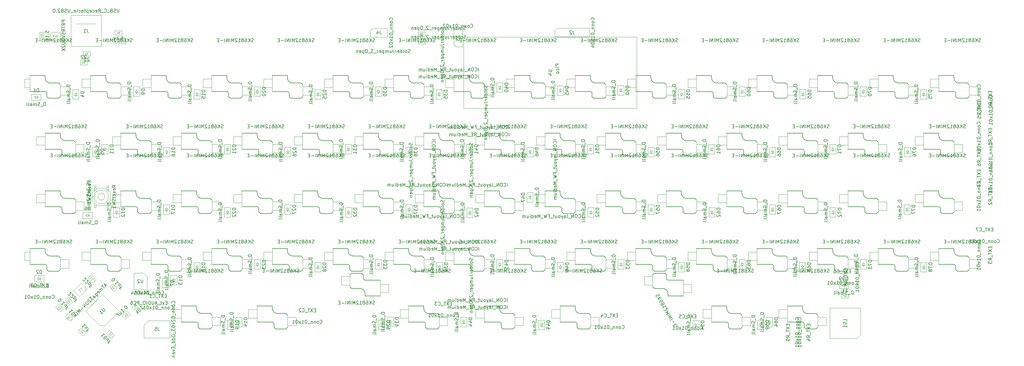
<source format=gbr>
%TF.GenerationSoftware,KiCad,Pcbnew,(6.0.1-0)*%
%TF.CreationDate,2022-02-14T06:45:37+09:00*%
%TF.ProjectId,nora,6e6f7261-2e6b-4696-9361-645f70636258,DN:0032*%
%TF.SameCoordinates,Original*%
%TF.FileFunction,AssemblyDrawing,Bot*%
%FSLAX46Y46*%
G04 Gerber Fmt 4.6, Leading zero omitted, Abs format (unit mm)*
G04 Created by KiCad (PCBNEW (6.0.1-0)) date 2022-02-14 06:45:37*
%MOMM*%
%LPD*%
G01*
G04 APERTURE LIST*
%ADD10C,0.150000*%
%ADD11C,0.080000*%
%ADD12C,0.120000*%
%ADD13C,0.105000*%
%ADD14C,0.075000*%
%ADD15C,0.100000*%
G04 APERTURE END LIST*
D10*
X188312839Y-61380281D02*
X188169982Y-61427900D01*
X187931886Y-61427900D01*
X187836648Y-61380281D01*
X187789029Y-61332662D01*
X187741410Y-61237424D01*
X187741410Y-61142186D01*
X187789029Y-61046948D01*
X187836648Y-60999329D01*
X187931886Y-60951710D01*
X188122363Y-60904091D01*
X188217601Y-60856472D01*
X188265220Y-60808853D01*
X188312839Y-60713615D01*
X188312839Y-60618377D01*
X188265220Y-60523139D01*
X188217601Y-60475520D01*
X188122363Y-60427900D01*
X187884267Y-60427900D01*
X187741410Y-60475520D01*
X187312839Y-61427900D02*
X187312839Y-60427900D01*
X186741410Y-61427900D02*
X187169982Y-60856472D01*
X186741410Y-60427900D02*
X187312839Y-60999329D01*
X185884267Y-60427900D02*
X186074744Y-60427900D01*
X186169982Y-60475520D01*
X186217601Y-60523139D01*
X186312839Y-60665996D01*
X186360458Y-60856472D01*
X186360458Y-61237424D01*
X186312839Y-61332662D01*
X186265220Y-61380281D01*
X186169982Y-61427900D01*
X185979506Y-61427900D01*
X185884267Y-61380281D01*
X185836648Y-61332662D01*
X185789029Y-61237424D01*
X185789029Y-60999329D01*
X185836648Y-60904091D01*
X185884267Y-60856472D01*
X185979506Y-60808853D01*
X186169982Y-60808853D01*
X186265220Y-60856472D01*
X186312839Y-60904091D01*
X186360458Y-60999329D01*
X185217601Y-60856472D02*
X185312839Y-60808853D01*
X185360458Y-60761234D01*
X185408077Y-60665996D01*
X185408077Y-60618377D01*
X185360458Y-60523139D01*
X185312839Y-60475520D01*
X185217601Y-60427900D01*
X185027125Y-60427900D01*
X184931886Y-60475520D01*
X184884267Y-60523139D01*
X184836648Y-60618377D01*
X184836648Y-60665996D01*
X184884267Y-60761234D01*
X184931886Y-60808853D01*
X185027125Y-60856472D01*
X185217601Y-60856472D01*
X185312839Y-60904091D01*
X185360458Y-60951710D01*
X185408077Y-61046948D01*
X185408077Y-61237424D01*
X185360458Y-61332662D01*
X185312839Y-61380281D01*
X185217601Y-61427900D01*
X185027125Y-61427900D01*
X184931886Y-61380281D01*
X184884267Y-61332662D01*
X184836648Y-61237424D01*
X184836648Y-61046948D01*
X184884267Y-60951710D01*
X184931886Y-60904091D01*
X185027125Y-60856472D01*
X183884267Y-61427900D02*
X184455696Y-61427900D01*
X184169982Y-61427900D02*
X184169982Y-60427900D01*
X184265220Y-60570758D01*
X184360458Y-60665996D01*
X184455696Y-60713615D01*
X183503315Y-60523139D02*
X183455696Y-60475520D01*
X183360458Y-60427900D01*
X183122363Y-60427900D01*
X183027125Y-60475520D01*
X182979506Y-60523139D01*
X182931886Y-60618377D01*
X182931886Y-60713615D01*
X182979506Y-60856472D01*
X183550934Y-61427900D01*
X182931886Y-61427900D01*
X182503315Y-61427900D02*
X182503315Y-60427900D01*
X182169982Y-61142186D01*
X181836648Y-60427900D01*
X181836648Y-61427900D01*
X181360458Y-61427900D02*
X181360458Y-60427900D01*
X180884267Y-61427900D02*
X180884267Y-60427900D01*
X180312839Y-61427900D01*
X180312839Y-60427900D01*
X179836648Y-61427900D02*
X179836648Y-60427900D01*
X179360458Y-61046948D02*
X178598553Y-61046948D01*
X178122363Y-60904091D02*
X177789029Y-60904091D01*
X177646172Y-61427900D02*
X178122363Y-61427900D01*
X178122363Y-60427900D01*
X177646172Y-60427900D01*
X152594199Y-61380281D02*
X152451342Y-61427900D01*
X152213246Y-61427900D01*
X152118008Y-61380281D01*
X152070389Y-61332662D01*
X152022770Y-61237424D01*
X152022770Y-61142186D01*
X152070389Y-61046948D01*
X152118008Y-60999329D01*
X152213246Y-60951710D01*
X152403723Y-60904091D01*
X152498961Y-60856472D01*
X152546580Y-60808853D01*
X152594199Y-60713615D01*
X152594199Y-60618377D01*
X152546580Y-60523139D01*
X152498961Y-60475520D01*
X152403723Y-60427900D01*
X152165627Y-60427900D01*
X152022770Y-60475520D01*
X151594199Y-61427900D02*
X151594199Y-60427900D01*
X151022770Y-61427900D02*
X151451342Y-60856472D01*
X151022770Y-60427900D02*
X151594199Y-60999329D01*
X150165627Y-60427900D02*
X150356104Y-60427900D01*
X150451342Y-60475520D01*
X150498961Y-60523139D01*
X150594199Y-60665996D01*
X150641818Y-60856472D01*
X150641818Y-61237424D01*
X150594199Y-61332662D01*
X150546580Y-61380281D01*
X150451342Y-61427900D01*
X150260866Y-61427900D01*
X150165627Y-61380281D01*
X150118008Y-61332662D01*
X150070389Y-61237424D01*
X150070389Y-60999329D01*
X150118008Y-60904091D01*
X150165627Y-60856472D01*
X150260866Y-60808853D01*
X150451342Y-60808853D01*
X150546580Y-60856472D01*
X150594199Y-60904091D01*
X150641818Y-60999329D01*
X149498961Y-60856472D02*
X149594199Y-60808853D01*
X149641818Y-60761234D01*
X149689437Y-60665996D01*
X149689437Y-60618377D01*
X149641818Y-60523139D01*
X149594199Y-60475520D01*
X149498961Y-60427900D01*
X149308485Y-60427900D01*
X149213246Y-60475520D01*
X149165627Y-60523139D01*
X149118008Y-60618377D01*
X149118008Y-60665996D01*
X149165627Y-60761234D01*
X149213246Y-60808853D01*
X149308485Y-60856472D01*
X149498961Y-60856472D01*
X149594199Y-60904091D01*
X149641818Y-60951710D01*
X149689437Y-61046948D01*
X149689437Y-61237424D01*
X149641818Y-61332662D01*
X149594199Y-61380281D01*
X149498961Y-61427900D01*
X149308485Y-61427900D01*
X149213246Y-61380281D01*
X149165627Y-61332662D01*
X149118008Y-61237424D01*
X149118008Y-61046948D01*
X149165627Y-60951710D01*
X149213246Y-60904091D01*
X149308485Y-60856472D01*
X148165627Y-61427900D02*
X148737056Y-61427900D01*
X148451342Y-61427900D02*
X148451342Y-60427900D01*
X148546580Y-60570758D01*
X148641818Y-60665996D01*
X148737056Y-60713615D01*
X147784675Y-60523139D02*
X147737056Y-60475520D01*
X147641818Y-60427900D01*
X147403723Y-60427900D01*
X147308485Y-60475520D01*
X147260866Y-60523139D01*
X147213246Y-60618377D01*
X147213246Y-60713615D01*
X147260866Y-60856472D01*
X147832294Y-61427900D01*
X147213246Y-61427900D01*
X146784675Y-61427900D02*
X146784675Y-60427900D01*
X146451342Y-61142186D01*
X146118008Y-60427900D01*
X146118008Y-61427900D01*
X145641818Y-61427900D02*
X145641818Y-60427900D01*
X145165627Y-61427900D02*
X145165627Y-60427900D01*
X144594199Y-61427900D01*
X144594199Y-60427900D01*
X144118008Y-61427900D02*
X144118008Y-60427900D01*
X143641818Y-61046948D02*
X142879913Y-61046948D01*
X142403723Y-60904091D02*
X142070389Y-60904091D01*
X141927532Y-61427900D02*
X142403723Y-61427900D01*
X142403723Y-60427900D01*
X141927532Y-60427900D01*
X65711527Y-106182662D02*
X65759146Y-106230281D01*
X65902003Y-106277900D01*
X65997241Y-106277900D01*
X66140098Y-106230281D01*
X66235336Y-106135043D01*
X66282955Y-106039805D01*
X66330574Y-105849329D01*
X66330574Y-105706472D01*
X66282955Y-105515996D01*
X66235336Y-105420758D01*
X66140098Y-105325520D01*
X65997241Y-105277900D01*
X65902003Y-105277900D01*
X65759146Y-105325520D01*
X65711527Y-105373139D01*
X65140098Y-106277900D02*
X65235336Y-106230281D01*
X65282955Y-106182662D01*
X65330574Y-106087424D01*
X65330574Y-105801710D01*
X65282955Y-105706472D01*
X65235336Y-105658853D01*
X65140098Y-105611234D01*
X64997241Y-105611234D01*
X64902003Y-105658853D01*
X64854384Y-105706472D01*
X64806765Y-105801710D01*
X64806765Y-106087424D01*
X64854384Y-106182662D01*
X64902003Y-106230281D01*
X64997241Y-106277900D01*
X65140098Y-106277900D01*
X64378193Y-105611234D02*
X64378193Y-106277900D01*
X64378193Y-105706472D02*
X64330574Y-105658853D01*
X64235336Y-105611234D01*
X64092479Y-105611234D01*
X63997241Y-105658853D01*
X63949622Y-105754091D01*
X63949622Y-106277900D01*
X63473432Y-105611234D02*
X63473432Y-106277900D01*
X63473432Y-105706472D02*
X63425812Y-105658853D01*
X63330574Y-105611234D01*
X63187717Y-105611234D01*
X63092479Y-105658853D01*
X63044860Y-105754091D01*
X63044860Y-106277900D01*
X62806765Y-106373139D02*
X62044860Y-106373139D01*
X61616289Y-105277900D02*
X61521051Y-105277900D01*
X61425812Y-105325520D01*
X61378193Y-105373139D01*
X61330574Y-105468377D01*
X61282955Y-105658853D01*
X61282955Y-105896948D01*
X61330574Y-106087424D01*
X61378193Y-106182662D01*
X61425812Y-106230281D01*
X61521051Y-106277900D01*
X61616289Y-106277900D01*
X61711527Y-106230281D01*
X61759146Y-106182662D01*
X61806765Y-106087424D01*
X61854384Y-105896948D01*
X61854384Y-105658853D01*
X61806765Y-105468377D01*
X61759146Y-105373139D01*
X61711527Y-105325520D01*
X61616289Y-105277900D01*
X60330574Y-106277900D02*
X60902003Y-106277900D01*
X60616289Y-106277900D02*
X60616289Y-105277900D01*
X60711527Y-105420758D01*
X60806765Y-105515996D01*
X60902003Y-105563615D01*
X59997241Y-106277900D02*
X59473432Y-105611234D01*
X59997241Y-105611234D02*
X59473432Y-106277900D01*
X58902003Y-105277900D02*
X58806765Y-105277900D01*
X58711527Y-105325520D01*
X58663908Y-105373139D01*
X58616289Y-105468377D01*
X58568670Y-105658853D01*
X58568670Y-105896948D01*
X58616289Y-106087424D01*
X58663908Y-106182662D01*
X58711527Y-106230281D01*
X58806765Y-106277900D01*
X58902003Y-106277900D01*
X58997241Y-106230281D01*
X59044860Y-106182662D01*
X59092479Y-106087424D01*
X59140098Y-105896948D01*
X59140098Y-105658853D01*
X59092479Y-105468377D01*
X59044860Y-105373139D01*
X58997241Y-105325520D01*
X58902003Y-105277900D01*
X57616289Y-106277900D02*
X58187717Y-106277900D01*
X57902003Y-106277900D02*
X57902003Y-105277900D01*
X57997241Y-105420758D01*
X58092479Y-105515996D01*
X58187717Y-105563615D01*
X64402003Y-102354091D02*
X64068670Y-102354091D01*
X63925812Y-102877900D02*
X64402003Y-102877900D01*
X64402003Y-101877900D01*
X63925812Y-101877900D01*
X63592479Y-101877900D02*
X62925812Y-102877900D01*
X62925812Y-101877900D02*
X63592479Y-102877900D01*
X62687717Y-101877900D02*
X62116289Y-101877900D01*
X62402003Y-102877900D02*
X62402003Y-101877900D01*
X62021051Y-102973139D02*
X61259146Y-102973139D01*
X60449622Y-102782662D02*
X60497241Y-102830281D01*
X60640098Y-102877900D01*
X60735336Y-102877900D01*
X60878193Y-102830281D01*
X60973432Y-102735043D01*
X61021051Y-102639805D01*
X61068670Y-102449329D01*
X61068670Y-102306472D01*
X61021051Y-102115996D01*
X60973432Y-102020758D01*
X60878193Y-101925520D01*
X60735336Y-101877900D01*
X60640098Y-101877900D01*
X60497241Y-101925520D01*
X60449622Y-101973139D01*
X59497241Y-102877900D02*
X60068670Y-102877900D01*
X59782955Y-102877900D02*
X59782955Y-101877900D01*
X59878193Y-102020758D01*
X59973432Y-102115996D01*
X60068670Y-102163615D01*
X309352151Y-86582662D02*
X309399770Y-86630281D01*
X309542627Y-86677900D01*
X309637865Y-86677900D01*
X309780722Y-86630281D01*
X309875960Y-86535043D01*
X309923579Y-86439805D01*
X309971198Y-86249329D01*
X309971198Y-86106472D01*
X309923579Y-85915996D01*
X309875960Y-85820758D01*
X309780722Y-85725520D01*
X309637865Y-85677900D01*
X309542627Y-85677900D01*
X309399770Y-85725520D01*
X309352151Y-85773139D01*
X308780722Y-86677900D02*
X308875960Y-86630281D01*
X308923579Y-86582662D01*
X308971198Y-86487424D01*
X308971198Y-86201710D01*
X308923579Y-86106472D01*
X308875960Y-86058853D01*
X308780722Y-86011234D01*
X308637865Y-86011234D01*
X308542627Y-86058853D01*
X308495008Y-86106472D01*
X308447389Y-86201710D01*
X308447389Y-86487424D01*
X308495008Y-86582662D01*
X308542627Y-86630281D01*
X308637865Y-86677900D01*
X308780722Y-86677900D01*
X308018817Y-86011234D02*
X308018817Y-86677900D01*
X308018817Y-86106472D02*
X307971198Y-86058853D01*
X307875960Y-86011234D01*
X307733103Y-86011234D01*
X307637865Y-86058853D01*
X307590246Y-86154091D01*
X307590246Y-86677900D01*
X307114056Y-86011234D02*
X307114056Y-86677900D01*
X307114056Y-86106472D02*
X307066436Y-86058853D01*
X306971198Y-86011234D01*
X306828341Y-86011234D01*
X306733103Y-86058853D01*
X306685484Y-86154091D01*
X306685484Y-86677900D01*
X306447389Y-86773139D02*
X305685484Y-86773139D01*
X305256913Y-85677900D02*
X305161675Y-85677900D01*
X305066436Y-85725520D01*
X305018817Y-85773139D01*
X304971198Y-85868377D01*
X304923579Y-86058853D01*
X304923579Y-86296948D01*
X304971198Y-86487424D01*
X305018817Y-86582662D01*
X305066436Y-86630281D01*
X305161675Y-86677900D01*
X305256913Y-86677900D01*
X305352151Y-86630281D01*
X305399770Y-86582662D01*
X305447389Y-86487424D01*
X305495008Y-86296948D01*
X305495008Y-86058853D01*
X305447389Y-85868377D01*
X305399770Y-85773139D01*
X305352151Y-85725520D01*
X305256913Y-85677900D01*
X303971198Y-86677900D02*
X304542627Y-86677900D01*
X304256913Y-86677900D02*
X304256913Y-85677900D01*
X304352151Y-85820758D01*
X304447389Y-85915996D01*
X304542627Y-85963615D01*
X303637865Y-86677900D02*
X303114056Y-86011234D01*
X303637865Y-86011234D02*
X303114056Y-86677900D01*
X302542627Y-85677900D02*
X302447389Y-85677900D01*
X302352151Y-85725520D01*
X302304532Y-85773139D01*
X302256913Y-85868377D01*
X302209294Y-86058853D01*
X302209294Y-86296948D01*
X302256913Y-86487424D01*
X302304532Y-86582662D01*
X302352151Y-86630281D01*
X302447389Y-86677900D01*
X302542627Y-86677900D01*
X302637865Y-86630281D01*
X302685484Y-86582662D01*
X302733103Y-86487424D01*
X302780722Y-86296948D01*
X302780722Y-86058853D01*
X302733103Y-85868377D01*
X302685484Y-85773139D01*
X302637865Y-85725520D01*
X302542627Y-85677900D01*
X301256913Y-86677900D02*
X301828341Y-86677900D01*
X301542627Y-86677900D02*
X301542627Y-85677900D01*
X301637865Y-85820758D01*
X301733103Y-85915996D01*
X301828341Y-85963615D01*
X308042627Y-82754091D02*
X307709294Y-82754091D01*
X307566436Y-83277900D02*
X308042627Y-83277900D01*
X308042627Y-82277900D01*
X307566436Y-82277900D01*
X307233103Y-82277900D02*
X306566436Y-83277900D01*
X306566436Y-82277900D02*
X307233103Y-83277900D01*
X306328341Y-82277900D02*
X305756913Y-82277900D01*
X306042627Y-83277900D02*
X306042627Y-82277900D01*
X305661675Y-83373139D02*
X304899770Y-83373139D01*
X304090246Y-83182662D02*
X304137865Y-83230281D01*
X304280722Y-83277900D01*
X304375960Y-83277900D01*
X304518817Y-83230281D01*
X304614056Y-83135043D01*
X304661675Y-83039805D01*
X304709294Y-82849329D01*
X304709294Y-82706472D01*
X304661675Y-82515996D01*
X304614056Y-82420758D01*
X304518817Y-82325520D01*
X304375960Y-82277900D01*
X304280722Y-82277900D01*
X304137865Y-82325520D01*
X304090246Y-82373139D01*
X303756913Y-82277900D02*
X303090246Y-82277900D01*
X303518817Y-83277900D01*
X149813095Y-108457142D02*
X149860714Y-108504761D01*
X150003571Y-108552380D01*
X150098809Y-108552380D01*
X150241666Y-108504761D01*
X150336904Y-108409523D01*
X150384523Y-108314285D01*
X150432142Y-108123809D01*
X150432142Y-107980952D01*
X150384523Y-107790476D01*
X150336904Y-107695238D01*
X150241666Y-107600000D01*
X150098809Y-107552380D01*
X150003571Y-107552380D01*
X149860714Y-107600000D01*
X149813095Y-107647619D01*
X149241666Y-108552380D02*
X149336904Y-108504761D01*
X149384523Y-108457142D01*
X149432142Y-108361904D01*
X149432142Y-108076190D01*
X149384523Y-107980952D01*
X149336904Y-107933333D01*
X149241666Y-107885714D01*
X149098809Y-107885714D01*
X149003571Y-107933333D01*
X148955952Y-107980952D01*
X148908333Y-108076190D01*
X148908333Y-108361904D01*
X148955952Y-108457142D01*
X149003571Y-108504761D01*
X149098809Y-108552380D01*
X149241666Y-108552380D01*
X148479761Y-107885714D02*
X148479761Y-108552380D01*
X148479761Y-107980952D02*
X148432142Y-107933333D01*
X148336904Y-107885714D01*
X148194047Y-107885714D01*
X148098809Y-107933333D01*
X148051190Y-108028571D01*
X148051190Y-108552380D01*
X147575000Y-107885714D02*
X147575000Y-108552380D01*
X147575000Y-107980952D02*
X147527380Y-107933333D01*
X147432142Y-107885714D01*
X147289285Y-107885714D01*
X147194047Y-107933333D01*
X147146428Y-108028571D01*
X147146428Y-108552380D01*
X146908333Y-108647619D02*
X146146428Y-108647619D01*
X145717857Y-107552380D02*
X145622619Y-107552380D01*
X145527380Y-107600000D01*
X145479761Y-107647619D01*
X145432142Y-107742857D01*
X145384523Y-107933333D01*
X145384523Y-108171428D01*
X145432142Y-108361904D01*
X145479761Y-108457142D01*
X145527380Y-108504761D01*
X145622619Y-108552380D01*
X145717857Y-108552380D01*
X145813095Y-108504761D01*
X145860714Y-108457142D01*
X145908333Y-108361904D01*
X145955952Y-108171428D01*
X145955952Y-107933333D01*
X145908333Y-107742857D01*
X145860714Y-107647619D01*
X145813095Y-107600000D01*
X145717857Y-107552380D01*
X144432142Y-108552380D02*
X145003571Y-108552380D01*
X144717857Y-108552380D02*
X144717857Y-107552380D01*
X144813095Y-107695238D01*
X144908333Y-107790476D01*
X145003571Y-107838095D01*
X144098809Y-108552380D02*
X143575000Y-107885714D01*
X144098809Y-107885714D02*
X143575000Y-108552380D01*
X143003571Y-107552380D02*
X142908333Y-107552380D01*
X142813095Y-107600000D01*
X142765476Y-107647619D01*
X142717857Y-107742857D01*
X142670238Y-107933333D01*
X142670238Y-108171428D01*
X142717857Y-108361904D01*
X142765476Y-108457142D01*
X142813095Y-108504761D01*
X142908333Y-108552380D01*
X143003571Y-108552380D01*
X143098809Y-108504761D01*
X143146428Y-108457142D01*
X143194047Y-108361904D01*
X143241666Y-108171428D01*
X143241666Y-107933333D01*
X143194047Y-107742857D01*
X143146428Y-107647619D01*
X143098809Y-107600000D01*
X143003571Y-107552380D01*
X141717857Y-108552380D02*
X142289285Y-108552380D01*
X142003571Y-108552380D02*
X142003571Y-107552380D01*
X142098809Y-107695238D01*
X142194047Y-107790476D01*
X142289285Y-107838095D01*
X148503571Y-104628571D02*
X148170238Y-104628571D01*
X148027380Y-105152380D02*
X148503571Y-105152380D01*
X148503571Y-104152380D01*
X148027380Y-104152380D01*
X147694047Y-104152380D02*
X147027380Y-105152380D01*
X147027380Y-104152380D02*
X147694047Y-105152380D01*
X146789285Y-104152380D02*
X146217857Y-104152380D01*
X146503571Y-105152380D02*
X146503571Y-104152380D01*
X146122619Y-105247619D02*
X145360714Y-105247619D01*
X144551190Y-105057142D02*
X144598809Y-105104761D01*
X144741666Y-105152380D01*
X144836904Y-105152380D01*
X144979761Y-105104761D01*
X145075000Y-105009523D01*
X145122619Y-104914285D01*
X145170238Y-104723809D01*
X145170238Y-104580952D01*
X145122619Y-104390476D01*
X145075000Y-104295238D01*
X144979761Y-104200000D01*
X144836904Y-104152380D01*
X144741666Y-104152380D01*
X144598809Y-104200000D01*
X144551190Y-104247619D01*
X144217857Y-104152380D02*
X143598809Y-104152380D01*
X143932142Y-104533333D01*
X143789285Y-104533333D01*
X143694047Y-104580952D01*
X143646428Y-104628571D01*
X143598809Y-104723809D01*
X143598809Y-104961904D01*
X143646428Y-105057142D01*
X143694047Y-105104761D01*
X143789285Y-105152380D01*
X144075000Y-105152380D01*
X144170238Y-105104761D01*
X144217857Y-105057142D01*
X63011527Y-101782662D02*
X63059146Y-101830281D01*
X63202003Y-101877900D01*
X63297241Y-101877900D01*
X63440098Y-101830281D01*
X63535336Y-101735043D01*
X63582955Y-101639805D01*
X63630574Y-101449329D01*
X63630574Y-101306472D01*
X63582955Y-101115996D01*
X63535336Y-101020758D01*
X63440098Y-100925520D01*
X63297241Y-100877900D01*
X63202003Y-100877900D01*
X63059146Y-100925520D01*
X63011527Y-100973139D01*
X62440098Y-101877900D02*
X62535336Y-101830281D01*
X62582955Y-101782662D01*
X62630574Y-101687424D01*
X62630574Y-101401710D01*
X62582955Y-101306472D01*
X62535336Y-101258853D01*
X62440098Y-101211234D01*
X62297241Y-101211234D01*
X62202003Y-101258853D01*
X62154384Y-101306472D01*
X62106765Y-101401710D01*
X62106765Y-101687424D01*
X62154384Y-101782662D01*
X62202003Y-101830281D01*
X62297241Y-101877900D01*
X62440098Y-101877900D01*
X61678193Y-101211234D02*
X61678193Y-101877900D01*
X61678193Y-101306472D02*
X61630574Y-101258853D01*
X61535336Y-101211234D01*
X61392479Y-101211234D01*
X61297241Y-101258853D01*
X61249622Y-101354091D01*
X61249622Y-101877900D01*
X60773432Y-101211234D02*
X60773432Y-101877900D01*
X60773432Y-101306472D02*
X60725812Y-101258853D01*
X60630574Y-101211234D01*
X60487717Y-101211234D01*
X60392479Y-101258853D01*
X60344860Y-101354091D01*
X60344860Y-101877900D01*
X60106765Y-101973139D02*
X59344860Y-101973139D01*
X58916289Y-100877900D02*
X58821051Y-100877900D01*
X58725812Y-100925520D01*
X58678193Y-100973139D01*
X58630574Y-101068377D01*
X58582955Y-101258853D01*
X58582955Y-101496948D01*
X58630574Y-101687424D01*
X58678193Y-101782662D01*
X58725812Y-101830281D01*
X58821051Y-101877900D01*
X58916289Y-101877900D01*
X59011527Y-101830281D01*
X59059146Y-101782662D01*
X59106765Y-101687424D01*
X59154384Y-101496948D01*
X59154384Y-101258853D01*
X59106765Y-101068377D01*
X59059146Y-100973139D01*
X59011527Y-100925520D01*
X58916289Y-100877900D01*
X57630574Y-101877900D02*
X58202003Y-101877900D01*
X57916289Y-101877900D02*
X57916289Y-100877900D01*
X58011527Y-101020758D01*
X58106765Y-101115996D01*
X58202003Y-101163615D01*
X57297241Y-101877900D02*
X56773432Y-101211234D01*
X57297241Y-101211234D02*
X56773432Y-101877900D01*
X56202003Y-100877900D02*
X56106765Y-100877900D01*
X56011527Y-100925520D01*
X55963908Y-100973139D01*
X55916289Y-101068377D01*
X55868670Y-101258853D01*
X55868670Y-101496948D01*
X55916289Y-101687424D01*
X55963908Y-101782662D01*
X56011527Y-101830281D01*
X56106765Y-101877900D01*
X56202003Y-101877900D01*
X56297241Y-101830281D01*
X56344860Y-101782662D01*
X56392479Y-101687424D01*
X56440098Y-101496948D01*
X56440098Y-101258853D01*
X56392479Y-101068377D01*
X56344860Y-100973139D01*
X56297241Y-100925520D01*
X56202003Y-100877900D01*
X54916289Y-101877900D02*
X55487717Y-101877900D01*
X55202003Y-101877900D02*
X55202003Y-100877900D01*
X55297241Y-101020758D01*
X55392479Y-101115996D01*
X55487717Y-101163615D01*
X64630574Y-104354091D02*
X64297241Y-104354091D01*
X64154384Y-104877900D02*
X64630574Y-104877900D01*
X64630574Y-103877900D01*
X64154384Y-103877900D01*
X63821051Y-104877900D02*
X63297241Y-104211234D01*
X63821051Y-104211234D02*
X63297241Y-104877900D01*
X63059146Y-104211234D02*
X62678193Y-104211234D01*
X62916289Y-103877900D02*
X62916289Y-104735043D01*
X62868670Y-104830281D01*
X62773432Y-104877900D01*
X62678193Y-104877900D01*
X62582955Y-104973139D02*
X61821051Y-104973139D01*
X61630574Y-104592186D02*
X61154384Y-104592186D01*
X61725812Y-104877900D02*
X61392479Y-103877900D01*
X61059146Y-104877900D01*
X60725812Y-103877900D02*
X60725812Y-104687424D01*
X60678193Y-104782662D01*
X60630574Y-104830281D01*
X60535336Y-104877900D01*
X60344860Y-104877900D01*
X60249622Y-104830281D01*
X60202003Y-104782662D01*
X60154384Y-104687424D01*
X60154384Y-103877900D01*
X59678193Y-104877900D02*
X59678193Y-103877900D01*
X59440098Y-103877900D01*
X59297241Y-103925520D01*
X59202003Y-104020758D01*
X59154384Y-104115996D01*
X59106765Y-104306472D01*
X59106765Y-104449329D01*
X59154384Y-104639805D01*
X59202003Y-104735043D01*
X59297241Y-104830281D01*
X59440098Y-104877900D01*
X59678193Y-104877900D01*
X58678193Y-104877900D02*
X58678193Y-103877900D01*
X58011527Y-103877900D02*
X57821051Y-103877900D01*
X57725812Y-103925520D01*
X57630574Y-104020758D01*
X57582955Y-104211234D01*
X57582955Y-104544567D01*
X57630574Y-104735043D01*
X57725812Y-104830281D01*
X57821051Y-104877900D01*
X58011527Y-104877900D01*
X58106765Y-104830281D01*
X58202003Y-104735043D01*
X58249622Y-104544567D01*
X58249622Y-104211234D01*
X58202003Y-104020758D01*
X58106765Y-103925520D01*
X58011527Y-103877900D01*
X57392479Y-104973139D02*
X56630574Y-104973139D01*
X56392479Y-104877900D02*
X56392479Y-103877900D01*
X56011527Y-103877900D01*
X55916289Y-103925520D01*
X55868670Y-103973139D01*
X55821051Y-104068377D01*
X55821051Y-104211234D01*
X55868670Y-104306472D01*
X55916289Y-104354091D01*
X56011527Y-104401710D01*
X56392479Y-104401710D01*
X54821051Y-104782662D02*
X54868670Y-104830281D01*
X55011527Y-104877900D01*
X55106765Y-104877900D01*
X55249622Y-104830281D01*
X55344860Y-104735043D01*
X55392479Y-104639805D01*
X55440098Y-104449329D01*
X55440098Y-104306472D01*
X55392479Y-104115996D01*
X55344860Y-104020758D01*
X55249622Y-103925520D01*
X55106765Y-103877900D01*
X55011527Y-103877900D01*
X54868670Y-103925520D01*
X54821051Y-103973139D01*
X53963908Y-103877900D02*
X54154384Y-103877900D01*
X54249622Y-103925520D01*
X54297241Y-103973139D01*
X54392479Y-104115996D01*
X54440098Y-104306472D01*
X54440098Y-104687424D01*
X54392479Y-104782662D01*
X54344860Y-104830281D01*
X54249622Y-104877900D01*
X54059146Y-104877900D01*
X53963908Y-104830281D01*
X53916289Y-104782662D01*
X53868670Y-104687424D01*
X53868670Y-104449329D01*
X53916289Y-104354091D01*
X53963908Y-104306472D01*
X54059146Y-104258853D01*
X54249622Y-104258853D01*
X54344860Y-104306472D01*
X54392479Y-104354091D01*
X54440098Y-104449329D01*
X109711527Y-110382662D02*
X109759146Y-110430281D01*
X109902003Y-110477900D01*
X109997241Y-110477900D01*
X110140098Y-110430281D01*
X110235336Y-110335043D01*
X110282955Y-110239805D01*
X110330574Y-110049329D01*
X110330574Y-109906472D01*
X110282955Y-109715996D01*
X110235336Y-109620758D01*
X110140098Y-109525520D01*
X109997241Y-109477900D01*
X109902003Y-109477900D01*
X109759146Y-109525520D01*
X109711527Y-109573139D01*
X109140098Y-110477900D02*
X109235336Y-110430281D01*
X109282955Y-110382662D01*
X109330574Y-110287424D01*
X109330574Y-110001710D01*
X109282955Y-109906472D01*
X109235336Y-109858853D01*
X109140098Y-109811234D01*
X108997241Y-109811234D01*
X108902003Y-109858853D01*
X108854384Y-109906472D01*
X108806765Y-110001710D01*
X108806765Y-110287424D01*
X108854384Y-110382662D01*
X108902003Y-110430281D01*
X108997241Y-110477900D01*
X109140098Y-110477900D01*
X108378193Y-109811234D02*
X108378193Y-110477900D01*
X108378193Y-109906472D02*
X108330574Y-109858853D01*
X108235336Y-109811234D01*
X108092479Y-109811234D01*
X107997241Y-109858853D01*
X107949622Y-109954091D01*
X107949622Y-110477900D01*
X107473432Y-109811234D02*
X107473432Y-110477900D01*
X107473432Y-109906472D02*
X107425812Y-109858853D01*
X107330574Y-109811234D01*
X107187717Y-109811234D01*
X107092479Y-109858853D01*
X107044860Y-109954091D01*
X107044860Y-110477900D01*
X106806765Y-110573139D02*
X106044860Y-110573139D01*
X105616289Y-109477900D02*
X105521051Y-109477900D01*
X105425812Y-109525520D01*
X105378193Y-109573139D01*
X105330574Y-109668377D01*
X105282955Y-109858853D01*
X105282955Y-110096948D01*
X105330574Y-110287424D01*
X105378193Y-110382662D01*
X105425812Y-110430281D01*
X105521051Y-110477900D01*
X105616289Y-110477900D01*
X105711527Y-110430281D01*
X105759146Y-110382662D01*
X105806765Y-110287424D01*
X105854384Y-110096948D01*
X105854384Y-109858853D01*
X105806765Y-109668377D01*
X105759146Y-109573139D01*
X105711527Y-109525520D01*
X105616289Y-109477900D01*
X104330574Y-110477900D02*
X104902003Y-110477900D01*
X104616289Y-110477900D02*
X104616289Y-109477900D01*
X104711527Y-109620758D01*
X104806765Y-109715996D01*
X104902003Y-109763615D01*
X103997241Y-110477900D02*
X103473432Y-109811234D01*
X103997241Y-109811234D02*
X103473432Y-110477900D01*
X102902003Y-109477900D02*
X102806765Y-109477900D01*
X102711527Y-109525520D01*
X102663908Y-109573139D01*
X102616289Y-109668377D01*
X102568670Y-109858853D01*
X102568670Y-110096948D01*
X102616289Y-110287424D01*
X102663908Y-110382662D01*
X102711527Y-110430281D01*
X102806765Y-110477900D01*
X102902003Y-110477900D01*
X102997241Y-110430281D01*
X103044860Y-110382662D01*
X103092479Y-110287424D01*
X103140098Y-110096948D01*
X103140098Y-109858853D01*
X103092479Y-109668377D01*
X103044860Y-109573139D01*
X102997241Y-109525520D01*
X102902003Y-109477900D01*
X101616289Y-110477900D02*
X102187717Y-110477900D01*
X101902003Y-110477900D02*
X101902003Y-109477900D01*
X101997241Y-109620758D01*
X102092479Y-109715996D01*
X102187717Y-109763615D01*
X108402003Y-106554091D02*
X108068670Y-106554091D01*
X107925812Y-107077900D02*
X108402003Y-107077900D01*
X108402003Y-106077900D01*
X107925812Y-106077900D01*
X107592479Y-106077900D02*
X106925812Y-107077900D01*
X106925812Y-106077900D02*
X107592479Y-107077900D01*
X106687717Y-106077900D02*
X106116289Y-106077900D01*
X106402003Y-107077900D02*
X106402003Y-106077900D01*
X106021051Y-107173139D02*
X105259146Y-107173139D01*
X104449622Y-106982662D02*
X104497241Y-107030281D01*
X104640098Y-107077900D01*
X104735336Y-107077900D01*
X104878193Y-107030281D01*
X104973432Y-106935043D01*
X105021051Y-106839805D01*
X105068670Y-106649329D01*
X105068670Y-106506472D01*
X105021051Y-106315996D01*
X104973432Y-106220758D01*
X104878193Y-106125520D01*
X104735336Y-106077900D01*
X104640098Y-106077900D01*
X104497241Y-106125520D01*
X104449622Y-106173139D01*
X104068670Y-106173139D02*
X104021051Y-106125520D01*
X103925812Y-106077900D01*
X103687717Y-106077900D01*
X103592479Y-106125520D01*
X103544860Y-106173139D01*
X103497241Y-106268377D01*
X103497241Y-106363615D01*
X103544860Y-106506472D01*
X104116289Y-107077900D01*
X103497241Y-107077900D01*
X30738095Y-103007142D02*
X30785714Y-103054761D01*
X30928571Y-103102380D01*
X31023809Y-103102380D01*
X31166666Y-103054761D01*
X31261904Y-102959523D01*
X31309523Y-102864285D01*
X31357142Y-102673809D01*
X31357142Y-102530952D01*
X31309523Y-102340476D01*
X31261904Y-102245238D01*
X31166666Y-102150000D01*
X31023809Y-102102380D01*
X30928571Y-102102380D01*
X30785714Y-102150000D01*
X30738095Y-102197619D01*
X30166666Y-103102380D02*
X30261904Y-103054761D01*
X30309523Y-103007142D01*
X30357142Y-102911904D01*
X30357142Y-102626190D01*
X30309523Y-102530952D01*
X30261904Y-102483333D01*
X30166666Y-102435714D01*
X30023809Y-102435714D01*
X29928571Y-102483333D01*
X29880952Y-102530952D01*
X29833333Y-102626190D01*
X29833333Y-102911904D01*
X29880952Y-103007142D01*
X29928571Y-103054761D01*
X30023809Y-103102380D01*
X30166666Y-103102380D01*
X29404761Y-102435714D02*
X29404761Y-103102380D01*
X29404761Y-102530952D02*
X29357142Y-102483333D01*
X29261904Y-102435714D01*
X29119047Y-102435714D01*
X29023809Y-102483333D01*
X28976190Y-102578571D01*
X28976190Y-103102380D01*
X28500000Y-102435714D02*
X28500000Y-103102380D01*
X28500000Y-102530952D02*
X28452380Y-102483333D01*
X28357142Y-102435714D01*
X28214285Y-102435714D01*
X28119047Y-102483333D01*
X28071428Y-102578571D01*
X28071428Y-103102380D01*
X27833333Y-103197619D02*
X27071428Y-103197619D01*
X26642857Y-102102380D02*
X26547619Y-102102380D01*
X26452380Y-102150000D01*
X26404761Y-102197619D01*
X26357142Y-102292857D01*
X26309523Y-102483333D01*
X26309523Y-102721428D01*
X26357142Y-102911904D01*
X26404761Y-103007142D01*
X26452380Y-103054761D01*
X26547619Y-103102380D01*
X26642857Y-103102380D01*
X26738095Y-103054761D01*
X26785714Y-103007142D01*
X26833333Y-102911904D01*
X26880952Y-102721428D01*
X26880952Y-102483333D01*
X26833333Y-102292857D01*
X26785714Y-102197619D01*
X26738095Y-102150000D01*
X26642857Y-102102380D01*
X25357142Y-103102380D02*
X25928571Y-103102380D01*
X25642857Y-103102380D02*
X25642857Y-102102380D01*
X25738095Y-102245238D01*
X25833333Y-102340476D01*
X25928571Y-102388095D01*
X25023809Y-103102380D02*
X24500000Y-102435714D01*
X25023809Y-102435714D02*
X24500000Y-103102380D01*
X23928571Y-102102380D02*
X23833333Y-102102380D01*
X23738095Y-102150000D01*
X23690476Y-102197619D01*
X23642857Y-102292857D01*
X23595238Y-102483333D01*
X23595238Y-102721428D01*
X23642857Y-102911904D01*
X23690476Y-103007142D01*
X23738095Y-103054761D01*
X23833333Y-103102380D01*
X23928571Y-103102380D01*
X24023809Y-103054761D01*
X24071428Y-103007142D01*
X24119047Y-102911904D01*
X24166666Y-102721428D01*
X24166666Y-102483333D01*
X24119047Y-102292857D01*
X24071428Y-102197619D01*
X24023809Y-102150000D01*
X23928571Y-102102380D01*
X22642857Y-103102380D02*
X23214285Y-103102380D01*
X22928571Y-103102380D02*
X22928571Y-102102380D01*
X23023809Y-102245238D01*
X23119047Y-102340476D01*
X23214285Y-102388095D01*
X29428571Y-99178571D02*
X29095238Y-99178571D01*
X28952380Y-99702380D02*
X29428571Y-99702380D01*
X29428571Y-98702380D01*
X28952380Y-98702380D01*
X28619047Y-98702380D02*
X27952380Y-99702380D01*
X27952380Y-98702380D02*
X28619047Y-99702380D01*
X27714285Y-98702380D02*
X27142857Y-98702380D01*
X27428571Y-99702380D02*
X27428571Y-98702380D01*
X27047619Y-99797619D02*
X26285714Y-99797619D01*
X25476190Y-99607142D02*
X25523809Y-99654761D01*
X25666666Y-99702380D01*
X25761904Y-99702380D01*
X25904761Y-99654761D01*
X26000000Y-99559523D01*
X26047619Y-99464285D01*
X26095238Y-99273809D01*
X26095238Y-99130952D01*
X26047619Y-98940476D01*
X26000000Y-98845238D01*
X25904761Y-98750000D01*
X25761904Y-98702380D01*
X25666666Y-98702380D01*
X25523809Y-98750000D01*
X25476190Y-98797619D01*
X24857142Y-98702380D02*
X24761904Y-98702380D01*
X24666666Y-98750000D01*
X24619047Y-98797619D01*
X24571428Y-98892857D01*
X24523809Y-99083333D01*
X24523809Y-99321428D01*
X24571428Y-99511904D01*
X24619047Y-99607142D01*
X24666666Y-99654761D01*
X24761904Y-99702380D01*
X24857142Y-99702380D01*
X24952380Y-99654761D01*
X25000000Y-99607142D01*
X25047619Y-99511904D01*
X25095238Y-99321428D01*
X25095238Y-99083333D01*
X25047619Y-98892857D01*
X25000000Y-98797619D01*
X24952380Y-98750000D01*
X24857142Y-98702380D01*
D11*
X139733333Y-25326190D02*
X139900000Y-25088095D01*
X140019047Y-25326190D02*
X140019047Y-24826190D01*
X139828571Y-24826190D01*
X139780952Y-24850000D01*
X139757142Y-24873809D01*
X139733333Y-24921428D01*
X139733333Y-24992857D01*
X139757142Y-25040476D01*
X139780952Y-25064285D01*
X139828571Y-25088095D01*
X140019047Y-25088095D01*
X139495238Y-25326190D02*
X139400000Y-25326190D01*
X139352380Y-25302380D01*
X139328571Y-25278571D01*
X139280952Y-25207142D01*
X139257142Y-25111904D01*
X139257142Y-24921428D01*
X139280952Y-24873809D01*
X139304761Y-24850000D01*
X139352380Y-24826190D01*
X139447619Y-24826190D01*
X139495238Y-24850000D01*
X139519047Y-24873809D01*
X139542857Y-24921428D01*
X139542857Y-25040476D01*
X139519047Y-25088095D01*
X139495238Y-25111904D01*
X139447619Y-25135714D01*
X139352380Y-25135714D01*
X139304761Y-25111904D01*
X139280952Y-25088095D01*
X139257142Y-25040476D01*
D10*
X42102404Y-68958975D02*
X41626214Y-68625641D01*
X42102404Y-68387546D02*
X41102404Y-68387546D01*
X41102404Y-68768499D01*
X41150024Y-68863737D01*
X41197643Y-68911356D01*
X41292881Y-68958975D01*
X41435738Y-68958975D01*
X41530976Y-68911356D01*
X41578595Y-68863737D01*
X41626214Y-68768499D01*
X41626214Y-68387546D01*
X42054785Y-69768499D02*
X42102404Y-69673260D01*
X42102404Y-69482784D01*
X42054785Y-69387546D01*
X41959547Y-69339927D01*
X41578595Y-69339927D01*
X41483357Y-69387546D01*
X41435738Y-69482784D01*
X41435738Y-69673260D01*
X41483357Y-69768499D01*
X41578595Y-69816118D01*
X41673833Y-69816118D01*
X41769071Y-69339927D01*
X42054785Y-70197070D02*
X42102404Y-70292308D01*
X42102404Y-70482784D01*
X42054785Y-70578022D01*
X41959547Y-70625641D01*
X41911928Y-70625641D01*
X41816690Y-70578022D01*
X41769071Y-70482784D01*
X41769071Y-70339927D01*
X41721452Y-70244689D01*
X41626214Y-70197070D01*
X41578595Y-70197070D01*
X41483357Y-70244689D01*
X41435738Y-70339927D01*
X41435738Y-70482784D01*
X41483357Y-70578022D01*
X42054785Y-71435165D02*
X42102404Y-71339927D01*
X42102404Y-71149451D01*
X42054785Y-71054213D01*
X41959547Y-71006594D01*
X41578595Y-71006594D01*
X41483357Y-71054213D01*
X41435738Y-71149451D01*
X41435738Y-71339927D01*
X41483357Y-71435165D01*
X41578595Y-71482784D01*
X41673833Y-71482784D01*
X41769071Y-71006594D01*
X41435738Y-71768499D02*
X41435738Y-72149451D01*
X41102404Y-71911356D02*
X41959547Y-71911356D01*
X42054785Y-71958975D01*
X42102404Y-72054213D01*
X42102404Y-72149451D01*
X42054785Y-72435165D02*
X42102404Y-72578022D01*
X42102404Y-72816118D01*
X42054785Y-72911356D01*
X42007166Y-72958975D01*
X41911928Y-73006594D01*
X41816690Y-73006594D01*
X41721452Y-72958975D01*
X41673833Y-72911356D01*
X41626214Y-72816118D01*
X41578595Y-72625641D01*
X41530976Y-72530403D01*
X41483357Y-72482784D01*
X41388119Y-72435165D01*
X41292881Y-72435165D01*
X41197643Y-72482784D01*
X41150024Y-72530403D01*
X41102404Y-72625641D01*
X41102404Y-72863737D01*
X41150024Y-73006594D01*
X41102404Y-73339927D02*
X42102404Y-73578022D01*
X41388119Y-73768499D01*
X42102404Y-73958975D01*
X41102404Y-74197070D01*
X42102404Y-75101832D02*
X42102404Y-74530403D01*
X42102404Y-74816118D02*
X41102404Y-74816118D01*
X41245262Y-74720880D01*
X41340500Y-74625641D01*
X41388119Y-74530403D01*
X40952364Y-69695758D02*
X40952364Y-69219567D01*
X41428555Y-69171948D01*
X41380936Y-69219567D01*
X41333317Y-69314805D01*
X41333317Y-69552900D01*
X41380936Y-69648139D01*
X41428555Y-69695758D01*
X41523793Y-69743377D01*
X41761888Y-69743377D01*
X41857126Y-69695758D01*
X41904745Y-69648139D01*
X41952364Y-69552900D01*
X41952364Y-69314805D01*
X41904745Y-69219567D01*
X41857126Y-69171948D01*
X41857126Y-70171948D02*
X41904745Y-70219567D01*
X41952364Y-70171948D01*
X41904745Y-70124329D01*
X41857126Y-70171948D01*
X41952364Y-70171948D01*
X41047603Y-70600520D02*
X40999984Y-70648139D01*
X40952364Y-70743377D01*
X40952364Y-70981472D01*
X40999984Y-71076710D01*
X41047603Y-71124329D01*
X41142841Y-71171948D01*
X41238079Y-71171948D01*
X41380936Y-71124329D01*
X41952364Y-70552900D01*
X41952364Y-71171948D01*
X41952364Y-71505281D02*
X41285698Y-72029091D01*
X41285698Y-71505281D02*
X41952364Y-72029091D01*
X40952364Y-72886234D02*
X40952364Y-72410043D01*
X41428555Y-72362424D01*
X41380936Y-72410043D01*
X41333317Y-72505281D01*
X41333317Y-72743377D01*
X41380936Y-72838615D01*
X41428555Y-72886234D01*
X41523793Y-72933853D01*
X41761888Y-72933853D01*
X41857126Y-72886234D01*
X41904745Y-72838615D01*
X41952364Y-72743377D01*
X41952364Y-72505281D01*
X41904745Y-72410043D01*
X41857126Y-72362424D01*
X41857126Y-73362424D02*
X41904745Y-73410043D01*
X41952364Y-73362424D01*
X41904745Y-73314805D01*
X41857126Y-73362424D01*
X41952364Y-73362424D01*
X41047603Y-73790996D02*
X40999984Y-73838615D01*
X40952364Y-73933853D01*
X40952364Y-74171948D01*
X40999984Y-74267186D01*
X41047603Y-74314805D01*
X41142841Y-74362424D01*
X41238079Y-74362424D01*
X41380936Y-74314805D01*
X41952364Y-73743377D01*
X41952364Y-74362424D01*
X41952364Y-74790996D02*
X41285698Y-74790996D01*
X41380936Y-74790996D02*
X41333317Y-74838615D01*
X41285698Y-74933853D01*
X41285698Y-75076710D01*
X41333317Y-75171948D01*
X41428555Y-75219567D01*
X41952364Y-75219567D01*
X41428555Y-75219567D02*
X41333317Y-75267186D01*
X41285698Y-75362424D01*
X41285698Y-75505281D01*
X41333317Y-75600520D01*
X41428555Y-75648139D01*
X41952364Y-75648139D01*
X41952364Y-76124329D02*
X41285698Y-76124329D01*
X41380936Y-76124329D02*
X41333317Y-76171948D01*
X41285698Y-76267186D01*
X41285698Y-76410043D01*
X41333317Y-76505281D01*
X41428555Y-76552900D01*
X41952364Y-76552900D01*
X41428555Y-76552900D02*
X41333317Y-76600520D01*
X41285698Y-76695758D01*
X41285698Y-76838615D01*
X41333317Y-76933853D01*
X41428555Y-76981472D01*
X41952364Y-76981472D01*
X49452364Y-70338615D02*
X48976174Y-70005281D01*
X49452364Y-69767186D02*
X48452364Y-69767186D01*
X48452364Y-70148139D01*
X48499984Y-70243377D01*
X48547603Y-70290996D01*
X48642841Y-70338615D01*
X48785698Y-70338615D01*
X48880936Y-70290996D01*
X48928555Y-70243377D01*
X48976174Y-70148139D01*
X48976174Y-69767186D01*
X49404745Y-71148139D02*
X49452364Y-71052900D01*
X49452364Y-70862424D01*
X49404745Y-70767186D01*
X49309507Y-70719567D01*
X48928555Y-70719567D01*
X48833317Y-70767186D01*
X48785698Y-70862424D01*
X48785698Y-71052900D01*
X48833317Y-71148139D01*
X48928555Y-71195758D01*
X49023793Y-71195758D01*
X49119031Y-70719567D01*
X49404745Y-71576710D02*
X49452364Y-71671948D01*
X49452364Y-71862424D01*
X49404745Y-71957662D01*
X49309507Y-72005281D01*
X49261888Y-72005281D01*
X49166650Y-71957662D01*
X49119031Y-71862424D01*
X49119031Y-71719567D01*
X49071412Y-71624329D01*
X48976174Y-71576710D01*
X48928555Y-71576710D01*
X48833317Y-71624329D01*
X48785698Y-71719567D01*
X48785698Y-71862424D01*
X48833317Y-71957662D01*
X49404745Y-72814805D02*
X49452364Y-72719567D01*
X49452364Y-72529091D01*
X49404745Y-72433853D01*
X49309507Y-72386234D01*
X48928555Y-72386234D01*
X48833317Y-72433853D01*
X48785698Y-72529091D01*
X48785698Y-72719567D01*
X48833317Y-72814805D01*
X48928555Y-72862424D01*
X49023793Y-72862424D01*
X49119031Y-72386234D01*
X48785698Y-73148139D02*
X48785698Y-73529091D01*
X48452364Y-73290996D02*
X49309507Y-73290996D01*
X49404745Y-73338615D01*
X49452364Y-73433853D01*
X49452364Y-73529091D01*
X49404745Y-73814805D02*
X49452364Y-73957662D01*
X49452364Y-74195758D01*
X49404745Y-74290996D01*
X49357126Y-74338615D01*
X49261888Y-74386234D01*
X49166650Y-74386234D01*
X49071412Y-74338615D01*
X49023793Y-74290996D01*
X48976174Y-74195758D01*
X48928555Y-74005281D01*
X48880936Y-73910043D01*
X48833317Y-73862424D01*
X48738079Y-73814805D01*
X48642841Y-73814805D01*
X48547603Y-73862424D01*
X48499984Y-73910043D01*
X48452364Y-74005281D01*
X48452364Y-74243377D01*
X48499984Y-74386234D01*
X48452364Y-74719567D02*
X49452364Y-74957662D01*
X48738079Y-75148139D01*
X49452364Y-75338615D01*
X48452364Y-75576710D01*
X49452364Y-76481472D02*
X49452364Y-75910043D01*
X49452364Y-76195758D02*
X48452364Y-76195758D01*
X48595222Y-76100520D01*
X48690460Y-76005281D01*
X48738079Y-75910043D01*
X304221198Y-86561904D02*
X304268817Y-86514285D01*
X304316436Y-86371428D01*
X304316436Y-86276190D01*
X304268817Y-86133333D01*
X304173579Y-86038095D01*
X304078341Y-85990476D01*
X303887865Y-85942857D01*
X303745008Y-85942857D01*
X303554532Y-85990476D01*
X303459294Y-86038095D01*
X303364056Y-86133333D01*
X303316436Y-86276190D01*
X303316436Y-86371428D01*
X303364056Y-86514285D01*
X303411675Y-86561904D01*
X304316436Y-87133333D02*
X304268817Y-87038095D01*
X304221198Y-86990476D01*
X304125960Y-86942857D01*
X303840246Y-86942857D01*
X303745008Y-86990476D01*
X303697389Y-87038095D01*
X303649770Y-87133333D01*
X303649770Y-87276190D01*
X303697389Y-87371428D01*
X303745008Y-87419047D01*
X303840246Y-87466666D01*
X304125960Y-87466666D01*
X304221198Y-87419047D01*
X304268817Y-87371428D01*
X304316436Y-87276190D01*
X304316436Y-87133333D01*
X303649770Y-87895238D02*
X304316436Y-87895238D01*
X303745008Y-87895238D02*
X303697389Y-87942857D01*
X303649770Y-88038095D01*
X303649770Y-88180952D01*
X303697389Y-88276190D01*
X303792627Y-88323809D01*
X304316436Y-88323809D01*
X303649770Y-88800000D02*
X304316436Y-88800000D01*
X303745008Y-88800000D02*
X303697389Y-88847619D01*
X303649770Y-88942857D01*
X303649770Y-89085714D01*
X303697389Y-89180952D01*
X303792627Y-89228571D01*
X304316436Y-89228571D01*
X304411675Y-89466666D02*
X304411675Y-90228571D01*
X303316436Y-90657142D02*
X303316436Y-90752380D01*
X303364056Y-90847619D01*
X303411675Y-90895238D01*
X303506913Y-90942857D01*
X303697389Y-90990476D01*
X303935484Y-90990476D01*
X304125960Y-90942857D01*
X304221198Y-90895238D01*
X304268817Y-90847619D01*
X304316436Y-90752380D01*
X304316436Y-90657142D01*
X304268817Y-90561904D01*
X304221198Y-90514285D01*
X304125960Y-90466666D01*
X303935484Y-90419047D01*
X303697389Y-90419047D01*
X303506913Y-90466666D01*
X303411675Y-90514285D01*
X303364056Y-90561904D01*
X303316436Y-90657142D01*
X304316436Y-91942857D02*
X304316436Y-91371428D01*
X304316436Y-91657142D02*
X303316436Y-91657142D01*
X303459294Y-91561904D01*
X303554532Y-91466666D01*
X303602151Y-91371428D01*
X304316436Y-92276190D02*
X303649770Y-92800000D01*
X303649770Y-92276190D02*
X304316436Y-92800000D01*
X303316436Y-93371428D02*
X303316436Y-93466666D01*
X303364056Y-93561904D01*
X303411675Y-93609523D01*
X303506913Y-93657142D01*
X303697389Y-93704761D01*
X303935484Y-93704761D01*
X304125960Y-93657142D01*
X304221198Y-93609523D01*
X304268817Y-93561904D01*
X304316436Y-93466666D01*
X304316436Y-93371428D01*
X304268817Y-93276190D01*
X304221198Y-93228571D01*
X304125960Y-93180952D01*
X303935484Y-93133333D01*
X303697389Y-93133333D01*
X303506913Y-93180952D01*
X303411675Y-93228571D01*
X303364056Y-93276190D01*
X303316436Y-93371428D01*
X304316436Y-94657142D02*
X304316436Y-94085714D01*
X304316436Y-94371428D02*
X303316436Y-94371428D01*
X303459294Y-94276190D01*
X303554532Y-94180952D01*
X303602151Y-94085714D01*
X307192627Y-87871428D02*
X307192627Y-88204761D01*
X307716436Y-88347619D02*
X307716436Y-87871428D01*
X306716436Y-87871428D01*
X306716436Y-88347619D01*
X306716436Y-88680952D02*
X307716436Y-89347619D01*
X306716436Y-89347619D02*
X307716436Y-88680952D01*
X306716436Y-89585714D02*
X306716436Y-90157142D01*
X307716436Y-89871428D02*
X306716436Y-89871428D01*
X307811675Y-90252380D02*
X307811675Y-91014285D01*
X307716436Y-91823809D02*
X307240246Y-91490476D01*
X307716436Y-91252380D02*
X306716436Y-91252380D01*
X306716436Y-91633333D01*
X306764056Y-91728571D01*
X306811675Y-91776190D01*
X306906913Y-91823809D01*
X307049770Y-91823809D01*
X307145008Y-91776190D01*
X307192627Y-91728571D01*
X307240246Y-91633333D01*
X307240246Y-91252380D01*
X306716436Y-92157142D02*
X306716436Y-92776190D01*
X307097389Y-92442857D01*
X307097389Y-92585714D01*
X307145008Y-92680952D01*
X307192627Y-92728571D01*
X307287865Y-92776190D01*
X307525960Y-92776190D01*
X307621198Y-92728571D01*
X307668817Y-92680952D01*
X307716436Y-92585714D01*
X307716436Y-92300000D01*
X307668817Y-92204761D01*
X307621198Y-92157142D01*
X307807142Y-43761904D02*
X307854761Y-43714285D01*
X307902380Y-43571428D01*
X307902380Y-43476190D01*
X307854761Y-43333333D01*
X307759523Y-43238095D01*
X307664285Y-43190476D01*
X307473809Y-43142857D01*
X307330952Y-43142857D01*
X307140476Y-43190476D01*
X307045238Y-43238095D01*
X306950000Y-43333333D01*
X306902380Y-43476190D01*
X306902380Y-43571428D01*
X306950000Y-43714285D01*
X306997619Y-43761904D01*
X307902380Y-44333333D02*
X307854761Y-44238095D01*
X307807142Y-44190476D01*
X307711904Y-44142857D01*
X307426190Y-44142857D01*
X307330952Y-44190476D01*
X307283333Y-44238095D01*
X307235714Y-44333333D01*
X307235714Y-44476190D01*
X307283333Y-44571428D01*
X307330952Y-44619047D01*
X307426190Y-44666666D01*
X307711904Y-44666666D01*
X307807142Y-44619047D01*
X307854761Y-44571428D01*
X307902380Y-44476190D01*
X307902380Y-44333333D01*
X307235714Y-45095238D02*
X307902380Y-45095238D01*
X307330952Y-45095238D02*
X307283333Y-45142857D01*
X307235714Y-45238095D01*
X307235714Y-45380952D01*
X307283333Y-45476190D01*
X307378571Y-45523809D01*
X307902380Y-45523809D01*
X307235714Y-46000000D02*
X307902380Y-46000000D01*
X307330952Y-46000000D02*
X307283333Y-46047619D01*
X307235714Y-46142857D01*
X307235714Y-46285714D01*
X307283333Y-46380952D01*
X307378571Y-46428571D01*
X307902380Y-46428571D01*
X307997619Y-46666666D02*
X307997619Y-47428571D01*
X306902380Y-47857142D02*
X306902380Y-47952380D01*
X306950000Y-48047619D01*
X306997619Y-48095238D01*
X307092857Y-48142857D01*
X307283333Y-48190476D01*
X307521428Y-48190476D01*
X307711904Y-48142857D01*
X307807142Y-48095238D01*
X307854761Y-48047619D01*
X307902380Y-47952380D01*
X307902380Y-47857142D01*
X307854761Y-47761904D01*
X307807142Y-47714285D01*
X307711904Y-47666666D01*
X307521428Y-47619047D01*
X307283333Y-47619047D01*
X307092857Y-47666666D01*
X306997619Y-47714285D01*
X306950000Y-47761904D01*
X306902380Y-47857142D01*
X307902380Y-49142857D02*
X307902380Y-48571428D01*
X307902380Y-48857142D02*
X306902380Y-48857142D01*
X307045238Y-48761904D01*
X307140476Y-48666666D01*
X307188095Y-48571428D01*
X307902380Y-49476190D02*
X307235714Y-50000000D01*
X307235714Y-49476190D02*
X307902380Y-50000000D01*
X306902380Y-50571428D02*
X306902380Y-50666666D01*
X306950000Y-50761904D01*
X306997619Y-50809523D01*
X307092857Y-50857142D01*
X307283333Y-50904761D01*
X307521428Y-50904761D01*
X307711904Y-50857142D01*
X307807142Y-50809523D01*
X307854761Y-50761904D01*
X307902380Y-50666666D01*
X307902380Y-50571428D01*
X307854761Y-50476190D01*
X307807142Y-50428571D01*
X307711904Y-50380952D01*
X307521428Y-50333333D01*
X307283333Y-50333333D01*
X307092857Y-50380952D01*
X306997619Y-50428571D01*
X306950000Y-50476190D01*
X306902380Y-50571428D01*
X307902380Y-51857142D02*
X307902380Y-51285714D01*
X307902380Y-51571428D02*
X306902380Y-51571428D01*
X307045238Y-51476190D01*
X307140476Y-51380952D01*
X307188095Y-51285714D01*
X303978571Y-45071428D02*
X303978571Y-45404761D01*
X304502380Y-45547619D02*
X304502380Y-45071428D01*
X303502380Y-45071428D01*
X303502380Y-45547619D01*
X303502380Y-45880952D02*
X304502380Y-46547619D01*
X303502380Y-46547619D02*
X304502380Y-45880952D01*
X303502380Y-46785714D02*
X303502380Y-47357142D01*
X304502380Y-47071428D02*
X303502380Y-47071428D01*
X304597619Y-47452380D02*
X304597619Y-48214285D01*
X304502380Y-49023809D02*
X304026190Y-48690476D01*
X304502380Y-48452380D02*
X303502380Y-48452380D01*
X303502380Y-48833333D01*
X303550000Y-48928571D01*
X303597619Y-48976190D01*
X303692857Y-49023809D01*
X303835714Y-49023809D01*
X303930952Y-48976190D01*
X303978571Y-48928571D01*
X304026190Y-48833333D01*
X304026190Y-48452380D01*
X303502380Y-49928571D02*
X303502380Y-49452380D01*
X303978571Y-49404761D01*
X303930952Y-49452380D01*
X303883333Y-49547619D01*
X303883333Y-49785714D01*
X303930952Y-49880952D01*
X303978571Y-49928571D01*
X304073809Y-49976190D01*
X304311904Y-49976190D01*
X304407142Y-49928571D01*
X304454761Y-49880952D01*
X304502380Y-49785714D01*
X304502380Y-49547619D01*
X304454761Y-49452380D01*
X304407142Y-49404761D01*
X307757126Y-57761904D02*
X307804745Y-57714285D01*
X307852364Y-57571428D01*
X307852364Y-57476190D01*
X307804745Y-57333333D01*
X307709507Y-57238095D01*
X307614269Y-57190476D01*
X307423793Y-57142857D01*
X307280936Y-57142857D01*
X307090460Y-57190476D01*
X306995222Y-57238095D01*
X306899984Y-57333333D01*
X306852364Y-57476190D01*
X306852364Y-57571428D01*
X306899984Y-57714285D01*
X306947603Y-57761904D01*
X307852364Y-58333333D02*
X307804745Y-58238095D01*
X307757126Y-58190476D01*
X307661888Y-58142857D01*
X307376174Y-58142857D01*
X307280936Y-58190476D01*
X307233317Y-58238095D01*
X307185698Y-58333333D01*
X307185698Y-58476190D01*
X307233317Y-58571428D01*
X307280936Y-58619047D01*
X307376174Y-58666666D01*
X307661888Y-58666666D01*
X307757126Y-58619047D01*
X307804745Y-58571428D01*
X307852364Y-58476190D01*
X307852364Y-58333333D01*
X307185698Y-59095238D02*
X307852364Y-59095238D01*
X307280936Y-59095238D02*
X307233317Y-59142857D01*
X307185698Y-59238095D01*
X307185698Y-59380952D01*
X307233317Y-59476190D01*
X307328555Y-59523809D01*
X307852364Y-59523809D01*
X307185698Y-60000000D02*
X307852364Y-60000000D01*
X307280936Y-60000000D02*
X307233317Y-60047619D01*
X307185698Y-60142857D01*
X307185698Y-60285714D01*
X307233317Y-60380952D01*
X307328555Y-60428571D01*
X307852364Y-60428571D01*
X307947603Y-60666666D02*
X307947603Y-61428571D01*
X306852364Y-61857142D02*
X306852364Y-61952380D01*
X306899984Y-62047619D01*
X306947603Y-62095238D01*
X307042841Y-62142857D01*
X307233317Y-62190476D01*
X307471412Y-62190476D01*
X307661888Y-62142857D01*
X307757126Y-62095238D01*
X307804745Y-62047619D01*
X307852364Y-61952380D01*
X307852364Y-61857142D01*
X307804745Y-61761904D01*
X307757126Y-61714285D01*
X307661888Y-61666666D01*
X307471412Y-61619047D01*
X307233317Y-61619047D01*
X307042841Y-61666666D01*
X306947603Y-61714285D01*
X306899984Y-61761904D01*
X306852364Y-61857142D01*
X307852364Y-63142857D02*
X307852364Y-62571428D01*
X307852364Y-62857142D02*
X306852364Y-62857142D01*
X306995222Y-62761904D01*
X307090460Y-62666666D01*
X307138079Y-62571428D01*
X307852364Y-63476190D02*
X307185698Y-64000000D01*
X307185698Y-63476190D02*
X307852364Y-64000000D01*
X306852364Y-64571428D02*
X306852364Y-64666666D01*
X306899984Y-64761904D01*
X306947603Y-64809523D01*
X307042841Y-64857142D01*
X307233317Y-64904761D01*
X307471412Y-64904761D01*
X307661888Y-64857142D01*
X307757126Y-64809523D01*
X307804745Y-64761904D01*
X307852364Y-64666666D01*
X307852364Y-64571428D01*
X307804745Y-64476190D01*
X307757126Y-64428571D01*
X307661888Y-64380952D01*
X307471412Y-64333333D01*
X307233317Y-64333333D01*
X307042841Y-64380952D01*
X306947603Y-64428571D01*
X306899984Y-64476190D01*
X306852364Y-64571428D01*
X307852364Y-65857142D02*
X307852364Y-65285714D01*
X307852364Y-65571428D02*
X306852364Y-65571428D01*
X306995222Y-65476190D01*
X307090460Y-65380952D01*
X307138079Y-65285714D01*
X303928555Y-59071428D02*
X303928555Y-59404761D01*
X304452364Y-59547619D02*
X304452364Y-59071428D01*
X303452364Y-59071428D01*
X303452364Y-59547619D01*
X303452364Y-59880952D02*
X304452364Y-60547619D01*
X303452364Y-60547619D02*
X304452364Y-59880952D01*
X303452364Y-60785714D02*
X303452364Y-61357142D01*
X304452364Y-61071428D02*
X303452364Y-61071428D01*
X304547603Y-61452380D02*
X304547603Y-62214285D01*
X304452364Y-63023809D02*
X303976174Y-62690476D01*
X304452364Y-62452380D02*
X303452364Y-62452380D01*
X303452364Y-62833333D01*
X303499984Y-62928571D01*
X303547603Y-62976190D01*
X303642841Y-63023809D01*
X303785698Y-63023809D01*
X303880936Y-62976190D01*
X303928555Y-62928571D01*
X303976174Y-62833333D01*
X303976174Y-62452380D01*
X303452364Y-63880952D02*
X303452364Y-63690476D01*
X303499984Y-63595238D01*
X303547603Y-63547619D01*
X303690460Y-63452380D01*
X303880936Y-63404761D01*
X304261888Y-63404761D01*
X304357126Y-63452380D01*
X304404745Y-63500000D01*
X304452364Y-63595238D01*
X304452364Y-63785714D01*
X304404745Y-63880952D01*
X304357126Y-63928571D01*
X304261888Y-63976190D01*
X304023793Y-63976190D01*
X303928555Y-63928571D01*
X303880936Y-63880952D01*
X303833317Y-63785714D01*
X303833317Y-63595238D01*
X303880936Y-63500000D01*
X303928555Y-63452380D01*
X304023793Y-63404761D01*
X307757142Y-63861904D02*
X307804761Y-63814285D01*
X307852380Y-63671428D01*
X307852380Y-63576190D01*
X307804761Y-63433333D01*
X307709523Y-63338095D01*
X307614285Y-63290476D01*
X307423809Y-63242857D01*
X307280952Y-63242857D01*
X307090476Y-63290476D01*
X306995238Y-63338095D01*
X306900000Y-63433333D01*
X306852380Y-63576190D01*
X306852380Y-63671428D01*
X306900000Y-63814285D01*
X306947619Y-63861904D01*
X307852380Y-64433333D02*
X307804761Y-64338095D01*
X307757142Y-64290476D01*
X307661904Y-64242857D01*
X307376190Y-64242857D01*
X307280952Y-64290476D01*
X307233333Y-64338095D01*
X307185714Y-64433333D01*
X307185714Y-64576190D01*
X307233333Y-64671428D01*
X307280952Y-64719047D01*
X307376190Y-64766666D01*
X307661904Y-64766666D01*
X307757142Y-64719047D01*
X307804761Y-64671428D01*
X307852380Y-64576190D01*
X307852380Y-64433333D01*
X307185714Y-65195238D02*
X307852380Y-65195238D01*
X307280952Y-65195238D02*
X307233333Y-65242857D01*
X307185714Y-65338095D01*
X307185714Y-65480952D01*
X307233333Y-65576190D01*
X307328571Y-65623809D01*
X307852380Y-65623809D01*
X307185714Y-66100000D02*
X307852380Y-66100000D01*
X307280952Y-66100000D02*
X307233333Y-66147619D01*
X307185714Y-66242857D01*
X307185714Y-66385714D01*
X307233333Y-66480952D01*
X307328571Y-66528571D01*
X307852380Y-66528571D01*
X307947619Y-66766666D02*
X307947619Y-67528571D01*
X306852380Y-67957142D02*
X306852380Y-68052380D01*
X306900000Y-68147619D01*
X306947619Y-68195238D01*
X307042857Y-68242857D01*
X307233333Y-68290476D01*
X307471428Y-68290476D01*
X307661904Y-68242857D01*
X307757142Y-68195238D01*
X307804761Y-68147619D01*
X307852380Y-68052380D01*
X307852380Y-67957142D01*
X307804761Y-67861904D01*
X307757142Y-67814285D01*
X307661904Y-67766666D01*
X307471428Y-67719047D01*
X307233333Y-67719047D01*
X307042857Y-67766666D01*
X306947619Y-67814285D01*
X306900000Y-67861904D01*
X306852380Y-67957142D01*
X307852380Y-69242857D02*
X307852380Y-68671428D01*
X307852380Y-68957142D02*
X306852380Y-68957142D01*
X306995238Y-68861904D01*
X307090476Y-68766666D01*
X307138095Y-68671428D01*
X307852380Y-69576190D02*
X307185714Y-70100000D01*
X307185714Y-69576190D02*
X307852380Y-70100000D01*
X306852380Y-70671428D02*
X306852380Y-70766666D01*
X306900000Y-70861904D01*
X306947619Y-70909523D01*
X307042857Y-70957142D01*
X307233333Y-71004761D01*
X307471428Y-71004761D01*
X307661904Y-70957142D01*
X307757142Y-70909523D01*
X307804761Y-70861904D01*
X307852380Y-70766666D01*
X307852380Y-70671428D01*
X307804761Y-70576190D01*
X307757142Y-70528571D01*
X307661904Y-70480952D01*
X307471428Y-70433333D01*
X307233333Y-70433333D01*
X307042857Y-70480952D01*
X306947619Y-70528571D01*
X306900000Y-70576190D01*
X306852380Y-70671428D01*
X307852380Y-71957142D02*
X307852380Y-71385714D01*
X307852380Y-71671428D02*
X306852380Y-71671428D01*
X306995238Y-71576190D01*
X307090476Y-71480952D01*
X307138095Y-71385714D01*
X303928571Y-65171428D02*
X303928571Y-65504761D01*
X304452380Y-65647619D02*
X304452380Y-65171428D01*
X303452380Y-65171428D01*
X303452380Y-65647619D01*
X303452380Y-65980952D02*
X304452380Y-66647619D01*
X303452380Y-66647619D02*
X304452380Y-65980952D01*
X303452380Y-66885714D02*
X303452380Y-67457142D01*
X304452380Y-67171428D02*
X303452380Y-67171428D01*
X304547619Y-67552380D02*
X304547619Y-68314285D01*
X304452380Y-69123809D02*
X303976190Y-68790476D01*
X304452380Y-68552380D02*
X303452380Y-68552380D01*
X303452380Y-68933333D01*
X303500000Y-69028571D01*
X303547619Y-69076190D01*
X303642857Y-69123809D01*
X303785714Y-69123809D01*
X303880952Y-69076190D01*
X303928571Y-69028571D01*
X303976190Y-68933333D01*
X303976190Y-68552380D01*
X303452380Y-69457142D02*
X303452380Y-70123809D01*
X304452380Y-69695238D01*
X268468008Y-93037424D02*
X268515627Y-92989805D01*
X268563246Y-92846948D01*
X268563246Y-92751710D01*
X268515627Y-92608853D01*
X268420389Y-92513615D01*
X268325151Y-92465996D01*
X268134675Y-92418377D01*
X267991818Y-92418377D01*
X267801342Y-92465996D01*
X267706104Y-92513615D01*
X267610866Y-92608853D01*
X267563246Y-92751710D01*
X267563246Y-92846948D01*
X267610866Y-92989805D01*
X267658485Y-93037424D01*
X268563246Y-93608853D02*
X268515627Y-93513615D01*
X268468008Y-93465996D01*
X268372770Y-93418377D01*
X268087056Y-93418377D01*
X267991818Y-93465996D01*
X267944199Y-93513615D01*
X267896580Y-93608853D01*
X267896580Y-93751710D01*
X267944199Y-93846948D01*
X267991818Y-93894567D01*
X268087056Y-93942186D01*
X268372770Y-93942186D01*
X268468008Y-93894567D01*
X268515627Y-93846948D01*
X268563246Y-93751710D01*
X268563246Y-93608853D01*
X267896580Y-94370758D02*
X268563246Y-94370758D01*
X267991818Y-94370758D02*
X267944199Y-94418377D01*
X267896580Y-94513615D01*
X267896580Y-94656472D01*
X267944199Y-94751710D01*
X268039437Y-94799329D01*
X268563246Y-94799329D01*
X267896580Y-95275520D02*
X268563246Y-95275520D01*
X267991818Y-95275520D02*
X267944199Y-95323139D01*
X267896580Y-95418377D01*
X267896580Y-95561234D01*
X267944199Y-95656472D01*
X268039437Y-95704091D01*
X268563246Y-95704091D01*
X268658485Y-95942186D02*
X268658485Y-96704091D01*
X267563246Y-97132662D02*
X267563246Y-97227900D01*
X267610866Y-97323139D01*
X267658485Y-97370758D01*
X267753723Y-97418377D01*
X267944199Y-97465996D01*
X268182294Y-97465996D01*
X268372770Y-97418377D01*
X268468008Y-97370758D01*
X268515627Y-97323139D01*
X268563246Y-97227900D01*
X268563246Y-97132662D01*
X268515627Y-97037424D01*
X268468008Y-96989805D01*
X268372770Y-96942186D01*
X268182294Y-96894567D01*
X267944199Y-96894567D01*
X267753723Y-96942186D01*
X267658485Y-96989805D01*
X267610866Y-97037424D01*
X267563246Y-97132662D01*
X268563246Y-98418377D02*
X268563246Y-97846948D01*
X268563246Y-98132662D02*
X267563246Y-98132662D01*
X267706104Y-98037424D01*
X267801342Y-97942186D01*
X267848961Y-97846948D01*
X268563246Y-98751710D02*
X267896580Y-99275520D01*
X267896580Y-98751710D02*
X268563246Y-99275520D01*
X267563246Y-99846948D02*
X267563246Y-99942186D01*
X267610866Y-100037424D01*
X267658485Y-100085043D01*
X267753723Y-100132662D01*
X267944199Y-100180281D01*
X268182294Y-100180281D01*
X268372770Y-100132662D01*
X268468008Y-100085043D01*
X268515627Y-100037424D01*
X268563246Y-99942186D01*
X268563246Y-99846948D01*
X268515627Y-99751710D01*
X268468008Y-99704091D01*
X268372770Y-99656472D01*
X268182294Y-99608853D01*
X267944199Y-99608853D01*
X267753723Y-99656472D01*
X267658485Y-99704091D01*
X267610866Y-99751710D01*
X267563246Y-99846948D01*
X268563246Y-101132662D02*
X268563246Y-100561234D01*
X268563246Y-100846948D02*
X267563246Y-100846948D01*
X267706104Y-100751710D01*
X267801342Y-100656472D01*
X267848961Y-100561234D01*
X264639437Y-94346948D02*
X264639437Y-94680281D01*
X265163246Y-94823139D02*
X265163246Y-94346948D01*
X264163246Y-94346948D01*
X264163246Y-94823139D01*
X264163246Y-95156472D02*
X265163246Y-95823139D01*
X264163246Y-95823139D02*
X265163246Y-95156472D01*
X264163246Y-96061234D02*
X264163246Y-96632662D01*
X265163246Y-96346948D02*
X264163246Y-96346948D01*
X265258485Y-96727900D02*
X265258485Y-97489805D01*
X265163246Y-98299329D02*
X264687056Y-97965996D01*
X265163246Y-97727900D02*
X264163246Y-97727900D01*
X264163246Y-98108853D01*
X264210866Y-98204091D01*
X264258485Y-98251710D01*
X264353723Y-98299329D01*
X264496580Y-98299329D01*
X264591818Y-98251710D01*
X264639437Y-98204091D01*
X264687056Y-98108853D01*
X264687056Y-97727900D01*
X264591818Y-98870758D02*
X264544199Y-98775520D01*
X264496580Y-98727900D01*
X264401342Y-98680281D01*
X264353723Y-98680281D01*
X264258485Y-98727900D01*
X264210866Y-98775520D01*
X264163246Y-98870758D01*
X264163246Y-99061234D01*
X264210866Y-99156472D01*
X264258485Y-99204091D01*
X264353723Y-99251710D01*
X264401342Y-99251710D01*
X264496580Y-99204091D01*
X264544199Y-99156472D01*
X264591818Y-99061234D01*
X264591818Y-98870758D01*
X264639437Y-98775520D01*
X264687056Y-98727900D01*
X264782294Y-98680281D01*
X264972770Y-98680281D01*
X265068008Y-98727900D01*
X265115627Y-98775520D01*
X265163246Y-98870758D01*
X265163246Y-99061234D01*
X265115627Y-99156472D01*
X265068008Y-99204091D01*
X264972770Y-99251710D01*
X264782294Y-99251710D01*
X264687056Y-99204091D01*
X264639437Y-99156472D01*
X264591818Y-99061234D01*
X251407142Y-109361904D02*
X251454761Y-109314285D01*
X251502380Y-109171428D01*
X251502380Y-109076190D01*
X251454761Y-108933333D01*
X251359523Y-108838095D01*
X251264285Y-108790476D01*
X251073809Y-108742857D01*
X250930952Y-108742857D01*
X250740476Y-108790476D01*
X250645238Y-108838095D01*
X250550000Y-108933333D01*
X250502380Y-109076190D01*
X250502380Y-109171428D01*
X250550000Y-109314285D01*
X250597619Y-109361904D01*
X251502380Y-109933333D02*
X251454761Y-109838095D01*
X251407142Y-109790476D01*
X251311904Y-109742857D01*
X251026190Y-109742857D01*
X250930952Y-109790476D01*
X250883333Y-109838095D01*
X250835714Y-109933333D01*
X250835714Y-110076190D01*
X250883333Y-110171428D01*
X250930952Y-110219047D01*
X251026190Y-110266666D01*
X251311904Y-110266666D01*
X251407142Y-110219047D01*
X251454761Y-110171428D01*
X251502380Y-110076190D01*
X251502380Y-109933333D01*
X250835714Y-110695238D02*
X251502380Y-110695238D01*
X250930952Y-110695238D02*
X250883333Y-110742857D01*
X250835714Y-110838095D01*
X250835714Y-110980952D01*
X250883333Y-111076190D01*
X250978571Y-111123809D01*
X251502380Y-111123809D01*
X250835714Y-111600000D02*
X251502380Y-111600000D01*
X250930952Y-111600000D02*
X250883333Y-111647619D01*
X250835714Y-111742857D01*
X250835714Y-111885714D01*
X250883333Y-111980952D01*
X250978571Y-112028571D01*
X251502380Y-112028571D01*
X251597619Y-112266666D02*
X251597619Y-113028571D01*
X250502380Y-113457142D02*
X250502380Y-113552380D01*
X250550000Y-113647619D01*
X250597619Y-113695238D01*
X250692857Y-113742857D01*
X250883333Y-113790476D01*
X251121428Y-113790476D01*
X251311904Y-113742857D01*
X251407142Y-113695238D01*
X251454761Y-113647619D01*
X251502380Y-113552380D01*
X251502380Y-113457142D01*
X251454761Y-113361904D01*
X251407142Y-113314285D01*
X251311904Y-113266666D01*
X251121428Y-113219047D01*
X250883333Y-113219047D01*
X250692857Y-113266666D01*
X250597619Y-113314285D01*
X250550000Y-113361904D01*
X250502380Y-113457142D01*
X251502380Y-114742857D02*
X251502380Y-114171428D01*
X251502380Y-114457142D02*
X250502380Y-114457142D01*
X250645238Y-114361904D01*
X250740476Y-114266666D01*
X250788095Y-114171428D01*
X251502380Y-115076190D02*
X250835714Y-115600000D01*
X250835714Y-115076190D02*
X251502380Y-115600000D01*
X250502380Y-116171428D02*
X250502380Y-116266666D01*
X250550000Y-116361904D01*
X250597619Y-116409523D01*
X250692857Y-116457142D01*
X250883333Y-116504761D01*
X251121428Y-116504761D01*
X251311904Y-116457142D01*
X251407142Y-116409523D01*
X251454761Y-116361904D01*
X251502380Y-116266666D01*
X251502380Y-116171428D01*
X251454761Y-116076190D01*
X251407142Y-116028571D01*
X251311904Y-115980952D01*
X251121428Y-115933333D01*
X250883333Y-115933333D01*
X250692857Y-115980952D01*
X250597619Y-116028571D01*
X250550000Y-116076190D01*
X250502380Y-116171428D01*
X251502380Y-117457142D02*
X251502380Y-116885714D01*
X251502380Y-117171428D02*
X250502380Y-117171428D01*
X250645238Y-117076190D01*
X250740476Y-116980952D01*
X250788095Y-116885714D01*
X247578571Y-110671428D02*
X247578571Y-111004761D01*
X248102380Y-111147619D02*
X248102380Y-110671428D01*
X247102380Y-110671428D01*
X247102380Y-111147619D01*
X247102380Y-111480952D02*
X248102380Y-112147619D01*
X247102380Y-112147619D02*
X248102380Y-111480952D01*
X247102380Y-112385714D02*
X247102380Y-112957142D01*
X248102380Y-112671428D02*
X247102380Y-112671428D01*
X248197619Y-113052380D02*
X248197619Y-113814285D01*
X248102380Y-114623809D02*
X247626190Y-114290476D01*
X248102380Y-114052380D02*
X247102380Y-114052380D01*
X247102380Y-114433333D01*
X247150000Y-114528571D01*
X247197619Y-114576190D01*
X247292857Y-114623809D01*
X247435714Y-114623809D01*
X247530952Y-114576190D01*
X247578571Y-114528571D01*
X247626190Y-114433333D01*
X247626190Y-114052380D01*
X248102380Y-115100000D02*
X248102380Y-115290476D01*
X248054761Y-115385714D01*
X248007142Y-115433333D01*
X247864285Y-115528571D01*
X247673809Y-115576190D01*
X247292857Y-115576190D01*
X247197619Y-115528571D01*
X247150000Y-115480952D01*
X247102380Y-115385714D01*
X247102380Y-115195238D01*
X247150000Y-115100000D01*
X247197619Y-115052380D01*
X247292857Y-115004761D01*
X247530952Y-115004761D01*
X247626190Y-115052380D01*
X247673809Y-115100000D01*
X247721428Y-115195238D01*
X247721428Y-115385714D01*
X247673809Y-115480952D01*
X247626190Y-115528571D01*
X247530952Y-115576190D01*
X39800503Y-97606145D02*
X39800503Y-97673488D01*
X39834175Y-97774503D01*
X40002534Y-97942862D01*
X40103549Y-97976534D01*
X40170893Y-97976534D01*
X40271908Y-97942862D01*
X40339251Y-97875519D01*
X40406595Y-97740832D01*
X40406595Y-96932710D01*
X40844328Y-97370442D01*
X40473938Y-98279580D02*
X40473938Y-98346923D01*
X40507610Y-98447939D01*
X40675969Y-98616297D01*
X40776984Y-98649969D01*
X40844328Y-98649969D01*
X40945343Y-98616297D01*
X41012686Y-98548954D01*
X41080030Y-98414267D01*
X41080030Y-97606145D01*
X41517763Y-98043877D01*
X41349404Y-98818328D02*
X42056511Y-98111221D01*
X41383076Y-98784656D02*
X41416748Y-98885671D01*
X41551435Y-99020358D01*
X41652450Y-99054030D01*
X41719793Y-99054030D01*
X41820809Y-99020358D01*
X42022839Y-98818328D01*
X42056511Y-98717313D01*
X42056511Y-98649969D01*
X42022839Y-98548954D01*
X41888152Y-98414267D01*
X41787137Y-98380595D01*
X42325885Y-99592778D02*
X42090183Y-99357076D01*
X42460572Y-98986687D02*
X41753465Y-99693793D01*
X42090183Y-100030511D01*
D11*
X42537343Y-97074805D02*
X42537343Y-97041133D01*
X42503671Y-96973790D01*
X42470000Y-96940118D01*
X42402656Y-96906446D01*
X42335312Y-96906446D01*
X42284805Y-96923282D01*
X42200625Y-96973790D01*
X42150118Y-97024297D01*
X42099610Y-97108477D01*
X42082774Y-97158984D01*
X42082774Y-97226328D01*
X42116446Y-97293671D01*
X42150118Y-97327343D01*
X42217461Y-97361015D01*
X42251133Y-97361015D01*
X42385820Y-97495702D02*
X42385820Y-97529374D01*
X42402656Y-97579881D01*
X42486835Y-97664061D01*
X42537343Y-97680896D01*
X42571015Y-97680896D01*
X42621522Y-97664061D01*
X42655194Y-97630389D01*
X42688866Y-97563045D01*
X42688866Y-97158984D01*
X42907732Y-97377851D01*
D12*
X51116666Y-27118377D02*
X51383333Y-27118377D01*
X51383333Y-27537424D02*
X51383333Y-26737424D01*
X51002380Y-26737424D01*
X50278571Y-27537424D02*
X50735714Y-27537424D01*
X50507142Y-27537424D02*
X50507142Y-26737424D01*
X50583333Y-26851710D01*
X50659523Y-26927900D01*
X50735714Y-26965996D01*
D10*
X46704259Y-99090444D02*
X46367541Y-99427162D01*
X46973633Y-99225131D02*
X46030824Y-98753727D01*
X46502228Y-99696536D01*
X45660435Y-99124116D02*
X45256374Y-99528177D01*
X46165511Y-100033253D02*
X45458404Y-99326147D01*
X45727778Y-100470986D02*
X45256374Y-99999582D01*
X45323717Y-100066925D02*
X45256374Y-100066925D01*
X45155358Y-100100597D01*
X45054343Y-100201612D01*
X45020671Y-100302627D01*
X45054343Y-100403643D01*
X45424732Y-100774032D01*
X45054343Y-100403643D02*
X44953328Y-100369971D01*
X44852312Y-100403643D01*
X44751297Y-100504658D01*
X44717625Y-100605673D01*
X44751297Y-100706689D01*
X45121687Y-101077078D01*
X44481923Y-101649498D02*
X44582938Y-101615826D01*
X44717625Y-101481139D01*
X44751297Y-101380124D01*
X44717625Y-101279108D01*
X44448251Y-101009734D01*
X44347236Y-100976063D01*
X44246221Y-101009734D01*
X44111534Y-101144421D01*
X44077862Y-101245437D01*
X44111534Y-101346452D01*
X44178877Y-101413795D01*
X44582938Y-101144421D01*
X43404427Y-101851528D02*
X43976847Y-102423948D01*
X44077862Y-102457620D01*
X44145206Y-102457620D01*
X44246221Y-102423948D01*
X44347236Y-102322933D01*
X44380908Y-102221917D01*
X43842160Y-102289261D02*
X43943175Y-102255589D01*
X44077862Y-102120902D01*
X44111534Y-102019887D01*
X44111534Y-101952543D01*
X44077862Y-101851528D01*
X43875832Y-101649498D01*
X43774816Y-101615826D01*
X43707473Y-101615826D01*
X43606458Y-101649498D01*
X43471771Y-101784185D01*
X43438099Y-101885200D01*
X43236068Y-102962696D02*
X42865679Y-102592307D01*
X42832007Y-102491291D01*
X42865679Y-102390276D01*
X43000366Y-102255589D01*
X43101381Y-102221917D01*
X43202397Y-102929024D02*
X43303412Y-102895352D01*
X43471771Y-102726994D01*
X43505442Y-102625978D01*
X43471771Y-102524963D01*
X43404427Y-102457620D01*
X43303412Y-102423948D01*
X43202397Y-102457620D01*
X43034038Y-102625978D01*
X42933023Y-102659650D01*
X42259588Y-102524963D02*
X41821855Y-102962696D01*
X42326931Y-102996368D01*
X42225916Y-103097383D01*
X42192244Y-103198398D01*
X42192244Y-103265742D01*
X42225916Y-103366757D01*
X42394275Y-103535116D01*
X42495290Y-103568787D01*
X42562633Y-103568787D01*
X42663649Y-103535116D01*
X42865679Y-103333085D01*
X42899351Y-103232070D01*
X42899351Y-103164726D01*
X41619824Y-103299413D02*
X41552481Y-103299413D01*
X41451466Y-103333085D01*
X41283107Y-103501444D01*
X41249435Y-103602459D01*
X41249435Y-103669803D01*
X41283107Y-103770818D01*
X41350450Y-103838161D01*
X41485137Y-103905505D01*
X42293259Y-103905505D01*
X41855527Y-104343238D01*
X40845374Y-103939177D02*
X41417794Y-104511596D01*
X41451466Y-104612612D01*
X41451466Y-104679955D01*
X41417794Y-104780970D01*
X41283107Y-104915657D01*
X41182092Y-104949329D01*
X41114748Y-104949329D01*
X41013733Y-104915657D01*
X40441313Y-104343238D01*
X40037252Y-105218703D02*
X40508657Y-105690108D01*
X39936237Y-104780970D02*
X40609672Y-105117688D01*
X40171939Y-105555421D01*
X39868893Y-105791123D02*
X39330145Y-106329871D01*
X39262802Y-106935963D02*
X38555695Y-106228856D01*
X38825069Y-106969634D01*
X38084290Y-106700260D01*
X38791397Y-107407367D01*
X37747573Y-107036978D02*
X38319993Y-107609398D01*
X38353664Y-107710413D01*
X38353664Y-107777756D01*
X38319993Y-107878772D01*
X38185306Y-108013459D01*
X38084290Y-108047130D01*
X38016947Y-108047130D01*
X37915932Y-108013459D01*
X37343512Y-107441039D01*
X45701514Y-105899546D02*
X46273934Y-106471966D01*
X46307606Y-106572981D01*
X46307606Y-106640325D01*
X46273934Y-106741340D01*
X46139247Y-106876027D01*
X46038232Y-106909699D01*
X45970888Y-106909699D01*
X45869873Y-106876027D01*
X45297453Y-106303607D01*
X45297453Y-107717821D02*
X45701514Y-107313760D01*
X45499484Y-107515790D02*
X44792377Y-106808684D01*
X44960736Y-106842355D01*
X45095423Y-106842355D01*
X45196438Y-106808684D01*
X41711904Y-32173139D02*
X41664285Y-32125520D01*
X41569047Y-32077900D01*
X41330952Y-32077900D01*
X41235714Y-32125520D01*
X41188095Y-32173139D01*
X41140476Y-32268377D01*
X41140476Y-32363615D01*
X41188095Y-32506472D01*
X41759523Y-33077900D01*
X41140476Y-33077900D01*
X40759523Y-32173139D02*
X40711904Y-32125520D01*
X40616666Y-32077900D01*
X40378571Y-32077900D01*
X40283333Y-32125520D01*
X40235714Y-32173139D01*
X40188095Y-32268377D01*
X40188095Y-32363615D01*
X40235714Y-32506472D01*
X40807142Y-33077900D01*
X40188095Y-33077900D01*
D11*
X41033333Y-31201710D02*
X41200000Y-30963615D01*
X41319047Y-31201710D02*
X41319047Y-30701710D01*
X41128571Y-30701710D01*
X41080952Y-30725520D01*
X41057142Y-30749329D01*
X41033333Y-30796948D01*
X41033333Y-30868377D01*
X41057142Y-30915996D01*
X41080952Y-30939805D01*
X41128571Y-30963615D01*
X41319047Y-30963615D01*
X40866666Y-30701710D02*
X40557142Y-30701710D01*
X40723809Y-30892186D01*
X40652380Y-30892186D01*
X40604761Y-30915996D01*
X40580952Y-30939805D01*
X40557142Y-30987424D01*
X40557142Y-31106472D01*
X40580952Y-31154091D01*
X40604761Y-31177900D01*
X40652380Y-31201710D01*
X40795238Y-31201710D01*
X40842857Y-31177900D01*
X40866666Y-31154091D01*
D10*
X51130952Y-25877900D02*
X51607142Y-25877900D01*
X51654761Y-26354091D01*
X51607142Y-26306472D01*
X51511904Y-26258853D01*
X51273809Y-26258853D01*
X51178571Y-26306472D01*
X51130952Y-26354091D01*
X51083333Y-26449329D01*
X51083333Y-26687424D01*
X51130952Y-26782662D01*
X51178571Y-26830281D01*
X51273809Y-26877900D01*
X51511904Y-26877900D01*
X51607142Y-26830281D01*
X51654761Y-26782662D01*
X50654761Y-26782662D02*
X50607142Y-26830281D01*
X50654761Y-26877900D01*
X50702380Y-26830281D01*
X50654761Y-26782662D01*
X50654761Y-26877900D01*
X49654761Y-26877900D02*
X50226190Y-26877900D01*
X49940476Y-26877900D02*
X49940476Y-25877900D01*
X50035714Y-26020758D01*
X50130952Y-26115996D01*
X50226190Y-26163615D01*
X49226190Y-26877900D02*
X49226190Y-25877900D01*
X49130952Y-26496948D02*
X48845238Y-26877900D01*
X48845238Y-26211234D02*
X49226190Y-26592186D01*
D11*
X50333333Y-25001710D02*
X50500000Y-24763615D01*
X50619047Y-25001710D02*
X50619047Y-24501710D01*
X50428571Y-24501710D01*
X50380952Y-24525520D01*
X50357142Y-24549329D01*
X50333333Y-24596948D01*
X50333333Y-24668377D01*
X50357142Y-24715996D01*
X50380952Y-24739805D01*
X50428571Y-24763615D01*
X50619047Y-24763615D01*
X49857142Y-25001710D02*
X50142857Y-25001710D01*
X50000000Y-25001710D02*
X50000000Y-24501710D01*
X50047619Y-24573139D01*
X50095238Y-24620758D01*
X50142857Y-24644567D01*
D13*
X39323917Y-100282512D02*
X39559619Y-100518214D01*
X39229636Y-99858248D02*
X39323917Y-100282512D01*
X38899653Y-100188231D01*
X38970363Y-101107470D02*
X39253206Y-100824627D01*
X39111785Y-100966049D02*
X38616810Y-100471074D01*
X38734661Y-100494644D01*
X38828942Y-100494644D01*
X38899653Y-100471074D01*
D11*
X139733333Y-27626190D02*
X139900000Y-27388095D01*
X140019047Y-27626190D02*
X140019047Y-27126190D01*
X139828571Y-27126190D01*
X139780952Y-27150000D01*
X139757142Y-27173809D01*
X139733333Y-27221428D01*
X139733333Y-27292857D01*
X139757142Y-27340476D01*
X139780952Y-27364285D01*
X139828571Y-27388095D01*
X140019047Y-27388095D01*
X139447619Y-27340476D02*
X139495238Y-27316666D01*
X139519047Y-27292857D01*
X139542857Y-27245238D01*
X139542857Y-27221428D01*
X139519047Y-27173809D01*
X139495238Y-27150000D01*
X139447619Y-27126190D01*
X139352380Y-27126190D01*
X139304761Y-27150000D01*
X139280952Y-27173809D01*
X139257142Y-27221428D01*
X139257142Y-27245238D01*
X139280952Y-27292857D01*
X139304761Y-27316666D01*
X139352380Y-27340476D01*
X139447619Y-27340476D01*
X139495238Y-27364285D01*
X139519047Y-27388095D01*
X139542857Y-27435714D01*
X139542857Y-27530952D01*
X139519047Y-27578571D01*
X139495238Y-27602380D01*
X139447619Y-27626190D01*
X139352380Y-27626190D01*
X139304761Y-27602380D01*
X139280952Y-27578571D01*
X139257142Y-27530952D01*
X139257142Y-27435714D01*
X139280952Y-27388095D01*
X139304761Y-27364285D01*
X139352380Y-27340476D01*
D10*
X304257126Y-51661904D02*
X304304745Y-51614285D01*
X304352364Y-51471428D01*
X304352364Y-51376190D01*
X304304745Y-51233333D01*
X304209507Y-51138095D01*
X304114269Y-51090476D01*
X303923793Y-51042857D01*
X303780936Y-51042857D01*
X303590460Y-51090476D01*
X303495222Y-51138095D01*
X303399984Y-51233333D01*
X303352364Y-51376190D01*
X303352364Y-51471428D01*
X303399984Y-51614285D01*
X303447603Y-51661904D01*
X304352364Y-52233333D02*
X304304745Y-52138095D01*
X304257126Y-52090476D01*
X304161888Y-52042857D01*
X303876174Y-52042857D01*
X303780936Y-52090476D01*
X303733317Y-52138095D01*
X303685698Y-52233333D01*
X303685698Y-52376190D01*
X303733317Y-52471428D01*
X303780936Y-52519047D01*
X303876174Y-52566666D01*
X304161888Y-52566666D01*
X304257126Y-52519047D01*
X304304745Y-52471428D01*
X304352364Y-52376190D01*
X304352364Y-52233333D01*
X303685698Y-52995238D02*
X304352364Y-52995238D01*
X303780936Y-52995238D02*
X303733317Y-53042857D01*
X303685698Y-53138095D01*
X303685698Y-53280952D01*
X303733317Y-53376190D01*
X303828555Y-53423809D01*
X304352364Y-53423809D01*
X303685698Y-53900000D02*
X304352364Y-53900000D01*
X303780936Y-53900000D02*
X303733317Y-53947619D01*
X303685698Y-54042857D01*
X303685698Y-54185714D01*
X303733317Y-54280952D01*
X303828555Y-54328571D01*
X304352364Y-54328571D01*
X304447603Y-54566666D02*
X304447603Y-55328571D01*
X303352364Y-55757142D02*
X303352364Y-55852380D01*
X303399984Y-55947619D01*
X303447603Y-55995238D01*
X303542841Y-56042857D01*
X303733317Y-56090476D01*
X303971412Y-56090476D01*
X304161888Y-56042857D01*
X304257126Y-55995238D01*
X304304745Y-55947619D01*
X304352364Y-55852380D01*
X304352364Y-55757142D01*
X304304745Y-55661904D01*
X304257126Y-55614285D01*
X304161888Y-55566666D01*
X303971412Y-55519047D01*
X303733317Y-55519047D01*
X303542841Y-55566666D01*
X303447603Y-55614285D01*
X303399984Y-55661904D01*
X303352364Y-55757142D01*
X304352364Y-57042857D02*
X304352364Y-56471428D01*
X304352364Y-56757142D02*
X303352364Y-56757142D01*
X303495222Y-56661904D01*
X303590460Y-56566666D01*
X303638079Y-56471428D01*
X304352364Y-57376190D02*
X303685698Y-57900000D01*
X303685698Y-57376190D02*
X304352364Y-57900000D01*
X303352364Y-58471428D02*
X303352364Y-58566666D01*
X303399984Y-58661904D01*
X303447603Y-58709523D01*
X303542841Y-58757142D01*
X303733317Y-58804761D01*
X303971412Y-58804761D01*
X304161888Y-58757142D01*
X304257126Y-58709523D01*
X304304745Y-58661904D01*
X304352364Y-58566666D01*
X304352364Y-58471428D01*
X304304745Y-58376190D01*
X304257126Y-58328571D01*
X304161888Y-58280952D01*
X303971412Y-58233333D01*
X303733317Y-58233333D01*
X303542841Y-58280952D01*
X303447603Y-58328571D01*
X303399984Y-58376190D01*
X303352364Y-58471428D01*
X304352364Y-59757142D02*
X304352364Y-59185714D01*
X304352364Y-59471428D02*
X303352364Y-59471428D01*
X303495222Y-59376190D01*
X303590460Y-59280952D01*
X303638079Y-59185714D01*
X307228555Y-52971428D02*
X307228555Y-53304761D01*
X307752364Y-53447619D02*
X307752364Y-52971428D01*
X306752364Y-52971428D01*
X306752364Y-53447619D01*
X306752364Y-53780952D02*
X307752364Y-54447619D01*
X306752364Y-54447619D02*
X307752364Y-53780952D01*
X306752364Y-54685714D02*
X306752364Y-55257142D01*
X307752364Y-54971428D02*
X306752364Y-54971428D01*
X307847603Y-55352380D02*
X307847603Y-56114285D01*
X307752364Y-56923809D02*
X307276174Y-56590476D01*
X307752364Y-56352380D02*
X306752364Y-56352380D01*
X306752364Y-56733333D01*
X306799984Y-56828571D01*
X306847603Y-56876190D01*
X306942841Y-56923809D01*
X307085698Y-56923809D01*
X307180936Y-56876190D01*
X307228555Y-56828571D01*
X307276174Y-56733333D01*
X307276174Y-56352380D01*
X307752364Y-57876190D02*
X307752364Y-57304761D01*
X307752364Y-57590476D02*
X306752364Y-57590476D01*
X306895222Y-57495238D01*
X306990460Y-57400000D01*
X307038079Y-57304761D01*
X32539038Y-103937610D02*
X32606381Y-104004954D01*
X32707397Y-104038625D01*
X32774740Y-104038625D01*
X32875755Y-104004954D01*
X33044114Y-103903938D01*
X33212473Y-103735580D01*
X33313488Y-103567221D01*
X33347160Y-103466206D01*
X33347160Y-103398862D01*
X33313488Y-103297847D01*
X33246145Y-103230503D01*
X33145129Y-103196832D01*
X33077786Y-103196832D01*
X32976771Y-103230503D01*
X32808412Y-103331519D01*
X32640053Y-103499877D01*
X32539038Y-103668236D01*
X32505366Y-103769251D01*
X32505366Y-103836595D01*
X32539038Y-103937610D01*
X33717549Y-103836595D02*
X33784893Y-103836595D01*
X33784893Y-103769251D01*
X33717549Y-103769251D01*
X33717549Y-103836595D01*
X33784893Y-103769251D01*
X34492000Y-104476358D02*
X34087939Y-104072297D01*
X34289969Y-104274328D02*
X33582862Y-104981435D01*
X33616534Y-104813076D01*
X33616534Y-104678389D01*
X33582862Y-104577373D01*
X34626687Y-105553854D02*
X35098091Y-105082450D01*
X34323641Y-105250809D02*
X34694030Y-104880419D01*
X34795045Y-104846748D01*
X34896061Y-104880419D01*
X34997076Y-104981435D01*
X35030748Y-105082450D01*
X35030748Y-105149793D01*
X35300122Y-106025259D02*
X35064419Y-105789557D01*
X35434809Y-105419167D02*
X34727702Y-106126274D01*
X35064419Y-106462992D01*
D11*
X32967343Y-105714805D02*
X32967343Y-105681133D01*
X32933671Y-105613790D01*
X32900000Y-105580118D01*
X32832656Y-105546446D01*
X32765312Y-105546446D01*
X32714805Y-105563282D01*
X32630625Y-105613790D01*
X32580118Y-105664297D01*
X32529610Y-105748477D01*
X32512774Y-105798984D01*
X32512774Y-105866328D01*
X32546446Y-105933671D01*
X32580118Y-105967343D01*
X32647461Y-106001015D01*
X32681133Y-106001015D01*
X32765312Y-106152538D02*
X33001015Y-106388240D01*
X33203045Y-105883164D01*
D10*
X304257126Y-69211904D02*
X304304745Y-69164285D01*
X304352364Y-69021428D01*
X304352364Y-68926190D01*
X304304745Y-68783333D01*
X304209507Y-68688095D01*
X304114269Y-68640476D01*
X303923793Y-68592857D01*
X303780936Y-68592857D01*
X303590460Y-68640476D01*
X303495222Y-68688095D01*
X303399984Y-68783333D01*
X303352364Y-68926190D01*
X303352364Y-69021428D01*
X303399984Y-69164285D01*
X303447603Y-69211904D01*
X304352364Y-69783333D02*
X304304745Y-69688095D01*
X304257126Y-69640476D01*
X304161888Y-69592857D01*
X303876174Y-69592857D01*
X303780936Y-69640476D01*
X303733317Y-69688095D01*
X303685698Y-69783333D01*
X303685698Y-69926190D01*
X303733317Y-70021428D01*
X303780936Y-70069047D01*
X303876174Y-70116666D01*
X304161888Y-70116666D01*
X304257126Y-70069047D01*
X304304745Y-70021428D01*
X304352364Y-69926190D01*
X304352364Y-69783333D01*
X303685698Y-70545238D02*
X304352364Y-70545238D01*
X303780936Y-70545238D02*
X303733317Y-70592857D01*
X303685698Y-70688095D01*
X303685698Y-70830952D01*
X303733317Y-70926190D01*
X303828555Y-70973809D01*
X304352364Y-70973809D01*
X303685698Y-71450000D02*
X304352364Y-71450000D01*
X303780936Y-71450000D02*
X303733317Y-71497619D01*
X303685698Y-71592857D01*
X303685698Y-71735714D01*
X303733317Y-71830952D01*
X303828555Y-71878571D01*
X304352364Y-71878571D01*
X304447603Y-72116666D02*
X304447603Y-72878571D01*
X303352364Y-73307142D02*
X303352364Y-73402380D01*
X303399984Y-73497619D01*
X303447603Y-73545238D01*
X303542841Y-73592857D01*
X303733317Y-73640476D01*
X303971412Y-73640476D01*
X304161888Y-73592857D01*
X304257126Y-73545238D01*
X304304745Y-73497619D01*
X304352364Y-73402380D01*
X304352364Y-73307142D01*
X304304745Y-73211904D01*
X304257126Y-73164285D01*
X304161888Y-73116666D01*
X303971412Y-73069047D01*
X303733317Y-73069047D01*
X303542841Y-73116666D01*
X303447603Y-73164285D01*
X303399984Y-73211904D01*
X303352364Y-73307142D01*
X304352364Y-74592857D02*
X304352364Y-74021428D01*
X304352364Y-74307142D02*
X303352364Y-74307142D01*
X303495222Y-74211904D01*
X303590460Y-74116666D01*
X303638079Y-74021428D01*
X304352364Y-74926190D02*
X303685698Y-75450000D01*
X303685698Y-74926190D02*
X304352364Y-75450000D01*
X303352364Y-76021428D02*
X303352364Y-76116666D01*
X303399984Y-76211904D01*
X303447603Y-76259523D01*
X303542841Y-76307142D01*
X303733317Y-76354761D01*
X303971412Y-76354761D01*
X304161888Y-76307142D01*
X304257126Y-76259523D01*
X304304745Y-76211904D01*
X304352364Y-76116666D01*
X304352364Y-76021428D01*
X304304745Y-75926190D01*
X304257126Y-75878571D01*
X304161888Y-75830952D01*
X303971412Y-75783333D01*
X303733317Y-75783333D01*
X303542841Y-75830952D01*
X303447603Y-75878571D01*
X303399984Y-75926190D01*
X303352364Y-76021428D01*
X304352364Y-77307142D02*
X304352364Y-76735714D01*
X304352364Y-77021428D02*
X303352364Y-77021428D01*
X303495222Y-76926190D01*
X303590460Y-76830952D01*
X303638079Y-76735714D01*
X307228555Y-70521428D02*
X307228555Y-70854761D01*
X307752364Y-70997619D02*
X307752364Y-70521428D01*
X306752364Y-70521428D01*
X306752364Y-70997619D01*
X306752364Y-71330952D02*
X307752364Y-71997619D01*
X306752364Y-71997619D02*
X307752364Y-71330952D01*
X306752364Y-72235714D02*
X306752364Y-72807142D01*
X307752364Y-72521428D02*
X306752364Y-72521428D01*
X307847603Y-72902380D02*
X307847603Y-73664285D01*
X307752364Y-74473809D02*
X307276174Y-74140476D01*
X307752364Y-73902380D02*
X306752364Y-73902380D01*
X306752364Y-74283333D01*
X306799984Y-74378571D01*
X306847603Y-74426190D01*
X306942841Y-74473809D01*
X307085698Y-74473809D01*
X307180936Y-74426190D01*
X307228555Y-74378571D01*
X307276174Y-74283333D01*
X307276174Y-73902380D01*
X306847603Y-74854761D02*
X306799984Y-74902380D01*
X306752364Y-74997619D01*
X306752364Y-75235714D01*
X306799984Y-75330952D01*
X306847603Y-75378571D01*
X306942841Y-75426190D01*
X307038079Y-75426190D01*
X307180936Y-75378571D01*
X307752364Y-74807142D01*
X307752364Y-75426190D01*
X28752380Y-24719567D02*
X28752380Y-24243377D01*
X29228571Y-24195758D01*
X29180952Y-24243377D01*
X29133333Y-24338615D01*
X29133333Y-24576710D01*
X29180952Y-24671948D01*
X29228571Y-24719567D01*
X29323809Y-24767186D01*
X29561904Y-24767186D01*
X29657142Y-24719567D01*
X29704761Y-24671948D01*
X29752380Y-24576710D01*
X29752380Y-24338615D01*
X29704761Y-24243377D01*
X29657142Y-24195758D01*
X29657142Y-25195758D02*
X29704761Y-25243377D01*
X29752380Y-25195758D01*
X29704761Y-25148139D01*
X29657142Y-25195758D01*
X29752380Y-25195758D01*
X29752380Y-26195758D02*
X29752380Y-25624329D01*
X29752380Y-25910043D02*
X28752380Y-25910043D01*
X28895238Y-25814805D01*
X28990476Y-25719567D01*
X29038095Y-25624329D01*
X29752380Y-26624329D02*
X28752380Y-26624329D01*
X29371428Y-26719567D02*
X29752380Y-27005281D01*
X29085714Y-27005281D02*
X29466666Y-26624329D01*
D11*
X27876190Y-25517186D02*
X27638095Y-25350520D01*
X27876190Y-25231472D02*
X27376190Y-25231472D01*
X27376190Y-25421948D01*
X27400000Y-25469567D01*
X27423809Y-25493377D01*
X27471428Y-25517186D01*
X27542857Y-25517186D01*
X27590476Y-25493377D01*
X27614285Y-25469567D01*
X27638095Y-25421948D01*
X27638095Y-25231472D01*
X27423809Y-25707662D02*
X27400000Y-25731472D01*
X27376190Y-25779091D01*
X27376190Y-25898139D01*
X27400000Y-25945758D01*
X27423809Y-25969567D01*
X27471428Y-25993377D01*
X27519047Y-25993377D01*
X27590476Y-25969567D01*
X27876190Y-25683853D01*
X27876190Y-25993377D01*
D10*
X50465476Y-17717380D02*
X50465476Y-18526904D01*
X50417857Y-18622142D01*
X50370238Y-18669761D01*
X50275000Y-18717380D01*
X50084523Y-18717380D01*
X49989285Y-18669761D01*
X49941666Y-18622142D01*
X49894047Y-18526904D01*
X49894047Y-17717380D01*
X49465476Y-18669761D02*
X49322619Y-18717380D01*
X49084523Y-18717380D01*
X48989285Y-18669761D01*
X48941666Y-18622142D01*
X48894047Y-18526904D01*
X48894047Y-18431666D01*
X48941666Y-18336428D01*
X48989285Y-18288809D01*
X49084523Y-18241190D01*
X49275000Y-18193571D01*
X49370238Y-18145952D01*
X49417857Y-18098333D01*
X49465476Y-18003095D01*
X49465476Y-17907857D01*
X49417857Y-17812619D01*
X49370238Y-17765000D01*
X49275000Y-17717380D01*
X49036904Y-17717380D01*
X48894047Y-17765000D01*
X48132142Y-18193571D02*
X47989285Y-18241190D01*
X47941666Y-18288809D01*
X47894047Y-18384047D01*
X47894047Y-18526904D01*
X47941666Y-18622142D01*
X47989285Y-18669761D01*
X48084523Y-18717380D01*
X48465476Y-18717380D01*
X48465476Y-17717380D01*
X48132142Y-17717380D01*
X48036904Y-17765000D01*
X47989285Y-17812619D01*
X47941666Y-17907857D01*
X47941666Y-18003095D01*
X47989285Y-18098333D01*
X48036904Y-18145952D01*
X48132142Y-18193571D01*
X48465476Y-18193571D01*
X47703571Y-18812619D02*
X46941666Y-18812619D01*
X46132142Y-18622142D02*
X46179761Y-18669761D01*
X46322619Y-18717380D01*
X46417857Y-18717380D01*
X46560714Y-18669761D01*
X46655952Y-18574523D01*
X46703571Y-18479285D01*
X46751190Y-18288809D01*
X46751190Y-18145952D01*
X46703571Y-17955476D01*
X46655952Y-17860238D01*
X46560714Y-17765000D01*
X46417857Y-17717380D01*
X46322619Y-17717380D01*
X46179761Y-17765000D01*
X46132142Y-17812619D01*
X45941666Y-18812619D02*
X45179761Y-18812619D01*
X44370238Y-18717380D02*
X44703571Y-18241190D01*
X44941666Y-18717380D02*
X44941666Y-17717380D01*
X44560714Y-17717380D01*
X44465476Y-17765000D01*
X44417857Y-17812619D01*
X44370238Y-17907857D01*
X44370238Y-18050714D01*
X44417857Y-18145952D01*
X44465476Y-18193571D01*
X44560714Y-18241190D01*
X44941666Y-18241190D01*
X43560714Y-18669761D02*
X43655952Y-18717380D01*
X43846428Y-18717380D01*
X43941666Y-18669761D01*
X43989285Y-18574523D01*
X43989285Y-18193571D01*
X43941666Y-18098333D01*
X43846428Y-18050714D01*
X43655952Y-18050714D01*
X43560714Y-18098333D01*
X43513095Y-18193571D01*
X43513095Y-18288809D01*
X43989285Y-18384047D01*
X42655952Y-18669761D02*
X42751190Y-18717380D01*
X42941666Y-18717380D01*
X43036904Y-18669761D01*
X43084523Y-18622142D01*
X43132142Y-18526904D01*
X43132142Y-18241190D01*
X43084523Y-18145952D01*
X43036904Y-18098333D01*
X42941666Y-18050714D01*
X42751190Y-18050714D01*
X42655952Y-18098333D01*
X41846428Y-18669761D02*
X41941666Y-18717380D01*
X42132142Y-18717380D01*
X42227380Y-18669761D01*
X42275000Y-18574523D01*
X42275000Y-18193571D01*
X42227380Y-18098333D01*
X42132142Y-18050714D01*
X41941666Y-18050714D01*
X41846428Y-18098333D01*
X41798809Y-18193571D01*
X41798809Y-18288809D01*
X42275000Y-18384047D01*
X41370238Y-18050714D02*
X41370238Y-19050714D01*
X41370238Y-18098333D02*
X41275000Y-18050714D01*
X41084523Y-18050714D01*
X40989285Y-18098333D01*
X40941666Y-18145952D01*
X40894047Y-18241190D01*
X40894047Y-18526904D01*
X40941666Y-18622142D01*
X40989285Y-18669761D01*
X41084523Y-18717380D01*
X41275000Y-18717380D01*
X41370238Y-18669761D01*
X40608333Y-18050714D02*
X40227380Y-18050714D01*
X40465476Y-17717380D02*
X40465476Y-18574523D01*
X40417857Y-18669761D01*
X40322619Y-18717380D01*
X40227380Y-18717380D01*
X39465476Y-18717380D02*
X39465476Y-18193571D01*
X39513095Y-18098333D01*
X39608333Y-18050714D01*
X39798809Y-18050714D01*
X39894047Y-18098333D01*
X39465476Y-18669761D02*
X39560714Y-18717380D01*
X39798809Y-18717380D01*
X39894047Y-18669761D01*
X39941666Y-18574523D01*
X39941666Y-18479285D01*
X39894047Y-18384047D01*
X39798809Y-18336428D01*
X39560714Y-18336428D01*
X39465476Y-18288809D01*
X38560714Y-18669761D02*
X38655952Y-18717380D01*
X38846428Y-18717380D01*
X38941666Y-18669761D01*
X38989285Y-18622142D01*
X39036904Y-18526904D01*
X39036904Y-18241190D01*
X38989285Y-18145952D01*
X38941666Y-18098333D01*
X38846428Y-18050714D01*
X38655952Y-18050714D01*
X38560714Y-18098333D01*
X37989285Y-18717380D02*
X38084523Y-18669761D01*
X38132142Y-18574523D01*
X38132142Y-17717380D01*
X37227380Y-18669761D02*
X37322619Y-18717380D01*
X37513095Y-18717380D01*
X37608333Y-18669761D01*
X37655952Y-18574523D01*
X37655952Y-18193571D01*
X37608333Y-18098333D01*
X37513095Y-18050714D01*
X37322619Y-18050714D01*
X37227380Y-18098333D01*
X37179761Y-18193571D01*
X37179761Y-18288809D01*
X37655952Y-18384047D01*
X36989285Y-18812619D02*
X36227380Y-18812619D01*
X35989285Y-17717380D02*
X35989285Y-18526904D01*
X35941666Y-18622142D01*
X35894047Y-18669761D01*
X35798809Y-18717380D01*
X35608333Y-18717380D01*
X35513095Y-18669761D01*
X35465476Y-18622142D01*
X35417857Y-18526904D01*
X35417857Y-17717380D01*
X34989285Y-18669761D02*
X34846428Y-18717380D01*
X34608333Y-18717380D01*
X34513095Y-18669761D01*
X34465476Y-18622142D01*
X34417857Y-18526904D01*
X34417857Y-18431666D01*
X34465476Y-18336428D01*
X34513095Y-18288809D01*
X34608333Y-18241190D01*
X34798809Y-18193571D01*
X34894047Y-18145952D01*
X34941666Y-18098333D01*
X34989285Y-18003095D01*
X34989285Y-17907857D01*
X34941666Y-17812619D01*
X34894047Y-17765000D01*
X34798809Y-17717380D01*
X34560714Y-17717380D01*
X34417857Y-17765000D01*
X33655952Y-18193571D02*
X33513095Y-18241190D01*
X33465476Y-18288809D01*
X33417857Y-18384047D01*
X33417857Y-18526904D01*
X33465476Y-18622142D01*
X33513095Y-18669761D01*
X33608333Y-18717380D01*
X33989285Y-18717380D01*
X33989285Y-17717380D01*
X33655952Y-17717380D01*
X33560714Y-17765000D01*
X33513095Y-17812619D01*
X33465476Y-17907857D01*
X33465476Y-18003095D01*
X33513095Y-18098333D01*
X33560714Y-18145952D01*
X33655952Y-18193571D01*
X33989285Y-18193571D01*
X33036904Y-17812619D02*
X32989285Y-17765000D01*
X32894047Y-17717380D01*
X32655952Y-17717380D01*
X32560714Y-17765000D01*
X32513095Y-17812619D01*
X32465476Y-17907857D01*
X32465476Y-18003095D01*
X32513095Y-18145952D01*
X33084523Y-18717380D01*
X32465476Y-18717380D01*
X32036904Y-18622142D02*
X31989285Y-18669761D01*
X32036904Y-18717380D01*
X32084523Y-18669761D01*
X32036904Y-18622142D01*
X32036904Y-18717380D01*
X31370238Y-17717380D02*
X31275000Y-17717380D01*
X31179761Y-17765000D01*
X31132142Y-17812619D01*
X31084523Y-17907857D01*
X31036904Y-18098333D01*
X31036904Y-18336428D01*
X31084523Y-18526904D01*
X31132142Y-18622142D01*
X31179761Y-18669761D01*
X31275000Y-18717380D01*
X31370238Y-18717380D01*
X31465476Y-18669761D01*
X31513095Y-18622142D01*
X31560714Y-18526904D01*
X31608333Y-18336428D01*
X31608333Y-18098333D01*
X31560714Y-17907857D01*
X31513095Y-17812619D01*
X31465476Y-17765000D01*
X31370238Y-17717380D01*
X41108333Y-23617380D02*
X41108333Y-24331666D01*
X41155952Y-24474523D01*
X41251190Y-24569761D01*
X41394047Y-24617380D01*
X41489285Y-24617380D01*
X40108333Y-24617380D02*
X40679761Y-24617380D01*
X40394047Y-24617380D02*
X40394047Y-23617380D01*
X40489285Y-23760238D01*
X40584523Y-23855476D01*
X40679761Y-23903095D01*
X29661904Y-99852380D02*
X29661904Y-98852380D01*
X29423809Y-98852380D01*
X29280952Y-98900000D01*
X29185714Y-98995238D01*
X29138095Y-99090476D01*
X29090476Y-99280952D01*
X29090476Y-99423809D01*
X29138095Y-99614285D01*
X29185714Y-99709523D01*
X29280952Y-99804761D01*
X29423809Y-99852380D01*
X29661904Y-99852380D01*
X28900000Y-99947619D02*
X28138095Y-99947619D01*
X27947619Y-99804761D02*
X27804761Y-99852380D01*
X27566666Y-99852380D01*
X27471428Y-99804761D01*
X27423809Y-99757142D01*
X27376190Y-99661904D01*
X27376190Y-99566666D01*
X27423809Y-99471428D01*
X27471428Y-99423809D01*
X27566666Y-99376190D01*
X27757142Y-99328571D01*
X27852380Y-99280952D01*
X27900000Y-99233333D01*
X27947619Y-99138095D01*
X27947619Y-99042857D01*
X27900000Y-98947619D01*
X27852380Y-98900000D01*
X27757142Y-98852380D01*
X27519047Y-98852380D01*
X27376190Y-98900000D01*
X26947619Y-99852380D02*
X26947619Y-99185714D01*
X26947619Y-99280952D02*
X26900000Y-99233333D01*
X26804761Y-99185714D01*
X26661904Y-99185714D01*
X26566666Y-99233333D01*
X26519047Y-99328571D01*
X26519047Y-99852380D01*
X26519047Y-99328571D02*
X26471428Y-99233333D01*
X26376190Y-99185714D01*
X26233333Y-99185714D01*
X26138095Y-99233333D01*
X26090476Y-99328571D01*
X26090476Y-99852380D01*
X25185714Y-99852380D02*
X25185714Y-99328571D01*
X25233333Y-99233333D01*
X25328571Y-99185714D01*
X25519047Y-99185714D01*
X25614285Y-99233333D01*
X25185714Y-99804761D02*
X25280952Y-99852380D01*
X25519047Y-99852380D01*
X25614285Y-99804761D01*
X25661904Y-99709523D01*
X25661904Y-99614285D01*
X25614285Y-99519047D01*
X25519047Y-99471428D01*
X25280952Y-99471428D01*
X25185714Y-99423809D01*
X24566666Y-99852380D02*
X24661904Y-99804761D01*
X24709523Y-99709523D01*
X24709523Y-98852380D01*
X24042857Y-99852380D02*
X24138095Y-99804761D01*
X24185714Y-99709523D01*
X24185714Y-98852380D01*
X27638095Y-95752380D02*
X27638095Y-94752380D01*
X27400000Y-94752380D01*
X27257142Y-94800000D01*
X27161904Y-94895238D01*
X27114285Y-94990476D01*
X27066666Y-95180952D01*
X27066666Y-95323809D01*
X27114285Y-95514285D01*
X27161904Y-95609523D01*
X27257142Y-95704761D01*
X27400000Y-95752380D01*
X27638095Y-95752380D01*
X26685714Y-94847619D02*
X26638095Y-94800000D01*
X26542857Y-94752380D01*
X26304761Y-94752380D01*
X26209523Y-94800000D01*
X26161904Y-94847619D01*
X26114285Y-94942857D01*
X26114285Y-95038095D01*
X26161904Y-95180952D01*
X26733333Y-95752380D01*
X26114285Y-95752380D01*
X36046046Y-40113615D02*
X35046046Y-40113615D01*
X35046046Y-40351710D01*
X35093666Y-40494567D01*
X35188904Y-40589805D01*
X35284142Y-40637424D01*
X35474618Y-40685043D01*
X35617475Y-40685043D01*
X35807951Y-40637424D01*
X35903189Y-40589805D01*
X35998427Y-40494567D01*
X36046046Y-40351710D01*
X36046046Y-40113615D01*
X36141285Y-40875520D02*
X36141285Y-41637424D01*
X35998427Y-41827900D02*
X36046046Y-41970758D01*
X36046046Y-42208853D01*
X35998427Y-42304091D01*
X35950808Y-42351710D01*
X35855570Y-42399329D01*
X35760332Y-42399329D01*
X35665094Y-42351710D01*
X35617475Y-42304091D01*
X35569856Y-42208853D01*
X35522237Y-42018377D01*
X35474618Y-41923139D01*
X35426999Y-41875520D01*
X35331761Y-41827900D01*
X35236523Y-41827900D01*
X35141285Y-41875520D01*
X35093666Y-41923139D01*
X35046046Y-42018377D01*
X35046046Y-42256472D01*
X35093666Y-42399329D01*
X36046046Y-42827900D02*
X35379380Y-42827900D01*
X35474618Y-42827900D02*
X35426999Y-42875520D01*
X35379380Y-42970758D01*
X35379380Y-43113615D01*
X35426999Y-43208853D01*
X35522237Y-43256472D01*
X36046046Y-43256472D01*
X35522237Y-43256472D02*
X35426999Y-43304091D01*
X35379380Y-43399329D01*
X35379380Y-43542186D01*
X35426999Y-43637424D01*
X35522237Y-43685043D01*
X36046046Y-43685043D01*
X36046046Y-44589805D02*
X35522237Y-44589805D01*
X35426999Y-44542186D01*
X35379380Y-44446948D01*
X35379380Y-44256472D01*
X35426999Y-44161234D01*
X35998427Y-44589805D02*
X36046046Y-44494567D01*
X36046046Y-44256472D01*
X35998427Y-44161234D01*
X35903189Y-44113615D01*
X35807951Y-44113615D01*
X35712713Y-44161234D01*
X35665094Y-44256472D01*
X35665094Y-44494567D01*
X35617475Y-44589805D01*
X36046046Y-45208853D02*
X35998427Y-45113615D01*
X35903189Y-45065996D01*
X35046046Y-45065996D01*
X36046046Y-45732662D02*
X35998427Y-45637424D01*
X35903189Y-45589805D01*
X35046046Y-45589805D01*
X40146046Y-42137424D02*
X39146046Y-42137424D01*
X39146046Y-42375520D01*
X39193666Y-42518377D01*
X39288904Y-42613615D01*
X39384142Y-42661234D01*
X39574618Y-42708853D01*
X39717475Y-42708853D01*
X39907951Y-42661234D01*
X40003189Y-42613615D01*
X40098427Y-42518377D01*
X40146046Y-42375520D01*
X40146046Y-42137424D01*
X39479380Y-43565996D02*
X40146046Y-43565996D01*
X39098427Y-43327900D02*
X39812713Y-43089805D01*
X39812713Y-43708853D01*
X43961904Y-81152380D02*
X43961904Y-80152380D01*
X43723809Y-80152380D01*
X43580952Y-80200000D01*
X43485714Y-80295238D01*
X43438095Y-80390476D01*
X43390476Y-80580952D01*
X43390476Y-80723809D01*
X43438095Y-80914285D01*
X43485714Y-81009523D01*
X43580952Y-81104761D01*
X43723809Y-81152380D01*
X43961904Y-81152380D01*
X43200000Y-81247619D02*
X42438095Y-81247619D01*
X42247619Y-81104761D02*
X42104761Y-81152380D01*
X41866666Y-81152380D01*
X41771428Y-81104761D01*
X41723809Y-81057142D01*
X41676190Y-80961904D01*
X41676190Y-80866666D01*
X41723809Y-80771428D01*
X41771428Y-80723809D01*
X41866666Y-80676190D01*
X42057142Y-80628571D01*
X42152380Y-80580952D01*
X42200000Y-80533333D01*
X42247619Y-80438095D01*
X42247619Y-80342857D01*
X42200000Y-80247619D01*
X42152380Y-80200000D01*
X42057142Y-80152380D01*
X41819047Y-80152380D01*
X41676190Y-80200000D01*
X41247619Y-81152380D02*
X41247619Y-80485714D01*
X41247619Y-80580952D02*
X41200000Y-80533333D01*
X41104761Y-80485714D01*
X40961904Y-80485714D01*
X40866666Y-80533333D01*
X40819047Y-80628571D01*
X40819047Y-81152380D01*
X40819047Y-80628571D02*
X40771428Y-80533333D01*
X40676190Y-80485714D01*
X40533333Y-80485714D01*
X40438095Y-80533333D01*
X40390476Y-80628571D01*
X40390476Y-81152380D01*
X39485714Y-81152380D02*
X39485714Y-80628571D01*
X39533333Y-80533333D01*
X39628571Y-80485714D01*
X39819047Y-80485714D01*
X39914285Y-80533333D01*
X39485714Y-81104761D02*
X39580952Y-81152380D01*
X39819047Y-81152380D01*
X39914285Y-81104761D01*
X39961904Y-81009523D01*
X39961904Y-80914285D01*
X39914285Y-80819047D01*
X39819047Y-80771428D01*
X39580952Y-80771428D01*
X39485714Y-80723809D01*
X38866666Y-81152380D02*
X38961904Y-81104761D01*
X39009523Y-81009523D01*
X39009523Y-80152380D01*
X38342857Y-81152380D02*
X38438095Y-81104761D01*
X38485714Y-81009523D01*
X38485714Y-80152380D01*
X41938095Y-77052380D02*
X41938095Y-76052380D01*
X41700000Y-76052380D01*
X41557142Y-76100000D01*
X41461904Y-76195238D01*
X41414285Y-76290476D01*
X41366666Y-76480952D01*
X41366666Y-76623809D01*
X41414285Y-76814285D01*
X41461904Y-76909523D01*
X41557142Y-77004761D01*
X41700000Y-77052380D01*
X41938095Y-77052380D01*
X40509523Y-76052380D02*
X40700000Y-76052380D01*
X40795238Y-76100000D01*
X40842857Y-76147619D01*
X40938095Y-76290476D01*
X40985714Y-76480952D01*
X40985714Y-76861904D01*
X40938095Y-76957142D01*
X40890476Y-77004761D01*
X40795238Y-77052380D01*
X40604761Y-77052380D01*
X40509523Y-77004761D01*
X40461904Y-76957142D01*
X40414285Y-76861904D01*
X40414285Y-76623809D01*
X40461904Y-76528571D01*
X40509523Y-76480952D01*
X40604761Y-76433333D01*
X40795238Y-76433333D01*
X40890476Y-76480952D01*
X40938095Y-76528571D01*
X40985714Y-76623809D01*
X62452380Y-95738095D02*
X61452380Y-95738095D01*
X61452380Y-95976190D01*
X61500000Y-96119047D01*
X61595238Y-96214285D01*
X61690476Y-96261904D01*
X61880952Y-96309523D01*
X62023809Y-96309523D01*
X62214285Y-96261904D01*
X62309523Y-96214285D01*
X62404761Y-96119047D01*
X62452380Y-95976190D01*
X62452380Y-95738095D01*
X62547619Y-96500000D02*
X62547619Y-97261904D01*
X62404761Y-97452380D02*
X62452380Y-97595238D01*
X62452380Y-97833333D01*
X62404761Y-97928571D01*
X62357142Y-97976190D01*
X62261904Y-98023809D01*
X62166666Y-98023809D01*
X62071428Y-97976190D01*
X62023809Y-97928571D01*
X61976190Y-97833333D01*
X61928571Y-97642857D01*
X61880952Y-97547619D01*
X61833333Y-97500000D01*
X61738095Y-97452380D01*
X61642857Y-97452380D01*
X61547619Y-97500000D01*
X61500000Y-97547619D01*
X61452380Y-97642857D01*
X61452380Y-97880952D01*
X61500000Y-98023809D01*
X62452380Y-98452380D02*
X61785714Y-98452380D01*
X61880952Y-98452380D02*
X61833333Y-98500000D01*
X61785714Y-98595238D01*
X61785714Y-98738095D01*
X61833333Y-98833333D01*
X61928571Y-98880952D01*
X62452380Y-98880952D01*
X61928571Y-98880952D02*
X61833333Y-98928571D01*
X61785714Y-99023809D01*
X61785714Y-99166666D01*
X61833333Y-99261904D01*
X61928571Y-99309523D01*
X62452380Y-99309523D01*
X62452380Y-100214285D02*
X61928571Y-100214285D01*
X61833333Y-100166666D01*
X61785714Y-100071428D01*
X61785714Y-99880952D01*
X61833333Y-99785714D01*
X62404761Y-100214285D02*
X62452380Y-100119047D01*
X62452380Y-99880952D01*
X62404761Y-99785714D01*
X62309523Y-99738095D01*
X62214285Y-99738095D01*
X62119047Y-99785714D01*
X62071428Y-99880952D01*
X62071428Y-100119047D01*
X62023809Y-100214285D01*
X62452380Y-100833333D02*
X62404761Y-100738095D01*
X62309523Y-100690476D01*
X61452380Y-100690476D01*
X62452380Y-101357142D02*
X62404761Y-101261904D01*
X62309523Y-101214285D01*
X61452380Y-101214285D01*
X66552380Y-97761904D02*
X65552380Y-97761904D01*
X65552380Y-98000000D01*
X65600000Y-98142857D01*
X65695238Y-98238095D01*
X65790476Y-98285714D01*
X65980952Y-98333333D01*
X66123809Y-98333333D01*
X66314285Y-98285714D01*
X66409523Y-98238095D01*
X66504761Y-98142857D01*
X66552380Y-98000000D01*
X66552380Y-97761904D01*
X65552380Y-98666666D02*
X65552380Y-99333333D01*
X66552380Y-98904761D01*
X53946046Y-39313615D02*
X52946046Y-39313615D01*
X52946046Y-39551710D01*
X52993666Y-39694567D01*
X53088904Y-39789805D01*
X53184142Y-39837424D01*
X53374618Y-39885043D01*
X53517475Y-39885043D01*
X53707951Y-39837424D01*
X53803189Y-39789805D01*
X53898427Y-39694567D01*
X53946046Y-39551710D01*
X53946046Y-39313615D01*
X54041285Y-40075520D02*
X54041285Y-40837424D01*
X53898427Y-41027900D02*
X53946046Y-41170758D01*
X53946046Y-41408853D01*
X53898427Y-41504091D01*
X53850808Y-41551710D01*
X53755570Y-41599329D01*
X53660332Y-41599329D01*
X53565094Y-41551710D01*
X53517475Y-41504091D01*
X53469856Y-41408853D01*
X53422237Y-41218377D01*
X53374618Y-41123139D01*
X53326999Y-41075520D01*
X53231761Y-41027900D01*
X53136523Y-41027900D01*
X53041285Y-41075520D01*
X52993666Y-41123139D01*
X52946046Y-41218377D01*
X52946046Y-41456472D01*
X52993666Y-41599329D01*
X53946046Y-42027900D02*
X53279380Y-42027900D01*
X53374618Y-42027900D02*
X53326999Y-42075520D01*
X53279380Y-42170758D01*
X53279380Y-42313615D01*
X53326999Y-42408853D01*
X53422237Y-42456472D01*
X53946046Y-42456472D01*
X53422237Y-42456472D02*
X53326999Y-42504091D01*
X53279380Y-42599329D01*
X53279380Y-42742186D01*
X53326999Y-42837424D01*
X53422237Y-42885043D01*
X53946046Y-42885043D01*
X53946046Y-43789805D02*
X53422237Y-43789805D01*
X53326999Y-43742186D01*
X53279380Y-43646948D01*
X53279380Y-43456472D01*
X53326999Y-43361234D01*
X53898427Y-43789805D02*
X53946046Y-43694567D01*
X53946046Y-43456472D01*
X53898427Y-43361234D01*
X53803189Y-43313615D01*
X53707951Y-43313615D01*
X53612713Y-43361234D01*
X53565094Y-43456472D01*
X53565094Y-43694567D01*
X53517475Y-43789805D01*
X53946046Y-44408853D02*
X53898427Y-44313615D01*
X53803189Y-44265996D01*
X52946046Y-44265996D01*
X53946046Y-44932662D02*
X53898427Y-44837424D01*
X53803189Y-44789805D01*
X52946046Y-44789805D01*
X58046046Y-41337424D02*
X57046046Y-41337424D01*
X57046046Y-41575520D01*
X57093666Y-41718377D01*
X57188904Y-41813615D01*
X57284142Y-41861234D01*
X57474618Y-41908853D01*
X57617475Y-41908853D01*
X57807951Y-41861234D01*
X57903189Y-41813615D01*
X57998427Y-41718377D01*
X58046046Y-41575520D01*
X58046046Y-41337424D01*
X58046046Y-42385043D02*
X58046046Y-42575520D01*
X57998427Y-42670758D01*
X57950808Y-42718377D01*
X57807951Y-42813615D01*
X57617475Y-42861234D01*
X57236523Y-42861234D01*
X57141285Y-42813615D01*
X57093666Y-42765996D01*
X57046046Y-42670758D01*
X57046046Y-42480281D01*
X57093666Y-42385043D01*
X57141285Y-42337424D01*
X57236523Y-42289805D01*
X57474618Y-42289805D01*
X57569856Y-42337424D01*
X57617475Y-42385043D01*
X57665094Y-42480281D01*
X57665094Y-42670758D01*
X57617475Y-42765996D01*
X57569856Y-42813615D01*
X57474618Y-42861234D01*
X44646046Y-56313615D02*
X43646046Y-56313615D01*
X43646046Y-56551710D01*
X43693666Y-56694567D01*
X43788904Y-56789805D01*
X43884142Y-56837424D01*
X44074618Y-56885043D01*
X44217475Y-56885043D01*
X44407951Y-56837424D01*
X44503189Y-56789805D01*
X44598427Y-56694567D01*
X44646046Y-56551710D01*
X44646046Y-56313615D01*
X44741285Y-57075520D02*
X44741285Y-57837424D01*
X44598427Y-58027900D02*
X44646046Y-58170758D01*
X44646046Y-58408853D01*
X44598427Y-58504091D01*
X44550808Y-58551710D01*
X44455570Y-58599329D01*
X44360332Y-58599329D01*
X44265094Y-58551710D01*
X44217475Y-58504091D01*
X44169856Y-58408853D01*
X44122237Y-58218377D01*
X44074618Y-58123139D01*
X44026999Y-58075520D01*
X43931761Y-58027900D01*
X43836523Y-58027900D01*
X43741285Y-58075520D01*
X43693666Y-58123139D01*
X43646046Y-58218377D01*
X43646046Y-58456472D01*
X43693666Y-58599329D01*
X44646046Y-59027900D02*
X43979380Y-59027900D01*
X44074618Y-59027900D02*
X44026999Y-59075520D01*
X43979380Y-59170758D01*
X43979380Y-59313615D01*
X44026999Y-59408853D01*
X44122237Y-59456472D01*
X44646046Y-59456472D01*
X44122237Y-59456472D02*
X44026999Y-59504091D01*
X43979380Y-59599329D01*
X43979380Y-59742186D01*
X44026999Y-59837424D01*
X44122237Y-59885043D01*
X44646046Y-59885043D01*
X44646046Y-60789805D02*
X44122237Y-60789805D01*
X44026999Y-60742186D01*
X43979380Y-60646948D01*
X43979380Y-60456472D01*
X44026999Y-60361234D01*
X44598427Y-60789805D02*
X44646046Y-60694567D01*
X44646046Y-60456472D01*
X44598427Y-60361234D01*
X44503189Y-60313615D01*
X44407951Y-60313615D01*
X44312713Y-60361234D01*
X44265094Y-60456472D01*
X44265094Y-60694567D01*
X44217475Y-60789805D01*
X44646046Y-61408853D02*
X44598427Y-61313615D01*
X44503189Y-61265996D01*
X43646046Y-61265996D01*
X44646046Y-61932662D02*
X44598427Y-61837424D01*
X44503189Y-61789805D01*
X43646046Y-61789805D01*
X48746046Y-57861234D02*
X47746046Y-57861234D01*
X47746046Y-58099329D01*
X47793666Y-58242186D01*
X47888904Y-58337424D01*
X47984142Y-58385043D01*
X48174618Y-58432662D01*
X48317475Y-58432662D01*
X48507951Y-58385043D01*
X48603189Y-58337424D01*
X48698427Y-58242186D01*
X48746046Y-58099329D01*
X48746046Y-57861234D01*
X48746046Y-59385043D02*
X48746046Y-58813615D01*
X48746046Y-59099329D02*
X47746046Y-59099329D01*
X47888904Y-59004091D01*
X47984142Y-58908853D01*
X48031761Y-58813615D01*
X48746046Y-60337424D02*
X48746046Y-59765996D01*
X48746046Y-60051710D02*
X47746046Y-60051710D01*
X47888904Y-59956472D01*
X47984142Y-59861234D01*
X48031761Y-59765996D01*
X64952380Y-94938095D02*
X63952380Y-94938095D01*
X63952380Y-95176190D01*
X64000000Y-95319047D01*
X64095238Y-95414285D01*
X64190476Y-95461904D01*
X64380952Y-95509523D01*
X64523809Y-95509523D01*
X64714285Y-95461904D01*
X64809523Y-95414285D01*
X64904761Y-95319047D01*
X64952380Y-95176190D01*
X64952380Y-94938095D01*
X65047619Y-95700000D02*
X65047619Y-96461904D01*
X64904761Y-96652380D02*
X64952380Y-96795238D01*
X64952380Y-97033333D01*
X64904761Y-97128571D01*
X64857142Y-97176190D01*
X64761904Y-97223809D01*
X64666666Y-97223809D01*
X64571428Y-97176190D01*
X64523809Y-97128571D01*
X64476190Y-97033333D01*
X64428571Y-96842857D01*
X64380952Y-96747619D01*
X64333333Y-96700000D01*
X64238095Y-96652380D01*
X64142857Y-96652380D01*
X64047619Y-96700000D01*
X64000000Y-96747619D01*
X63952380Y-96842857D01*
X63952380Y-97080952D01*
X64000000Y-97223809D01*
X64952380Y-97652380D02*
X64285714Y-97652380D01*
X64380952Y-97652380D02*
X64333333Y-97700000D01*
X64285714Y-97795238D01*
X64285714Y-97938095D01*
X64333333Y-98033333D01*
X64428571Y-98080952D01*
X64952380Y-98080952D01*
X64428571Y-98080952D02*
X64333333Y-98128571D01*
X64285714Y-98223809D01*
X64285714Y-98366666D01*
X64333333Y-98461904D01*
X64428571Y-98509523D01*
X64952380Y-98509523D01*
X64952380Y-99414285D02*
X64428571Y-99414285D01*
X64333333Y-99366666D01*
X64285714Y-99271428D01*
X64285714Y-99080952D01*
X64333333Y-98985714D01*
X64904761Y-99414285D02*
X64952380Y-99319047D01*
X64952380Y-99080952D01*
X64904761Y-98985714D01*
X64809523Y-98938095D01*
X64714285Y-98938095D01*
X64619047Y-98985714D01*
X64571428Y-99080952D01*
X64571428Y-99319047D01*
X64523809Y-99414285D01*
X64952380Y-100033333D02*
X64904761Y-99938095D01*
X64809523Y-99890476D01*
X63952380Y-99890476D01*
X64952380Y-100557142D02*
X64904761Y-100461904D01*
X64809523Y-100414285D01*
X63952380Y-100414285D01*
X69052380Y-96485714D02*
X68052380Y-96485714D01*
X68052380Y-96723809D01*
X68100000Y-96866666D01*
X68195238Y-96961904D01*
X68290476Y-97009523D01*
X68480952Y-97057142D01*
X68623809Y-97057142D01*
X68814285Y-97009523D01*
X68909523Y-96961904D01*
X69004761Y-96866666D01*
X69052380Y-96723809D01*
X69052380Y-96485714D01*
X69052380Y-98009523D02*
X69052380Y-97438095D01*
X69052380Y-97723809D02*
X68052380Y-97723809D01*
X68195238Y-97628571D01*
X68290476Y-97533333D01*
X68338095Y-97438095D01*
X68052380Y-98342857D02*
X68052380Y-98961904D01*
X68433333Y-98628571D01*
X68433333Y-98771428D01*
X68480952Y-98866666D01*
X68528571Y-98914285D01*
X68623809Y-98961904D01*
X68861904Y-98961904D01*
X68957142Y-98914285D01*
X69004761Y-98866666D01*
X69052380Y-98771428D01*
X69052380Y-98485714D01*
X69004761Y-98390476D01*
X68957142Y-98342857D01*
X84125812Y-107288095D02*
X83125812Y-107288095D01*
X83125812Y-107526190D01*
X83173432Y-107669047D01*
X83268670Y-107764285D01*
X83363908Y-107811904D01*
X83554384Y-107859523D01*
X83697241Y-107859523D01*
X83887717Y-107811904D01*
X83982955Y-107764285D01*
X84078193Y-107669047D01*
X84125812Y-107526190D01*
X84125812Y-107288095D01*
X84221051Y-108050000D02*
X84221051Y-108811904D01*
X84078193Y-109002380D02*
X84125812Y-109145238D01*
X84125812Y-109383333D01*
X84078193Y-109478571D01*
X84030574Y-109526190D01*
X83935336Y-109573809D01*
X83840098Y-109573809D01*
X83744860Y-109526190D01*
X83697241Y-109478571D01*
X83649622Y-109383333D01*
X83602003Y-109192857D01*
X83554384Y-109097619D01*
X83506765Y-109050000D01*
X83411527Y-109002380D01*
X83316289Y-109002380D01*
X83221051Y-109050000D01*
X83173432Y-109097619D01*
X83125812Y-109192857D01*
X83125812Y-109430952D01*
X83173432Y-109573809D01*
X84125812Y-110002380D02*
X83459146Y-110002380D01*
X83554384Y-110002380D02*
X83506765Y-110050000D01*
X83459146Y-110145238D01*
X83459146Y-110288095D01*
X83506765Y-110383333D01*
X83602003Y-110430952D01*
X84125812Y-110430952D01*
X83602003Y-110430952D02*
X83506765Y-110478571D01*
X83459146Y-110573809D01*
X83459146Y-110716666D01*
X83506765Y-110811904D01*
X83602003Y-110859523D01*
X84125812Y-110859523D01*
X84125812Y-111764285D02*
X83602003Y-111764285D01*
X83506765Y-111716666D01*
X83459146Y-111621428D01*
X83459146Y-111430952D01*
X83506765Y-111335714D01*
X84078193Y-111764285D02*
X84125812Y-111669047D01*
X84125812Y-111430952D01*
X84078193Y-111335714D01*
X83982955Y-111288095D01*
X83887717Y-111288095D01*
X83792479Y-111335714D01*
X83744860Y-111430952D01*
X83744860Y-111669047D01*
X83697241Y-111764285D01*
X84125812Y-112383333D02*
X84078193Y-112288095D01*
X83982955Y-112240476D01*
X83125812Y-112240476D01*
X84125812Y-112907142D02*
X84078193Y-112811904D01*
X83982955Y-112764285D01*
X83125812Y-112764285D01*
X88225812Y-108835714D02*
X87225812Y-108835714D01*
X87225812Y-109073809D01*
X87273432Y-109216666D01*
X87368670Y-109311904D01*
X87463908Y-109359523D01*
X87654384Y-109407142D01*
X87797241Y-109407142D01*
X87987717Y-109359523D01*
X88082955Y-109311904D01*
X88178193Y-109216666D01*
X88225812Y-109073809D01*
X88225812Y-108835714D01*
X88225812Y-110359523D02*
X88225812Y-109788095D01*
X88225812Y-110073809D02*
X87225812Y-110073809D01*
X87368670Y-109978571D01*
X87463908Y-109883333D01*
X87511527Y-109788095D01*
X87559146Y-111216666D02*
X88225812Y-111216666D01*
X87178193Y-110978571D02*
X87892479Y-110740476D01*
X87892479Y-111359523D01*
X71752380Y-40113615D02*
X70752380Y-40113615D01*
X70752380Y-40351710D01*
X70800000Y-40494567D01*
X70895238Y-40589805D01*
X70990476Y-40637424D01*
X71180952Y-40685043D01*
X71323809Y-40685043D01*
X71514285Y-40637424D01*
X71609523Y-40589805D01*
X71704761Y-40494567D01*
X71752380Y-40351710D01*
X71752380Y-40113615D01*
X71847619Y-40875520D02*
X71847619Y-41637424D01*
X71704761Y-41827900D02*
X71752380Y-41970758D01*
X71752380Y-42208853D01*
X71704761Y-42304091D01*
X71657142Y-42351710D01*
X71561904Y-42399329D01*
X71466666Y-42399329D01*
X71371428Y-42351710D01*
X71323809Y-42304091D01*
X71276190Y-42208853D01*
X71228571Y-42018377D01*
X71180952Y-41923139D01*
X71133333Y-41875520D01*
X71038095Y-41827900D01*
X70942857Y-41827900D01*
X70847619Y-41875520D01*
X70800000Y-41923139D01*
X70752380Y-42018377D01*
X70752380Y-42256472D01*
X70800000Y-42399329D01*
X71752380Y-42827900D02*
X71085714Y-42827900D01*
X71180952Y-42827900D02*
X71133333Y-42875520D01*
X71085714Y-42970758D01*
X71085714Y-43113615D01*
X71133333Y-43208853D01*
X71228571Y-43256472D01*
X71752380Y-43256472D01*
X71228571Y-43256472D02*
X71133333Y-43304091D01*
X71085714Y-43399329D01*
X71085714Y-43542186D01*
X71133333Y-43637424D01*
X71228571Y-43685043D01*
X71752380Y-43685043D01*
X71752380Y-44589805D02*
X71228571Y-44589805D01*
X71133333Y-44542186D01*
X71085714Y-44446948D01*
X71085714Y-44256472D01*
X71133333Y-44161234D01*
X71704761Y-44589805D02*
X71752380Y-44494567D01*
X71752380Y-44256472D01*
X71704761Y-44161234D01*
X71609523Y-44113615D01*
X71514285Y-44113615D01*
X71419047Y-44161234D01*
X71371428Y-44256472D01*
X71371428Y-44494567D01*
X71323809Y-44589805D01*
X71752380Y-45208853D02*
X71704761Y-45113615D01*
X71609523Y-45065996D01*
X70752380Y-45065996D01*
X71752380Y-45732662D02*
X71704761Y-45637424D01*
X71609523Y-45589805D01*
X70752380Y-45589805D01*
X75852380Y-41661234D02*
X74852380Y-41661234D01*
X74852380Y-41899329D01*
X74900000Y-42042186D01*
X74995238Y-42137424D01*
X75090476Y-42185043D01*
X75280952Y-42232662D01*
X75423809Y-42232662D01*
X75614285Y-42185043D01*
X75709523Y-42137424D01*
X75804761Y-42042186D01*
X75852380Y-41899329D01*
X75852380Y-41661234D01*
X75852380Y-43185043D02*
X75852380Y-42613615D01*
X75852380Y-42899329D02*
X74852380Y-42899329D01*
X74995238Y-42804091D01*
X75090476Y-42708853D01*
X75138095Y-42613615D01*
X74852380Y-44089805D02*
X74852380Y-43613615D01*
X75328571Y-43565996D01*
X75280952Y-43613615D01*
X75233333Y-43708853D01*
X75233333Y-43946948D01*
X75280952Y-44042186D01*
X75328571Y-44089805D01*
X75423809Y-44137424D01*
X75661904Y-44137424D01*
X75757142Y-44089805D01*
X75804761Y-44042186D01*
X75852380Y-43946948D01*
X75852380Y-43708853D01*
X75804761Y-43613615D01*
X75757142Y-43565996D01*
X62846046Y-57113615D02*
X61846046Y-57113615D01*
X61846046Y-57351710D01*
X61893666Y-57494567D01*
X61988904Y-57589805D01*
X62084142Y-57637424D01*
X62274618Y-57685043D01*
X62417475Y-57685043D01*
X62607951Y-57637424D01*
X62703189Y-57589805D01*
X62798427Y-57494567D01*
X62846046Y-57351710D01*
X62846046Y-57113615D01*
X62941285Y-57875520D02*
X62941285Y-58637424D01*
X62798427Y-58827900D02*
X62846046Y-58970758D01*
X62846046Y-59208853D01*
X62798427Y-59304091D01*
X62750808Y-59351710D01*
X62655570Y-59399329D01*
X62560332Y-59399329D01*
X62465094Y-59351710D01*
X62417475Y-59304091D01*
X62369856Y-59208853D01*
X62322237Y-59018377D01*
X62274618Y-58923139D01*
X62226999Y-58875520D01*
X62131761Y-58827900D01*
X62036523Y-58827900D01*
X61941285Y-58875520D01*
X61893666Y-58923139D01*
X61846046Y-59018377D01*
X61846046Y-59256472D01*
X61893666Y-59399329D01*
X62846046Y-59827900D02*
X62179380Y-59827900D01*
X62274618Y-59827900D02*
X62226999Y-59875520D01*
X62179380Y-59970758D01*
X62179380Y-60113615D01*
X62226999Y-60208853D01*
X62322237Y-60256472D01*
X62846046Y-60256472D01*
X62322237Y-60256472D02*
X62226999Y-60304091D01*
X62179380Y-60399329D01*
X62179380Y-60542186D01*
X62226999Y-60637424D01*
X62322237Y-60685043D01*
X62846046Y-60685043D01*
X62846046Y-61589805D02*
X62322237Y-61589805D01*
X62226999Y-61542186D01*
X62179380Y-61446948D01*
X62179380Y-61256472D01*
X62226999Y-61161234D01*
X62798427Y-61589805D02*
X62846046Y-61494567D01*
X62846046Y-61256472D01*
X62798427Y-61161234D01*
X62703189Y-61113615D01*
X62607951Y-61113615D01*
X62512713Y-61161234D01*
X62465094Y-61256472D01*
X62465094Y-61494567D01*
X62417475Y-61589805D01*
X62846046Y-62208853D02*
X62798427Y-62113615D01*
X62703189Y-62065996D01*
X61846046Y-62065996D01*
X62846046Y-62732662D02*
X62798427Y-62637424D01*
X62703189Y-62589805D01*
X61846046Y-62589805D01*
X66946046Y-58661234D02*
X65946046Y-58661234D01*
X65946046Y-58899329D01*
X65993666Y-59042186D01*
X66088904Y-59137424D01*
X66184142Y-59185043D01*
X66374618Y-59232662D01*
X66517475Y-59232662D01*
X66707951Y-59185043D01*
X66803189Y-59137424D01*
X66898427Y-59042186D01*
X66946046Y-58899329D01*
X66946046Y-58661234D01*
X66946046Y-60185043D02*
X66946046Y-59613615D01*
X66946046Y-59899329D02*
X65946046Y-59899329D01*
X66088904Y-59804091D01*
X66184142Y-59708853D01*
X66231761Y-59613615D01*
X65946046Y-61042186D02*
X65946046Y-60851710D01*
X65993666Y-60756472D01*
X66041285Y-60708853D01*
X66184142Y-60613615D01*
X66374618Y-60565996D01*
X66755570Y-60565996D01*
X66850808Y-60613615D01*
X66898427Y-60661234D01*
X66946046Y-60756472D01*
X66946046Y-60946948D01*
X66898427Y-61042186D01*
X66850808Y-61089805D01*
X66755570Y-61137424D01*
X66517475Y-61137424D01*
X66422237Y-61089805D01*
X66374618Y-61042186D01*
X66326999Y-60946948D01*
X66326999Y-60756472D01*
X66374618Y-60661234D01*
X66422237Y-60613615D01*
X66517475Y-60565996D01*
X62752380Y-74088095D02*
X61752380Y-74088095D01*
X61752380Y-74326190D01*
X61800000Y-74469047D01*
X61895238Y-74564285D01*
X61990476Y-74611904D01*
X62180952Y-74659523D01*
X62323809Y-74659523D01*
X62514285Y-74611904D01*
X62609523Y-74564285D01*
X62704761Y-74469047D01*
X62752380Y-74326190D01*
X62752380Y-74088095D01*
X62847619Y-74850000D02*
X62847619Y-75611904D01*
X62704761Y-75802380D02*
X62752380Y-75945238D01*
X62752380Y-76183333D01*
X62704761Y-76278571D01*
X62657142Y-76326190D01*
X62561904Y-76373809D01*
X62466666Y-76373809D01*
X62371428Y-76326190D01*
X62323809Y-76278571D01*
X62276190Y-76183333D01*
X62228571Y-75992857D01*
X62180952Y-75897619D01*
X62133333Y-75850000D01*
X62038095Y-75802380D01*
X61942857Y-75802380D01*
X61847619Y-75850000D01*
X61800000Y-75897619D01*
X61752380Y-75992857D01*
X61752380Y-76230952D01*
X61800000Y-76373809D01*
X62752380Y-76802380D02*
X62085714Y-76802380D01*
X62180952Y-76802380D02*
X62133333Y-76850000D01*
X62085714Y-76945238D01*
X62085714Y-77088095D01*
X62133333Y-77183333D01*
X62228571Y-77230952D01*
X62752380Y-77230952D01*
X62228571Y-77230952D02*
X62133333Y-77278571D01*
X62085714Y-77373809D01*
X62085714Y-77516666D01*
X62133333Y-77611904D01*
X62228571Y-77659523D01*
X62752380Y-77659523D01*
X62752380Y-78564285D02*
X62228571Y-78564285D01*
X62133333Y-78516666D01*
X62085714Y-78421428D01*
X62085714Y-78230952D01*
X62133333Y-78135714D01*
X62704761Y-78564285D02*
X62752380Y-78469047D01*
X62752380Y-78230952D01*
X62704761Y-78135714D01*
X62609523Y-78088095D01*
X62514285Y-78088095D01*
X62419047Y-78135714D01*
X62371428Y-78230952D01*
X62371428Y-78469047D01*
X62323809Y-78564285D01*
X62752380Y-79183333D02*
X62704761Y-79088095D01*
X62609523Y-79040476D01*
X61752380Y-79040476D01*
X62752380Y-79707142D02*
X62704761Y-79611904D01*
X62609523Y-79564285D01*
X61752380Y-79564285D01*
X66852380Y-75635714D02*
X65852380Y-75635714D01*
X65852380Y-75873809D01*
X65900000Y-76016666D01*
X65995238Y-76111904D01*
X66090476Y-76159523D01*
X66280952Y-76207142D01*
X66423809Y-76207142D01*
X66614285Y-76159523D01*
X66709523Y-76111904D01*
X66804761Y-76016666D01*
X66852380Y-75873809D01*
X66852380Y-75635714D01*
X66852380Y-77159523D02*
X66852380Y-76588095D01*
X66852380Y-76873809D02*
X65852380Y-76873809D01*
X65995238Y-76778571D01*
X66090476Y-76683333D01*
X66138095Y-76588095D01*
X65852380Y-77492857D02*
X65852380Y-78159523D01*
X66852380Y-77730952D01*
X71752380Y-91088095D02*
X70752380Y-91088095D01*
X70752380Y-91326190D01*
X70800000Y-91469047D01*
X70895238Y-91564285D01*
X70990476Y-91611904D01*
X71180952Y-91659523D01*
X71323809Y-91659523D01*
X71514285Y-91611904D01*
X71609523Y-91564285D01*
X71704761Y-91469047D01*
X71752380Y-91326190D01*
X71752380Y-91088095D01*
X71847619Y-91850000D02*
X71847619Y-92611904D01*
X71704761Y-92802380D02*
X71752380Y-92945238D01*
X71752380Y-93183333D01*
X71704761Y-93278571D01*
X71657142Y-93326190D01*
X71561904Y-93373809D01*
X71466666Y-93373809D01*
X71371428Y-93326190D01*
X71323809Y-93278571D01*
X71276190Y-93183333D01*
X71228571Y-92992857D01*
X71180952Y-92897619D01*
X71133333Y-92850000D01*
X71038095Y-92802380D01*
X70942857Y-92802380D01*
X70847619Y-92850000D01*
X70800000Y-92897619D01*
X70752380Y-92992857D01*
X70752380Y-93230952D01*
X70800000Y-93373809D01*
X71752380Y-93802380D02*
X71085714Y-93802380D01*
X71180952Y-93802380D02*
X71133333Y-93850000D01*
X71085714Y-93945238D01*
X71085714Y-94088095D01*
X71133333Y-94183333D01*
X71228571Y-94230952D01*
X71752380Y-94230952D01*
X71228571Y-94230952D02*
X71133333Y-94278571D01*
X71085714Y-94373809D01*
X71085714Y-94516666D01*
X71133333Y-94611904D01*
X71228571Y-94659523D01*
X71752380Y-94659523D01*
X71752380Y-95564285D02*
X71228571Y-95564285D01*
X71133333Y-95516666D01*
X71085714Y-95421428D01*
X71085714Y-95230952D01*
X71133333Y-95135714D01*
X71704761Y-95564285D02*
X71752380Y-95469047D01*
X71752380Y-95230952D01*
X71704761Y-95135714D01*
X71609523Y-95088095D01*
X71514285Y-95088095D01*
X71419047Y-95135714D01*
X71371428Y-95230952D01*
X71371428Y-95469047D01*
X71323809Y-95564285D01*
X71752380Y-96183333D02*
X71704761Y-96088095D01*
X71609523Y-96040476D01*
X70752380Y-96040476D01*
X71752380Y-96707142D02*
X71704761Y-96611904D01*
X71609523Y-96564285D01*
X70752380Y-96564285D01*
X75852380Y-92635714D02*
X74852380Y-92635714D01*
X74852380Y-92873809D01*
X74900000Y-93016666D01*
X74995238Y-93111904D01*
X75090476Y-93159523D01*
X75280952Y-93207142D01*
X75423809Y-93207142D01*
X75614285Y-93159523D01*
X75709523Y-93111904D01*
X75804761Y-93016666D01*
X75852380Y-92873809D01*
X75852380Y-92635714D01*
X75852380Y-94159523D02*
X75852380Y-93588095D01*
X75852380Y-93873809D02*
X74852380Y-93873809D01*
X74995238Y-93778571D01*
X75090476Y-93683333D01*
X75138095Y-93588095D01*
X75280952Y-94730952D02*
X75233333Y-94635714D01*
X75185714Y-94588095D01*
X75090476Y-94540476D01*
X75042857Y-94540476D01*
X74947619Y-94588095D01*
X74900000Y-94635714D01*
X74852380Y-94730952D01*
X74852380Y-94921428D01*
X74900000Y-95016666D01*
X74947619Y-95064285D01*
X75042857Y-95111904D01*
X75090476Y-95111904D01*
X75185714Y-95064285D01*
X75233333Y-95016666D01*
X75280952Y-94921428D01*
X75280952Y-94730952D01*
X75328571Y-94635714D01*
X75376190Y-94588095D01*
X75471428Y-94540476D01*
X75661904Y-94540476D01*
X75757142Y-94588095D01*
X75804761Y-94635714D01*
X75852380Y-94730952D01*
X75852380Y-94921428D01*
X75804761Y-95016666D01*
X75757142Y-95064285D01*
X75661904Y-95111904D01*
X75471428Y-95111904D01*
X75376190Y-95064285D01*
X75328571Y-95016666D01*
X75280952Y-94921428D01*
X81625812Y-108088095D02*
X80625812Y-108088095D01*
X80625812Y-108326190D01*
X80673432Y-108469047D01*
X80768670Y-108564285D01*
X80863908Y-108611904D01*
X81054384Y-108659523D01*
X81197241Y-108659523D01*
X81387717Y-108611904D01*
X81482955Y-108564285D01*
X81578193Y-108469047D01*
X81625812Y-108326190D01*
X81625812Y-108088095D01*
X81721051Y-108850000D02*
X81721051Y-109611904D01*
X81578193Y-109802380D02*
X81625812Y-109945238D01*
X81625812Y-110183333D01*
X81578193Y-110278571D01*
X81530574Y-110326190D01*
X81435336Y-110373809D01*
X81340098Y-110373809D01*
X81244860Y-110326190D01*
X81197241Y-110278571D01*
X81149622Y-110183333D01*
X81102003Y-109992857D01*
X81054384Y-109897619D01*
X81006765Y-109850000D01*
X80911527Y-109802380D01*
X80816289Y-109802380D01*
X80721051Y-109850000D01*
X80673432Y-109897619D01*
X80625812Y-109992857D01*
X80625812Y-110230952D01*
X80673432Y-110373809D01*
X81625812Y-110802380D02*
X80959146Y-110802380D01*
X81054384Y-110802380D02*
X81006765Y-110850000D01*
X80959146Y-110945238D01*
X80959146Y-111088095D01*
X81006765Y-111183333D01*
X81102003Y-111230952D01*
X81625812Y-111230952D01*
X81102003Y-111230952D02*
X81006765Y-111278571D01*
X80959146Y-111373809D01*
X80959146Y-111516666D01*
X81006765Y-111611904D01*
X81102003Y-111659523D01*
X81625812Y-111659523D01*
X81625812Y-112564285D02*
X81102003Y-112564285D01*
X81006765Y-112516666D01*
X80959146Y-112421428D01*
X80959146Y-112230952D01*
X81006765Y-112135714D01*
X81578193Y-112564285D02*
X81625812Y-112469047D01*
X81625812Y-112230952D01*
X81578193Y-112135714D01*
X81482955Y-112088095D01*
X81387717Y-112088095D01*
X81292479Y-112135714D01*
X81244860Y-112230952D01*
X81244860Y-112469047D01*
X81197241Y-112564285D01*
X81625812Y-113183333D02*
X81578193Y-113088095D01*
X81482955Y-113040476D01*
X80625812Y-113040476D01*
X81625812Y-113707142D02*
X81578193Y-113611904D01*
X81482955Y-113564285D01*
X80625812Y-113564285D01*
X85725812Y-109635714D02*
X84725812Y-109635714D01*
X84725812Y-109873809D01*
X84773432Y-110016666D01*
X84868670Y-110111904D01*
X84963908Y-110159523D01*
X85154384Y-110207142D01*
X85297241Y-110207142D01*
X85487717Y-110159523D01*
X85582955Y-110111904D01*
X85678193Y-110016666D01*
X85725812Y-109873809D01*
X85725812Y-109635714D01*
X85725812Y-111159523D02*
X85725812Y-110588095D01*
X85725812Y-110873809D02*
X84725812Y-110873809D01*
X84868670Y-110778571D01*
X84963908Y-110683333D01*
X85011527Y-110588095D01*
X85725812Y-111635714D02*
X85725812Y-111826190D01*
X85678193Y-111921428D01*
X85630574Y-111969047D01*
X85487717Y-112064285D01*
X85297241Y-112111904D01*
X84916289Y-112111904D01*
X84821051Y-112064285D01*
X84773432Y-112016666D01*
X84725812Y-111921428D01*
X84725812Y-111730952D01*
X84773432Y-111635714D01*
X84821051Y-111588095D01*
X84916289Y-111540476D01*
X85154384Y-111540476D01*
X85249622Y-111588095D01*
X85297241Y-111635714D01*
X85344860Y-111730952D01*
X85344860Y-111921428D01*
X85297241Y-112016666D01*
X85249622Y-112064285D01*
X85154384Y-112111904D01*
X80752380Y-56313095D02*
X79752380Y-56313095D01*
X79752380Y-56551190D01*
X79800000Y-56694047D01*
X79895238Y-56789285D01*
X79990476Y-56836904D01*
X80180952Y-56884523D01*
X80323809Y-56884523D01*
X80514285Y-56836904D01*
X80609523Y-56789285D01*
X80704761Y-56694047D01*
X80752380Y-56551190D01*
X80752380Y-56313095D01*
X80847619Y-57075000D02*
X80847619Y-57836904D01*
X80704761Y-58027380D02*
X80752380Y-58170238D01*
X80752380Y-58408333D01*
X80704761Y-58503571D01*
X80657142Y-58551190D01*
X80561904Y-58598809D01*
X80466666Y-58598809D01*
X80371428Y-58551190D01*
X80323809Y-58503571D01*
X80276190Y-58408333D01*
X80228571Y-58217857D01*
X80180952Y-58122619D01*
X80133333Y-58075000D01*
X80038095Y-58027380D01*
X79942857Y-58027380D01*
X79847619Y-58075000D01*
X79800000Y-58122619D01*
X79752380Y-58217857D01*
X79752380Y-58455952D01*
X79800000Y-58598809D01*
X80752380Y-59027380D02*
X80085714Y-59027380D01*
X80180952Y-59027380D02*
X80133333Y-59075000D01*
X80085714Y-59170238D01*
X80085714Y-59313095D01*
X80133333Y-59408333D01*
X80228571Y-59455952D01*
X80752380Y-59455952D01*
X80228571Y-59455952D02*
X80133333Y-59503571D01*
X80085714Y-59598809D01*
X80085714Y-59741666D01*
X80133333Y-59836904D01*
X80228571Y-59884523D01*
X80752380Y-59884523D01*
X80752380Y-60789285D02*
X80228571Y-60789285D01*
X80133333Y-60741666D01*
X80085714Y-60646428D01*
X80085714Y-60455952D01*
X80133333Y-60360714D01*
X80704761Y-60789285D02*
X80752380Y-60694047D01*
X80752380Y-60455952D01*
X80704761Y-60360714D01*
X80609523Y-60313095D01*
X80514285Y-60313095D01*
X80419047Y-60360714D01*
X80371428Y-60455952D01*
X80371428Y-60694047D01*
X80323809Y-60789285D01*
X80752380Y-61408333D02*
X80704761Y-61313095D01*
X80609523Y-61265476D01*
X79752380Y-61265476D01*
X80752380Y-61932142D02*
X80704761Y-61836904D01*
X80609523Y-61789285D01*
X79752380Y-61789285D01*
X84852380Y-57860714D02*
X83852380Y-57860714D01*
X83852380Y-58098809D01*
X83900000Y-58241666D01*
X83995238Y-58336904D01*
X84090476Y-58384523D01*
X84280952Y-58432142D01*
X84423809Y-58432142D01*
X84614285Y-58384523D01*
X84709523Y-58336904D01*
X84804761Y-58241666D01*
X84852380Y-58098809D01*
X84852380Y-57860714D01*
X83947619Y-58813095D02*
X83900000Y-58860714D01*
X83852380Y-58955952D01*
X83852380Y-59194047D01*
X83900000Y-59289285D01*
X83947619Y-59336904D01*
X84042857Y-59384523D01*
X84138095Y-59384523D01*
X84280952Y-59336904D01*
X84852380Y-58765476D01*
X84852380Y-59384523D01*
X84852380Y-60336904D02*
X84852380Y-59765476D01*
X84852380Y-60051190D02*
X83852380Y-60051190D01*
X83995238Y-59955952D01*
X84090476Y-59860714D01*
X84138095Y-59765476D01*
X80752380Y-74938095D02*
X79752380Y-74938095D01*
X79752380Y-75176190D01*
X79800000Y-75319047D01*
X79895238Y-75414285D01*
X79990476Y-75461904D01*
X80180952Y-75509523D01*
X80323809Y-75509523D01*
X80514285Y-75461904D01*
X80609523Y-75414285D01*
X80704761Y-75319047D01*
X80752380Y-75176190D01*
X80752380Y-74938095D01*
X80847619Y-75700000D02*
X80847619Y-76461904D01*
X80704761Y-76652380D02*
X80752380Y-76795238D01*
X80752380Y-77033333D01*
X80704761Y-77128571D01*
X80657142Y-77176190D01*
X80561904Y-77223809D01*
X80466666Y-77223809D01*
X80371428Y-77176190D01*
X80323809Y-77128571D01*
X80276190Y-77033333D01*
X80228571Y-76842857D01*
X80180952Y-76747619D01*
X80133333Y-76700000D01*
X80038095Y-76652380D01*
X79942857Y-76652380D01*
X79847619Y-76700000D01*
X79800000Y-76747619D01*
X79752380Y-76842857D01*
X79752380Y-77080952D01*
X79800000Y-77223809D01*
X80752380Y-77652380D02*
X80085714Y-77652380D01*
X80180952Y-77652380D02*
X80133333Y-77700000D01*
X80085714Y-77795238D01*
X80085714Y-77938095D01*
X80133333Y-78033333D01*
X80228571Y-78080952D01*
X80752380Y-78080952D01*
X80228571Y-78080952D02*
X80133333Y-78128571D01*
X80085714Y-78223809D01*
X80085714Y-78366666D01*
X80133333Y-78461904D01*
X80228571Y-78509523D01*
X80752380Y-78509523D01*
X80752380Y-79414285D02*
X80228571Y-79414285D01*
X80133333Y-79366666D01*
X80085714Y-79271428D01*
X80085714Y-79080952D01*
X80133333Y-78985714D01*
X80704761Y-79414285D02*
X80752380Y-79319047D01*
X80752380Y-79080952D01*
X80704761Y-78985714D01*
X80609523Y-78938095D01*
X80514285Y-78938095D01*
X80419047Y-78985714D01*
X80371428Y-79080952D01*
X80371428Y-79319047D01*
X80323809Y-79414285D01*
X80752380Y-80033333D02*
X80704761Y-79938095D01*
X80609523Y-79890476D01*
X79752380Y-79890476D01*
X80752380Y-80557142D02*
X80704761Y-80461904D01*
X80609523Y-80414285D01*
X79752380Y-80414285D01*
X84852380Y-76485714D02*
X83852380Y-76485714D01*
X83852380Y-76723809D01*
X83900000Y-76866666D01*
X83995238Y-76961904D01*
X84090476Y-77009523D01*
X84280952Y-77057142D01*
X84423809Y-77057142D01*
X84614285Y-77009523D01*
X84709523Y-76961904D01*
X84804761Y-76866666D01*
X84852380Y-76723809D01*
X84852380Y-76485714D01*
X83947619Y-77438095D02*
X83900000Y-77485714D01*
X83852380Y-77580952D01*
X83852380Y-77819047D01*
X83900000Y-77914285D01*
X83947619Y-77961904D01*
X84042857Y-78009523D01*
X84138095Y-78009523D01*
X84280952Y-77961904D01*
X84852380Y-77390476D01*
X84852380Y-78009523D01*
X83947619Y-78390476D02*
X83900000Y-78438095D01*
X83852380Y-78533333D01*
X83852380Y-78771428D01*
X83900000Y-78866666D01*
X83947619Y-78914285D01*
X84042857Y-78961904D01*
X84138095Y-78961904D01*
X84280952Y-78914285D01*
X84852380Y-78342857D01*
X84852380Y-78961904D01*
X89552380Y-90288095D02*
X88552380Y-90288095D01*
X88552380Y-90526190D01*
X88600000Y-90669047D01*
X88695238Y-90764285D01*
X88790476Y-90811904D01*
X88980952Y-90859523D01*
X89123809Y-90859523D01*
X89314285Y-90811904D01*
X89409523Y-90764285D01*
X89504761Y-90669047D01*
X89552380Y-90526190D01*
X89552380Y-90288095D01*
X89647619Y-91050000D02*
X89647619Y-91811904D01*
X89504761Y-92002380D02*
X89552380Y-92145238D01*
X89552380Y-92383333D01*
X89504761Y-92478571D01*
X89457142Y-92526190D01*
X89361904Y-92573809D01*
X89266666Y-92573809D01*
X89171428Y-92526190D01*
X89123809Y-92478571D01*
X89076190Y-92383333D01*
X89028571Y-92192857D01*
X88980952Y-92097619D01*
X88933333Y-92050000D01*
X88838095Y-92002380D01*
X88742857Y-92002380D01*
X88647619Y-92050000D01*
X88600000Y-92097619D01*
X88552380Y-92192857D01*
X88552380Y-92430952D01*
X88600000Y-92573809D01*
X89552380Y-93002380D02*
X88885714Y-93002380D01*
X88980952Y-93002380D02*
X88933333Y-93050000D01*
X88885714Y-93145238D01*
X88885714Y-93288095D01*
X88933333Y-93383333D01*
X89028571Y-93430952D01*
X89552380Y-93430952D01*
X89028571Y-93430952D02*
X88933333Y-93478571D01*
X88885714Y-93573809D01*
X88885714Y-93716666D01*
X88933333Y-93811904D01*
X89028571Y-93859523D01*
X89552380Y-93859523D01*
X89552380Y-94764285D02*
X89028571Y-94764285D01*
X88933333Y-94716666D01*
X88885714Y-94621428D01*
X88885714Y-94430952D01*
X88933333Y-94335714D01*
X89504761Y-94764285D02*
X89552380Y-94669047D01*
X89552380Y-94430952D01*
X89504761Y-94335714D01*
X89409523Y-94288095D01*
X89314285Y-94288095D01*
X89219047Y-94335714D01*
X89171428Y-94430952D01*
X89171428Y-94669047D01*
X89123809Y-94764285D01*
X89552380Y-95383333D02*
X89504761Y-95288095D01*
X89409523Y-95240476D01*
X88552380Y-95240476D01*
X89552380Y-95907142D02*
X89504761Y-95811904D01*
X89409523Y-95764285D01*
X88552380Y-95764285D01*
X93652380Y-91835714D02*
X92652380Y-91835714D01*
X92652380Y-92073809D01*
X92700000Y-92216666D01*
X92795238Y-92311904D01*
X92890476Y-92359523D01*
X93080952Y-92407142D01*
X93223809Y-92407142D01*
X93414285Y-92359523D01*
X93509523Y-92311904D01*
X93604761Y-92216666D01*
X93652380Y-92073809D01*
X93652380Y-91835714D01*
X92747619Y-92788095D02*
X92700000Y-92835714D01*
X92652380Y-92930952D01*
X92652380Y-93169047D01*
X92700000Y-93264285D01*
X92747619Y-93311904D01*
X92842857Y-93359523D01*
X92938095Y-93359523D01*
X93080952Y-93311904D01*
X93652380Y-92740476D01*
X93652380Y-93359523D01*
X92652380Y-93692857D02*
X92652380Y-94311904D01*
X93033333Y-93978571D01*
X93033333Y-94121428D01*
X93080952Y-94216666D01*
X93128571Y-94264285D01*
X93223809Y-94311904D01*
X93461904Y-94311904D01*
X93557142Y-94264285D01*
X93604761Y-94216666D01*
X93652380Y-94121428D01*
X93652380Y-93835714D01*
X93604761Y-93740476D01*
X93557142Y-93692857D01*
X107446046Y-40113615D02*
X106446046Y-40113615D01*
X106446046Y-40351710D01*
X106493666Y-40494567D01*
X106588904Y-40589805D01*
X106684142Y-40637424D01*
X106874618Y-40685043D01*
X107017475Y-40685043D01*
X107207951Y-40637424D01*
X107303189Y-40589805D01*
X107398427Y-40494567D01*
X107446046Y-40351710D01*
X107446046Y-40113615D01*
X107541285Y-40875520D02*
X107541285Y-41637424D01*
X107398427Y-41827900D02*
X107446046Y-41970758D01*
X107446046Y-42208853D01*
X107398427Y-42304091D01*
X107350808Y-42351710D01*
X107255570Y-42399329D01*
X107160332Y-42399329D01*
X107065094Y-42351710D01*
X107017475Y-42304091D01*
X106969856Y-42208853D01*
X106922237Y-42018377D01*
X106874618Y-41923139D01*
X106826999Y-41875520D01*
X106731761Y-41827900D01*
X106636523Y-41827900D01*
X106541285Y-41875520D01*
X106493666Y-41923139D01*
X106446046Y-42018377D01*
X106446046Y-42256472D01*
X106493666Y-42399329D01*
X107446046Y-42827900D02*
X106779380Y-42827900D01*
X106874618Y-42827900D02*
X106826999Y-42875520D01*
X106779380Y-42970758D01*
X106779380Y-43113615D01*
X106826999Y-43208853D01*
X106922237Y-43256472D01*
X107446046Y-43256472D01*
X106922237Y-43256472D02*
X106826999Y-43304091D01*
X106779380Y-43399329D01*
X106779380Y-43542186D01*
X106826999Y-43637424D01*
X106922237Y-43685043D01*
X107446046Y-43685043D01*
X107446046Y-44589805D02*
X106922237Y-44589805D01*
X106826999Y-44542186D01*
X106779380Y-44446948D01*
X106779380Y-44256472D01*
X106826999Y-44161234D01*
X107398427Y-44589805D02*
X107446046Y-44494567D01*
X107446046Y-44256472D01*
X107398427Y-44161234D01*
X107303189Y-44113615D01*
X107207951Y-44113615D01*
X107112713Y-44161234D01*
X107065094Y-44256472D01*
X107065094Y-44494567D01*
X107017475Y-44589805D01*
X107446046Y-45208853D02*
X107398427Y-45113615D01*
X107303189Y-45065996D01*
X106446046Y-45065996D01*
X107446046Y-45732662D02*
X107398427Y-45637424D01*
X107303189Y-45589805D01*
X106446046Y-45589805D01*
X111546046Y-41661234D02*
X110546046Y-41661234D01*
X110546046Y-41899329D01*
X110593666Y-42042186D01*
X110688904Y-42137424D01*
X110784142Y-42185043D01*
X110974618Y-42232662D01*
X111117475Y-42232662D01*
X111307951Y-42185043D01*
X111403189Y-42137424D01*
X111498427Y-42042186D01*
X111546046Y-41899329D01*
X111546046Y-41661234D01*
X110641285Y-42613615D02*
X110593666Y-42661234D01*
X110546046Y-42756472D01*
X110546046Y-42994567D01*
X110593666Y-43089805D01*
X110641285Y-43137424D01*
X110736523Y-43185043D01*
X110831761Y-43185043D01*
X110974618Y-43137424D01*
X111546046Y-42565996D01*
X111546046Y-43185043D01*
X110546046Y-44089805D02*
X110546046Y-43613615D01*
X111022237Y-43565996D01*
X110974618Y-43613615D01*
X110926999Y-43708853D01*
X110926999Y-43946948D01*
X110974618Y-44042186D01*
X111022237Y-44089805D01*
X111117475Y-44137424D01*
X111355570Y-44137424D01*
X111450808Y-44089805D01*
X111498427Y-44042186D01*
X111546046Y-43946948D01*
X111546046Y-43708853D01*
X111498427Y-43613615D01*
X111450808Y-43565996D01*
X98552380Y-57113095D02*
X97552380Y-57113095D01*
X97552380Y-57351190D01*
X97600000Y-57494047D01*
X97695238Y-57589285D01*
X97790476Y-57636904D01*
X97980952Y-57684523D01*
X98123809Y-57684523D01*
X98314285Y-57636904D01*
X98409523Y-57589285D01*
X98504761Y-57494047D01*
X98552380Y-57351190D01*
X98552380Y-57113095D01*
X98647619Y-57875000D02*
X98647619Y-58636904D01*
X98504761Y-58827380D02*
X98552380Y-58970238D01*
X98552380Y-59208333D01*
X98504761Y-59303571D01*
X98457142Y-59351190D01*
X98361904Y-59398809D01*
X98266666Y-59398809D01*
X98171428Y-59351190D01*
X98123809Y-59303571D01*
X98076190Y-59208333D01*
X98028571Y-59017857D01*
X97980952Y-58922619D01*
X97933333Y-58875000D01*
X97838095Y-58827380D01*
X97742857Y-58827380D01*
X97647619Y-58875000D01*
X97600000Y-58922619D01*
X97552380Y-59017857D01*
X97552380Y-59255952D01*
X97600000Y-59398809D01*
X98552380Y-59827380D02*
X97885714Y-59827380D01*
X97980952Y-59827380D02*
X97933333Y-59875000D01*
X97885714Y-59970238D01*
X97885714Y-60113095D01*
X97933333Y-60208333D01*
X98028571Y-60255952D01*
X98552380Y-60255952D01*
X98028571Y-60255952D02*
X97933333Y-60303571D01*
X97885714Y-60398809D01*
X97885714Y-60541666D01*
X97933333Y-60636904D01*
X98028571Y-60684523D01*
X98552380Y-60684523D01*
X98552380Y-61589285D02*
X98028571Y-61589285D01*
X97933333Y-61541666D01*
X97885714Y-61446428D01*
X97885714Y-61255952D01*
X97933333Y-61160714D01*
X98504761Y-61589285D02*
X98552380Y-61494047D01*
X98552380Y-61255952D01*
X98504761Y-61160714D01*
X98409523Y-61113095D01*
X98314285Y-61113095D01*
X98219047Y-61160714D01*
X98171428Y-61255952D01*
X98171428Y-61494047D01*
X98123809Y-61589285D01*
X98552380Y-62208333D02*
X98504761Y-62113095D01*
X98409523Y-62065476D01*
X97552380Y-62065476D01*
X98552380Y-62732142D02*
X98504761Y-62636904D01*
X98409523Y-62589285D01*
X97552380Y-62589285D01*
X102652380Y-58660714D02*
X101652380Y-58660714D01*
X101652380Y-58898809D01*
X101700000Y-59041666D01*
X101795238Y-59136904D01*
X101890476Y-59184523D01*
X102080952Y-59232142D01*
X102223809Y-59232142D01*
X102414285Y-59184523D01*
X102509523Y-59136904D01*
X102604761Y-59041666D01*
X102652380Y-58898809D01*
X102652380Y-58660714D01*
X101747619Y-59613095D02*
X101700000Y-59660714D01*
X101652380Y-59755952D01*
X101652380Y-59994047D01*
X101700000Y-60089285D01*
X101747619Y-60136904D01*
X101842857Y-60184523D01*
X101938095Y-60184523D01*
X102080952Y-60136904D01*
X102652380Y-59565476D01*
X102652380Y-60184523D01*
X101652380Y-61041666D02*
X101652380Y-60851190D01*
X101700000Y-60755952D01*
X101747619Y-60708333D01*
X101890476Y-60613095D01*
X102080952Y-60565476D01*
X102461904Y-60565476D01*
X102557142Y-60613095D01*
X102604761Y-60660714D01*
X102652380Y-60755952D01*
X102652380Y-60946428D01*
X102604761Y-61041666D01*
X102557142Y-61089285D01*
X102461904Y-61136904D01*
X102223809Y-61136904D01*
X102128571Y-61089285D01*
X102080952Y-61041666D01*
X102033333Y-60946428D01*
X102033333Y-60755952D01*
X102080952Y-60660714D01*
X102128571Y-60613095D01*
X102223809Y-60565476D01*
X98502380Y-74088095D02*
X97502380Y-74088095D01*
X97502380Y-74326190D01*
X97550000Y-74469047D01*
X97645238Y-74564285D01*
X97740476Y-74611904D01*
X97930952Y-74659523D01*
X98073809Y-74659523D01*
X98264285Y-74611904D01*
X98359523Y-74564285D01*
X98454761Y-74469047D01*
X98502380Y-74326190D01*
X98502380Y-74088095D01*
X98597619Y-74850000D02*
X98597619Y-75611904D01*
X98454761Y-75802380D02*
X98502380Y-75945238D01*
X98502380Y-76183333D01*
X98454761Y-76278571D01*
X98407142Y-76326190D01*
X98311904Y-76373809D01*
X98216666Y-76373809D01*
X98121428Y-76326190D01*
X98073809Y-76278571D01*
X98026190Y-76183333D01*
X97978571Y-75992857D01*
X97930952Y-75897619D01*
X97883333Y-75850000D01*
X97788095Y-75802380D01*
X97692857Y-75802380D01*
X97597619Y-75850000D01*
X97550000Y-75897619D01*
X97502380Y-75992857D01*
X97502380Y-76230952D01*
X97550000Y-76373809D01*
X98502380Y-76802380D02*
X97835714Y-76802380D01*
X97930952Y-76802380D02*
X97883333Y-76850000D01*
X97835714Y-76945238D01*
X97835714Y-77088095D01*
X97883333Y-77183333D01*
X97978571Y-77230952D01*
X98502380Y-77230952D01*
X97978571Y-77230952D02*
X97883333Y-77278571D01*
X97835714Y-77373809D01*
X97835714Y-77516666D01*
X97883333Y-77611904D01*
X97978571Y-77659523D01*
X98502380Y-77659523D01*
X98502380Y-78564285D02*
X97978571Y-78564285D01*
X97883333Y-78516666D01*
X97835714Y-78421428D01*
X97835714Y-78230952D01*
X97883333Y-78135714D01*
X98454761Y-78564285D02*
X98502380Y-78469047D01*
X98502380Y-78230952D01*
X98454761Y-78135714D01*
X98359523Y-78088095D01*
X98264285Y-78088095D01*
X98169047Y-78135714D01*
X98121428Y-78230952D01*
X98121428Y-78469047D01*
X98073809Y-78564285D01*
X98502380Y-79183333D02*
X98454761Y-79088095D01*
X98359523Y-79040476D01*
X97502380Y-79040476D01*
X98502380Y-79707142D02*
X98454761Y-79611904D01*
X98359523Y-79564285D01*
X97502380Y-79564285D01*
X102602380Y-75635714D02*
X101602380Y-75635714D01*
X101602380Y-75873809D01*
X101650000Y-76016666D01*
X101745238Y-76111904D01*
X101840476Y-76159523D01*
X102030952Y-76207142D01*
X102173809Y-76207142D01*
X102364285Y-76159523D01*
X102459523Y-76111904D01*
X102554761Y-76016666D01*
X102602380Y-75873809D01*
X102602380Y-75635714D01*
X101697619Y-76588095D02*
X101650000Y-76635714D01*
X101602380Y-76730952D01*
X101602380Y-76969047D01*
X101650000Y-77064285D01*
X101697619Y-77111904D01*
X101792857Y-77159523D01*
X101888095Y-77159523D01*
X102030952Y-77111904D01*
X102602380Y-76540476D01*
X102602380Y-77159523D01*
X101602380Y-77492857D02*
X101602380Y-78159523D01*
X102602380Y-77730952D01*
X107402380Y-91088095D02*
X106402380Y-91088095D01*
X106402380Y-91326190D01*
X106450000Y-91469047D01*
X106545238Y-91564285D01*
X106640476Y-91611904D01*
X106830952Y-91659523D01*
X106973809Y-91659523D01*
X107164285Y-91611904D01*
X107259523Y-91564285D01*
X107354761Y-91469047D01*
X107402380Y-91326190D01*
X107402380Y-91088095D01*
X107497619Y-91850000D02*
X107497619Y-92611904D01*
X107354761Y-92802380D02*
X107402380Y-92945238D01*
X107402380Y-93183333D01*
X107354761Y-93278571D01*
X107307142Y-93326190D01*
X107211904Y-93373809D01*
X107116666Y-93373809D01*
X107021428Y-93326190D01*
X106973809Y-93278571D01*
X106926190Y-93183333D01*
X106878571Y-92992857D01*
X106830952Y-92897619D01*
X106783333Y-92850000D01*
X106688095Y-92802380D01*
X106592857Y-92802380D01*
X106497619Y-92850000D01*
X106450000Y-92897619D01*
X106402380Y-92992857D01*
X106402380Y-93230952D01*
X106450000Y-93373809D01*
X107402380Y-93802380D02*
X106735714Y-93802380D01*
X106830952Y-93802380D02*
X106783333Y-93850000D01*
X106735714Y-93945238D01*
X106735714Y-94088095D01*
X106783333Y-94183333D01*
X106878571Y-94230952D01*
X107402380Y-94230952D01*
X106878571Y-94230952D02*
X106783333Y-94278571D01*
X106735714Y-94373809D01*
X106735714Y-94516666D01*
X106783333Y-94611904D01*
X106878571Y-94659523D01*
X107402380Y-94659523D01*
X107402380Y-95564285D02*
X106878571Y-95564285D01*
X106783333Y-95516666D01*
X106735714Y-95421428D01*
X106735714Y-95230952D01*
X106783333Y-95135714D01*
X107354761Y-95564285D02*
X107402380Y-95469047D01*
X107402380Y-95230952D01*
X107354761Y-95135714D01*
X107259523Y-95088095D01*
X107164285Y-95088095D01*
X107069047Y-95135714D01*
X107021428Y-95230952D01*
X107021428Y-95469047D01*
X106973809Y-95564285D01*
X107402380Y-96183333D02*
X107354761Y-96088095D01*
X107259523Y-96040476D01*
X106402380Y-96040476D01*
X107402380Y-96707142D02*
X107354761Y-96611904D01*
X107259523Y-96564285D01*
X106402380Y-96564285D01*
X111502380Y-92635714D02*
X110502380Y-92635714D01*
X110502380Y-92873809D01*
X110550000Y-93016666D01*
X110645238Y-93111904D01*
X110740476Y-93159523D01*
X110930952Y-93207142D01*
X111073809Y-93207142D01*
X111264285Y-93159523D01*
X111359523Y-93111904D01*
X111454761Y-93016666D01*
X111502380Y-92873809D01*
X111502380Y-92635714D01*
X110597619Y-93588095D02*
X110550000Y-93635714D01*
X110502380Y-93730952D01*
X110502380Y-93969047D01*
X110550000Y-94064285D01*
X110597619Y-94111904D01*
X110692857Y-94159523D01*
X110788095Y-94159523D01*
X110930952Y-94111904D01*
X111502380Y-93540476D01*
X111502380Y-94159523D01*
X110930952Y-94730952D02*
X110883333Y-94635714D01*
X110835714Y-94588095D01*
X110740476Y-94540476D01*
X110692857Y-94540476D01*
X110597619Y-94588095D01*
X110550000Y-94635714D01*
X110502380Y-94730952D01*
X110502380Y-94921428D01*
X110550000Y-95016666D01*
X110597619Y-95064285D01*
X110692857Y-95111904D01*
X110740476Y-95111904D01*
X110835714Y-95064285D01*
X110883333Y-95016666D01*
X110930952Y-94921428D01*
X110930952Y-94730952D01*
X110978571Y-94635714D01*
X111026190Y-94588095D01*
X111121428Y-94540476D01*
X111311904Y-94540476D01*
X111407142Y-94588095D01*
X111454761Y-94635714D01*
X111502380Y-94730952D01*
X111502380Y-94921428D01*
X111454761Y-95016666D01*
X111407142Y-95064285D01*
X111311904Y-95111904D01*
X111121428Y-95111904D01*
X111026190Y-95064285D01*
X110978571Y-95016666D01*
X110930952Y-94921428D01*
X126225812Y-108113615D02*
X125225812Y-108113615D01*
X125225812Y-108351710D01*
X125273432Y-108494567D01*
X125368670Y-108589805D01*
X125463908Y-108637424D01*
X125654384Y-108685043D01*
X125797241Y-108685043D01*
X125987717Y-108637424D01*
X126082955Y-108589805D01*
X126178193Y-108494567D01*
X126225812Y-108351710D01*
X126225812Y-108113615D01*
X126321051Y-108875520D02*
X126321051Y-109637424D01*
X126178193Y-109827900D02*
X126225812Y-109970758D01*
X126225812Y-110208853D01*
X126178193Y-110304091D01*
X126130574Y-110351710D01*
X126035336Y-110399329D01*
X125940098Y-110399329D01*
X125844860Y-110351710D01*
X125797241Y-110304091D01*
X125749622Y-110208853D01*
X125702003Y-110018377D01*
X125654384Y-109923139D01*
X125606765Y-109875520D01*
X125511527Y-109827900D01*
X125416289Y-109827900D01*
X125321051Y-109875520D01*
X125273432Y-109923139D01*
X125225812Y-110018377D01*
X125225812Y-110256472D01*
X125273432Y-110399329D01*
X126225812Y-110827900D02*
X125559146Y-110827900D01*
X125654384Y-110827900D02*
X125606765Y-110875520D01*
X125559146Y-110970758D01*
X125559146Y-111113615D01*
X125606765Y-111208853D01*
X125702003Y-111256472D01*
X126225812Y-111256472D01*
X125702003Y-111256472D02*
X125606765Y-111304091D01*
X125559146Y-111399329D01*
X125559146Y-111542186D01*
X125606765Y-111637424D01*
X125702003Y-111685043D01*
X126225812Y-111685043D01*
X126225812Y-112589805D02*
X125702003Y-112589805D01*
X125606765Y-112542186D01*
X125559146Y-112446948D01*
X125559146Y-112256472D01*
X125606765Y-112161234D01*
X126178193Y-112589805D02*
X126225812Y-112494567D01*
X126225812Y-112256472D01*
X126178193Y-112161234D01*
X126082955Y-112113615D01*
X125987717Y-112113615D01*
X125892479Y-112161234D01*
X125844860Y-112256472D01*
X125844860Y-112494567D01*
X125797241Y-112589805D01*
X126225812Y-113208853D02*
X126178193Y-113113615D01*
X126082955Y-113065996D01*
X125225812Y-113065996D01*
X126225812Y-113732662D02*
X126178193Y-113637424D01*
X126082955Y-113589805D01*
X125225812Y-113589805D01*
X130325812Y-109661234D02*
X129325812Y-109661234D01*
X129325812Y-109899329D01*
X129373432Y-110042186D01*
X129468670Y-110137424D01*
X129563908Y-110185043D01*
X129754384Y-110232662D01*
X129897241Y-110232662D01*
X130087717Y-110185043D01*
X130182955Y-110137424D01*
X130278193Y-110042186D01*
X130325812Y-109899329D01*
X130325812Y-109661234D01*
X129421051Y-110613615D02*
X129373432Y-110661234D01*
X129325812Y-110756472D01*
X129325812Y-110994567D01*
X129373432Y-111089805D01*
X129421051Y-111137424D01*
X129516289Y-111185043D01*
X129611527Y-111185043D01*
X129754384Y-111137424D01*
X130325812Y-110565996D01*
X130325812Y-111185043D01*
X130325812Y-111661234D02*
X130325812Y-111851710D01*
X130278193Y-111946948D01*
X130230574Y-111994567D01*
X130087717Y-112089805D01*
X129897241Y-112137424D01*
X129516289Y-112137424D01*
X129421051Y-112089805D01*
X129373432Y-112042186D01*
X129325812Y-111946948D01*
X129325812Y-111756472D01*
X129373432Y-111661234D01*
X129421051Y-111613615D01*
X129516289Y-111565996D01*
X129754384Y-111565996D01*
X129849622Y-111613615D01*
X129897241Y-111661234D01*
X129944860Y-111756472D01*
X129944860Y-111946948D01*
X129897241Y-112042186D01*
X129849622Y-112089805D01*
X129754384Y-112137424D01*
X125246046Y-39313615D02*
X124246046Y-39313615D01*
X124246046Y-39551710D01*
X124293666Y-39694567D01*
X124388904Y-39789805D01*
X124484142Y-39837424D01*
X124674618Y-39885043D01*
X124817475Y-39885043D01*
X125007951Y-39837424D01*
X125103189Y-39789805D01*
X125198427Y-39694567D01*
X125246046Y-39551710D01*
X125246046Y-39313615D01*
X125341285Y-40075520D02*
X125341285Y-40837424D01*
X125198427Y-41027900D02*
X125246046Y-41170758D01*
X125246046Y-41408853D01*
X125198427Y-41504091D01*
X125150808Y-41551710D01*
X125055570Y-41599329D01*
X124960332Y-41599329D01*
X124865094Y-41551710D01*
X124817475Y-41504091D01*
X124769856Y-41408853D01*
X124722237Y-41218377D01*
X124674618Y-41123139D01*
X124626999Y-41075520D01*
X124531761Y-41027900D01*
X124436523Y-41027900D01*
X124341285Y-41075520D01*
X124293666Y-41123139D01*
X124246046Y-41218377D01*
X124246046Y-41456472D01*
X124293666Y-41599329D01*
X125246046Y-42027900D02*
X124579380Y-42027900D01*
X124674618Y-42027900D02*
X124626999Y-42075520D01*
X124579380Y-42170758D01*
X124579380Y-42313615D01*
X124626999Y-42408853D01*
X124722237Y-42456472D01*
X125246046Y-42456472D01*
X124722237Y-42456472D02*
X124626999Y-42504091D01*
X124579380Y-42599329D01*
X124579380Y-42742186D01*
X124626999Y-42837424D01*
X124722237Y-42885043D01*
X125246046Y-42885043D01*
X125246046Y-43789805D02*
X124722237Y-43789805D01*
X124626999Y-43742186D01*
X124579380Y-43646948D01*
X124579380Y-43456472D01*
X124626999Y-43361234D01*
X125198427Y-43789805D02*
X125246046Y-43694567D01*
X125246046Y-43456472D01*
X125198427Y-43361234D01*
X125103189Y-43313615D01*
X125007951Y-43313615D01*
X124912713Y-43361234D01*
X124865094Y-43456472D01*
X124865094Y-43694567D01*
X124817475Y-43789805D01*
X125246046Y-44408853D02*
X125198427Y-44313615D01*
X125103189Y-44265996D01*
X124246046Y-44265996D01*
X125246046Y-44932662D02*
X125198427Y-44837424D01*
X125103189Y-44789805D01*
X124246046Y-44789805D01*
X129346046Y-40861234D02*
X128346046Y-40861234D01*
X128346046Y-41099329D01*
X128393666Y-41242186D01*
X128488904Y-41337424D01*
X128584142Y-41385043D01*
X128774618Y-41432662D01*
X128917475Y-41432662D01*
X129107951Y-41385043D01*
X129203189Y-41337424D01*
X129298427Y-41242186D01*
X129346046Y-41099329D01*
X129346046Y-40861234D01*
X128346046Y-41765996D02*
X128346046Y-42385043D01*
X128726999Y-42051710D01*
X128726999Y-42194567D01*
X128774618Y-42289805D01*
X128822237Y-42337424D01*
X128917475Y-42385043D01*
X129155570Y-42385043D01*
X129250808Y-42337424D01*
X129298427Y-42289805D01*
X129346046Y-42194567D01*
X129346046Y-41908853D01*
X129298427Y-41813615D01*
X129250808Y-41765996D01*
X128346046Y-43004091D02*
X128346046Y-43099329D01*
X128393666Y-43194567D01*
X128441285Y-43242186D01*
X128536523Y-43289805D01*
X128726999Y-43337424D01*
X128965094Y-43337424D01*
X129155570Y-43289805D01*
X129250808Y-43242186D01*
X129298427Y-43194567D01*
X129346046Y-43099329D01*
X129346046Y-43004091D01*
X129298427Y-42908853D01*
X129250808Y-42861234D01*
X129155570Y-42813615D01*
X128965094Y-42765996D01*
X128726999Y-42765996D01*
X128536523Y-42813615D01*
X128441285Y-42861234D01*
X128393666Y-42908853D01*
X128346046Y-43004091D01*
X116377380Y-56313095D02*
X115377380Y-56313095D01*
X115377380Y-56551190D01*
X115425000Y-56694047D01*
X115520238Y-56789285D01*
X115615476Y-56836904D01*
X115805952Y-56884523D01*
X115948809Y-56884523D01*
X116139285Y-56836904D01*
X116234523Y-56789285D01*
X116329761Y-56694047D01*
X116377380Y-56551190D01*
X116377380Y-56313095D01*
X116472619Y-57075000D02*
X116472619Y-57836904D01*
X116329761Y-58027380D02*
X116377380Y-58170238D01*
X116377380Y-58408333D01*
X116329761Y-58503571D01*
X116282142Y-58551190D01*
X116186904Y-58598809D01*
X116091666Y-58598809D01*
X115996428Y-58551190D01*
X115948809Y-58503571D01*
X115901190Y-58408333D01*
X115853571Y-58217857D01*
X115805952Y-58122619D01*
X115758333Y-58075000D01*
X115663095Y-58027380D01*
X115567857Y-58027380D01*
X115472619Y-58075000D01*
X115425000Y-58122619D01*
X115377380Y-58217857D01*
X115377380Y-58455952D01*
X115425000Y-58598809D01*
X116377380Y-59027380D02*
X115710714Y-59027380D01*
X115805952Y-59027380D02*
X115758333Y-59075000D01*
X115710714Y-59170238D01*
X115710714Y-59313095D01*
X115758333Y-59408333D01*
X115853571Y-59455952D01*
X116377380Y-59455952D01*
X115853571Y-59455952D02*
X115758333Y-59503571D01*
X115710714Y-59598809D01*
X115710714Y-59741666D01*
X115758333Y-59836904D01*
X115853571Y-59884523D01*
X116377380Y-59884523D01*
X116377380Y-60789285D02*
X115853571Y-60789285D01*
X115758333Y-60741666D01*
X115710714Y-60646428D01*
X115710714Y-60455952D01*
X115758333Y-60360714D01*
X116329761Y-60789285D02*
X116377380Y-60694047D01*
X116377380Y-60455952D01*
X116329761Y-60360714D01*
X116234523Y-60313095D01*
X116139285Y-60313095D01*
X116044047Y-60360714D01*
X115996428Y-60455952D01*
X115996428Y-60694047D01*
X115948809Y-60789285D01*
X116377380Y-61408333D02*
X116329761Y-61313095D01*
X116234523Y-61265476D01*
X115377380Y-61265476D01*
X116377380Y-61932142D02*
X116329761Y-61836904D01*
X116234523Y-61789285D01*
X115377380Y-61789285D01*
X120477380Y-57860714D02*
X119477380Y-57860714D01*
X119477380Y-58098809D01*
X119525000Y-58241666D01*
X119620238Y-58336904D01*
X119715476Y-58384523D01*
X119905952Y-58432142D01*
X120048809Y-58432142D01*
X120239285Y-58384523D01*
X120334523Y-58336904D01*
X120429761Y-58241666D01*
X120477380Y-58098809D01*
X120477380Y-57860714D01*
X119477380Y-58765476D02*
X119477380Y-59384523D01*
X119858333Y-59051190D01*
X119858333Y-59194047D01*
X119905952Y-59289285D01*
X119953571Y-59336904D01*
X120048809Y-59384523D01*
X120286904Y-59384523D01*
X120382142Y-59336904D01*
X120429761Y-59289285D01*
X120477380Y-59194047D01*
X120477380Y-58908333D01*
X120429761Y-58813095D01*
X120382142Y-58765476D01*
X120477380Y-60336904D02*
X120477380Y-59765476D01*
X120477380Y-60051190D02*
X119477380Y-60051190D01*
X119620238Y-59955952D01*
X119715476Y-59860714D01*
X119763095Y-59765476D01*
X116452380Y-74938095D02*
X115452380Y-74938095D01*
X115452380Y-75176190D01*
X115500000Y-75319047D01*
X115595238Y-75414285D01*
X115690476Y-75461904D01*
X115880952Y-75509523D01*
X116023809Y-75509523D01*
X116214285Y-75461904D01*
X116309523Y-75414285D01*
X116404761Y-75319047D01*
X116452380Y-75176190D01*
X116452380Y-74938095D01*
X116547619Y-75700000D02*
X116547619Y-76461904D01*
X116404761Y-76652380D02*
X116452380Y-76795238D01*
X116452380Y-77033333D01*
X116404761Y-77128571D01*
X116357142Y-77176190D01*
X116261904Y-77223809D01*
X116166666Y-77223809D01*
X116071428Y-77176190D01*
X116023809Y-77128571D01*
X115976190Y-77033333D01*
X115928571Y-76842857D01*
X115880952Y-76747619D01*
X115833333Y-76700000D01*
X115738095Y-76652380D01*
X115642857Y-76652380D01*
X115547619Y-76700000D01*
X115500000Y-76747619D01*
X115452380Y-76842857D01*
X115452380Y-77080952D01*
X115500000Y-77223809D01*
X116452380Y-77652380D02*
X115785714Y-77652380D01*
X115880952Y-77652380D02*
X115833333Y-77700000D01*
X115785714Y-77795238D01*
X115785714Y-77938095D01*
X115833333Y-78033333D01*
X115928571Y-78080952D01*
X116452380Y-78080952D01*
X115928571Y-78080952D02*
X115833333Y-78128571D01*
X115785714Y-78223809D01*
X115785714Y-78366666D01*
X115833333Y-78461904D01*
X115928571Y-78509523D01*
X116452380Y-78509523D01*
X116452380Y-79414285D02*
X115928571Y-79414285D01*
X115833333Y-79366666D01*
X115785714Y-79271428D01*
X115785714Y-79080952D01*
X115833333Y-78985714D01*
X116404761Y-79414285D02*
X116452380Y-79319047D01*
X116452380Y-79080952D01*
X116404761Y-78985714D01*
X116309523Y-78938095D01*
X116214285Y-78938095D01*
X116119047Y-78985714D01*
X116071428Y-79080952D01*
X116071428Y-79319047D01*
X116023809Y-79414285D01*
X116452380Y-80033333D02*
X116404761Y-79938095D01*
X116309523Y-79890476D01*
X115452380Y-79890476D01*
X116452380Y-80557142D02*
X116404761Y-80461904D01*
X116309523Y-80414285D01*
X115452380Y-80414285D01*
X120552380Y-76485714D02*
X119552380Y-76485714D01*
X119552380Y-76723809D01*
X119600000Y-76866666D01*
X119695238Y-76961904D01*
X119790476Y-77009523D01*
X119980952Y-77057142D01*
X120123809Y-77057142D01*
X120314285Y-77009523D01*
X120409523Y-76961904D01*
X120504761Y-76866666D01*
X120552380Y-76723809D01*
X120552380Y-76485714D01*
X119552380Y-77390476D02*
X119552380Y-78009523D01*
X119933333Y-77676190D01*
X119933333Y-77819047D01*
X119980952Y-77914285D01*
X120028571Y-77961904D01*
X120123809Y-78009523D01*
X120361904Y-78009523D01*
X120457142Y-77961904D01*
X120504761Y-77914285D01*
X120552380Y-77819047D01*
X120552380Y-77533333D01*
X120504761Y-77438095D01*
X120457142Y-77390476D01*
X119647619Y-78390476D02*
X119600000Y-78438095D01*
X119552380Y-78533333D01*
X119552380Y-78771428D01*
X119600000Y-78866666D01*
X119647619Y-78914285D01*
X119742857Y-78961904D01*
X119838095Y-78961904D01*
X119980952Y-78914285D01*
X120552380Y-78342857D01*
X120552380Y-78961904D01*
X134277380Y-57113095D02*
X133277380Y-57113095D01*
X133277380Y-57351190D01*
X133325000Y-57494047D01*
X133420238Y-57589285D01*
X133515476Y-57636904D01*
X133705952Y-57684523D01*
X133848809Y-57684523D01*
X134039285Y-57636904D01*
X134134523Y-57589285D01*
X134229761Y-57494047D01*
X134277380Y-57351190D01*
X134277380Y-57113095D01*
X134372619Y-57875000D02*
X134372619Y-58636904D01*
X134229761Y-58827380D02*
X134277380Y-58970238D01*
X134277380Y-59208333D01*
X134229761Y-59303571D01*
X134182142Y-59351190D01*
X134086904Y-59398809D01*
X133991666Y-59398809D01*
X133896428Y-59351190D01*
X133848809Y-59303571D01*
X133801190Y-59208333D01*
X133753571Y-59017857D01*
X133705952Y-58922619D01*
X133658333Y-58875000D01*
X133563095Y-58827380D01*
X133467857Y-58827380D01*
X133372619Y-58875000D01*
X133325000Y-58922619D01*
X133277380Y-59017857D01*
X133277380Y-59255952D01*
X133325000Y-59398809D01*
X134277380Y-59827380D02*
X133610714Y-59827380D01*
X133705952Y-59827380D02*
X133658333Y-59875000D01*
X133610714Y-59970238D01*
X133610714Y-60113095D01*
X133658333Y-60208333D01*
X133753571Y-60255952D01*
X134277380Y-60255952D01*
X133753571Y-60255952D02*
X133658333Y-60303571D01*
X133610714Y-60398809D01*
X133610714Y-60541666D01*
X133658333Y-60636904D01*
X133753571Y-60684523D01*
X134277380Y-60684523D01*
X134277380Y-61589285D02*
X133753571Y-61589285D01*
X133658333Y-61541666D01*
X133610714Y-61446428D01*
X133610714Y-61255952D01*
X133658333Y-61160714D01*
X134229761Y-61589285D02*
X134277380Y-61494047D01*
X134277380Y-61255952D01*
X134229761Y-61160714D01*
X134134523Y-61113095D01*
X134039285Y-61113095D01*
X133944047Y-61160714D01*
X133896428Y-61255952D01*
X133896428Y-61494047D01*
X133848809Y-61589285D01*
X134277380Y-62208333D02*
X134229761Y-62113095D01*
X134134523Y-62065476D01*
X133277380Y-62065476D01*
X134277380Y-62732142D02*
X134229761Y-62636904D01*
X134134523Y-62589285D01*
X133277380Y-62589285D01*
X138377380Y-58660714D02*
X137377380Y-58660714D01*
X137377380Y-58898809D01*
X137425000Y-59041666D01*
X137520238Y-59136904D01*
X137615476Y-59184523D01*
X137805952Y-59232142D01*
X137948809Y-59232142D01*
X138139285Y-59184523D01*
X138234523Y-59136904D01*
X138329761Y-59041666D01*
X138377380Y-58898809D01*
X138377380Y-58660714D01*
X137377380Y-59565476D02*
X137377380Y-60184523D01*
X137758333Y-59851190D01*
X137758333Y-59994047D01*
X137805952Y-60089285D01*
X137853571Y-60136904D01*
X137948809Y-60184523D01*
X138186904Y-60184523D01*
X138282142Y-60136904D01*
X138329761Y-60089285D01*
X138377380Y-59994047D01*
X138377380Y-59708333D01*
X138329761Y-59613095D01*
X138282142Y-59565476D01*
X137377380Y-61041666D02*
X137377380Y-60851190D01*
X137425000Y-60755952D01*
X137472619Y-60708333D01*
X137615476Y-60613095D01*
X137805952Y-60565476D01*
X138186904Y-60565476D01*
X138282142Y-60613095D01*
X138329761Y-60660714D01*
X138377380Y-60755952D01*
X138377380Y-60946428D01*
X138329761Y-61041666D01*
X138282142Y-61089285D01*
X138186904Y-61136904D01*
X137948809Y-61136904D01*
X137853571Y-61089285D01*
X137805952Y-61041666D01*
X137758333Y-60946428D01*
X137758333Y-60755952D01*
X137805952Y-60660714D01*
X137853571Y-60613095D01*
X137948809Y-60565476D01*
X134302380Y-74088095D02*
X133302380Y-74088095D01*
X133302380Y-74326190D01*
X133350000Y-74469047D01*
X133445238Y-74564285D01*
X133540476Y-74611904D01*
X133730952Y-74659523D01*
X133873809Y-74659523D01*
X134064285Y-74611904D01*
X134159523Y-74564285D01*
X134254761Y-74469047D01*
X134302380Y-74326190D01*
X134302380Y-74088095D01*
X134397619Y-74850000D02*
X134397619Y-75611904D01*
X134254761Y-75802380D02*
X134302380Y-75945238D01*
X134302380Y-76183333D01*
X134254761Y-76278571D01*
X134207142Y-76326190D01*
X134111904Y-76373809D01*
X134016666Y-76373809D01*
X133921428Y-76326190D01*
X133873809Y-76278571D01*
X133826190Y-76183333D01*
X133778571Y-75992857D01*
X133730952Y-75897619D01*
X133683333Y-75850000D01*
X133588095Y-75802380D01*
X133492857Y-75802380D01*
X133397619Y-75850000D01*
X133350000Y-75897619D01*
X133302380Y-75992857D01*
X133302380Y-76230952D01*
X133350000Y-76373809D01*
X134302380Y-76802380D02*
X133635714Y-76802380D01*
X133730952Y-76802380D02*
X133683333Y-76850000D01*
X133635714Y-76945238D01*
X133635714Y-77088095D01*
X133683333Y-77183333D01*
X133778571Y-77230952D01*
X134302380Y-77230952D01*
X133778571Y-77230952D02*
X133683333Y-77278571D01*
X133635714Y-77373809D01*
X133635714Y-77516666D01*
X133683333Y-77611904D01*
X133778571Y-77659523D01*
X134302380Y-77659523D01*
X134302380Y-78564285D02*
X133778571Y-78564285D01*
X133683333Y-78516666D01*
X133635714Y-78421428D01*
X133635714Y-78230952D01*
X133683333Y-78135714D01*
X134254761Y-78564285D02*
X134302380Y-78469047D01*
X134302380Y-78230952D01*
X134254761Y-78135714D01*
X134159523Y-78088095D01*
X134064285Y-78088095D01*
X133969047Y-78135714D01*
X133921428Y-78230952D01*
X133921428Y-78469047D01*
X133873809Y-78564285D01*
X134302380Y-79183333D02*
X134254761Y-79088095D01*
X134159523Y-79040476D01*
X133302380Y-79040476D01*
X134302380Y-79707142D02*
X134254761Y-79611904D01*
X134159523Y-79564285D01*
X133302380Y-79564285D01*
X138402380Y-75635714D02*
X137402380Y-75635714D01*
X137402380Y-75873809D01*
X137450000Y-76016666D01*
X137545238Y-76111904D01*
X137640476Y-76159523D01*
X137830952Y-76207142D01*
X137973809Y-76207142D01*
X138164285Y-76159523D01*
X138259523Y-76111904D01*
X138354761Y-76016666D01*
X138402380Y-75873809D01*
X138402380Y-75635714D01*
X137402380Y-76540476D02*
X137402380Y-77159523D01*
X137783333Y-76826190D01*
X137783333Y-76969047D01*
X137830952Y-77064285D01*
X137878571Y-77111904D01*
X137973809Y-77159523D01*
X138211904Y-77159523D01*
X138307142Y-77111904D01*
X138354761Y-77064285D01*
X138402380Y-76969047D01*
X138402380Y-76683333D01*
X138354761Y-76588095D01*
X138307142Y-76540476D01*
X137402380Y-77492857D02*
X137402380Y-78159523D01*
X138402380Y-77730952D01*
X128725812Y-107213615D02*
X127725812Y-107213615D01*
X127725812Y-107451710D01*
X127773432Y-107594567D01*
X127868670Y-107689805D01*
X127963908Y-107737424D01*
X128154384Y-107785043D01*
X128297241Y-107785043D01*
X128487717Y-107737424D01*
X128582955Y-107689805D01*
X128678193Y-107594567D01*
X128725812Y-107451710D01*
X128725812Y-107213615D01*
X128821051Y-107975520D02*
X128821051Y-108737424D01*
X128678193Y-108927900D02*
X128725812Y-109070758D01*
X128725812Y-109308853D01*
X128678193Y-109404091D01*
X128630574Y-109451710D01*
X128535336Y-109499329D01*
X128440098Y-109499329D01*
X128344860Y-109451710D01*
X128297241Y-109404091D01*
X128249622Y-109308853D01*
X128202003Y-109118377D01*
X128154384Y-109023139D01*
X128106765Y-108975520D01*
X128011527Y-108927900D01*
X127916289Y-108927900D01*
X127821051Y-108975520D01*
X127773432Y-109023139D01*
X127725812Y-109118377D01*
X127725812Y-109356472D01*
X127773432Y-109499329D01*
X128725812Y-109927900D02*
X128059146Y-109927900D01*
X128154384Y-109927900D02*
X128106765Y-109975520D01*
X128059146Y-110070758D01*
X128059146Y-110213615D01*
X128106765Y-110308853D01*
X128202003Y-110356472D01*
X128725812Y-110356472D01*
X128202003Y-110356472D02*
X128106765Y-110404091D01*
X128059146Y-110499329D01*
X128059146Y-110642186D01*
X128106765Y-110737424D01*
X128202003Y-110785043D01*
X128725812Y-110785043D01*
X128725812Y-111689805D02*
X128202003Y-111689805D01*
X128106765Y-111642186D01*
X128059146Y-111546948D01*
X128059146Y-111356472D01*
X128106765Y-111261234D01*
X128678193Y-111689805D02*
X128725812Y-111594567D01*
X128725812Y-111356472D01*
X128678193Y-111261234D01*
X128582955Y-111213615D01*
X128487717Y-111213615D01*
X128392479Y-111261234D01*
X128344860Y-111356472D01*
X128344860Y-111594567D01*
X128297241Y-111689805D01*
X128725812Y-112308853D02*
X128678193Y-112213615D01*
X128582955Y-112165996D01*
X127725812Y-112165996D01*
X128725812Y-112832662D02*
X128678193Y-112737424D01*
X128582955Y-112689805D01*
X127725812Y-112689805D01*
X132825812Y-108761234D02*
X131825812Y-108761234D01*
X131825812Y-108999329D01*
X131873432Y-109142186D01*
X131968670Y-109237424D01*
X132063908Y-109285043D01*
X132254384Y-109332662D01*
X132397241Y-109332662D01*
X132587717Y-109285043D01*
X132682955Y-109237424D01*
X132778193Y-109142186D01*
X132825812Y-108999329D01*
X132825812Y-108761234D01*
X131825812Y-109665996D02*
X131825812Y-110285043D01*
X132206765Y-109951710D01*
X132206765Y-110094567D01*
X132254384Y-110189805D01*
X132302003Y-110237424D01*
X132397241Y-110285043D01*
X132635336Y-110285043D01*
X132730574Y-110237424D01*
X132778193Y-110189805D01*
X132825812Y-110094567D01*
X132825812Y-109808853D01*
X132778193Y-109713615D01*
X132730574Y-109665996D01*
X132825812Y-110761234D02*
X132825812Y-110951710D01*
X132778193Y-111046948D01*
X132730574Y-111094567D01*
X132587717Y-111189805D01*
X132397241Y-111237424D01*
X132016289Y-111237424D01*
X131921051Y-111189805D01*
X131873432Y-111142186D01*
X131825812Y-111046948D01*
X131825812Y-110856472D01*
X131873432Y-110761234D01*
X131921051Y-110713615D01*
X132016289Y-110665996D01*
X132254384Y-110665996D01*
X132349622Y-110713615D01*
X132397241Y-110761234D01*
X132444860Y-110856472D01*
X132444860Y-111046948D01*
X132397241Y-111142186D01*
X132349622Y-111189805D01*
X132254384Y-111237424D01*
X178852380Y-39013615D02*
X177852380Y-39013615D01*
X177852380Y-39251710D01*
X177900000Y-39394567D01*
X177995238Y-39489805D01*
X178090476Y-39537424D01*
X178280952Y-39585043D01*
X178423809Y-39585043D01*
X178614285Y-39537424D01*
X178709523Y-39489805D01*
X178804761Y-39394567D01*
X178852380Y-39251710D01*
X178852380Y-39013615D01*
X178947619Y-39775520D02*
X178947619Y-40537424D01*
X178804761Y-40727900D02*
X178852380Y-40870758D01*
X178852380Y-41108853D01*
X178804761Y-41204091D01*
X178757142Y-41251710D01*
X178661904Y-41299329D01*
X178566666Y-41299329D01*
X178471428Y-41251710D01*
X178423809Y-41204091D01*
X178376190Y-41108853D01*
X178328571Y-40918377D01*
X178280952Y-40823139D01*
X178233333Y-40775520D01*
X178138095Y-40727900D01*
X178042857Y-40727900D01*
X177947619Y-40775520D01*
X177900000Y-40823139D01*
X177852380Y-40918377D01*
X177852380Y-41156472D01*
X177900000Y-41299329D01*
X178852380Y-41727900D02*
X178185714Y-41727900D01*
X178280952Y-41727900D02*
X178233333Y-41775520D01*
X178185714Y-41870758D01*
X178185714Y-42013615D01*
X178233333Y-42108853D01*
X178328571Y-42156472D01*
X178852380Y-42156472D01*
X178328571Y-42156472D02*
X178233333Y-42204091D01*
X178185714Y-42299329D01*
X178185714Y-42442186D01*
X178233333Y-42537424D01*
X178328571Y-42585043D01*
X178852380Y-42585043D01*
X178852380Y-43489805D02*
X178328571Y-43489805D01*
X178233333Y-43442186D01*
X178185714Y-43346948D01*
X178185714Y-43156472D01*
X178233333Y-43061234D01*
X178804761Y-43489805D02*
X178852380Y-43394567D01*
X178852380Y-43156472D01*
X178804761Y-43061234D01*
X178709523Y-43013615D01*
X178614285Y-43013615D01*
X178519047Y-43061234D01*
X178471428Y-43156472D01*
X178471428Y-43394567D01*
X178423809Y-43489805D01*
X178852380Y-44108853D02*
X178804761Y-44013615D01*
X178709523Y-43965996D01*
X177852380Y-43965996D01*
X178852380Y-44632662D02*
X178804761Y-44537424D01*
X178709523Y-44489805D01*
X177852380Y-44489805D01*
X182952380Y-40561234D02*
X181952380Y-40561234D01*
X181952380Y-40799329D01*
X182000000Y-40942186D01*
X182095238Y-41037424D01*
X182190476Y-41085043D01*
X182380952Y-41132662D01*
X182523809Y-41132662D01*
X182714285Y-41085043D01*
X182809523Y-41037424D01*
X182904761Y-40942186D01*
X182952380Y-40799329D01*
X182952380Y-40561234D01*
X182285714Y-41989805D02*
X182952380Y-41989805D01*
X181904761Y-41751710D02*
X182619047Y-41513615D01*
X182619047Y-42132662D01*
X181952380Y-42989805D02*
X181952380Y-42513615D01*
X182428571Y-42465996D01*
X182380952Y-42513615D01*
X182333333Y-42608853D01*
X182333333Y-42846948D01*
X182380952Y-42942186D01*
X182428571Y-42989805D01*
X182523809Y-43037424D01*
X182761904Y-43037424D01*
X182857142Y-42989805D01*
X182904761Y-42942186D01*
X182952380Y-42846948D01*
X182952380Y-42608853D01*
X182904761Y-42513615D01*
X182857142Y-42465996D01*
X169952380Y-57113095D02*
X168952380Y-57113095D01*
X168952380Y-57351190D01*
X169000000Y-57494047D01*
X169095238Y-57589285D01*
X169190476Y-57636904D01*
X169380952Y-57684523D01*
X169523809Y-57684523D01*
X169714285Y-57636904D01*
X169809523Y-57589285D01*
X169904761Y-57494047D01*
X169952380Y-57351190D01*
X169952380Y-57113095D01*
X170047619Y-57875000D02*
X170047619Y-58636904D01*
X169904761Y-58827380D02*
X169952380Y-58970238D01*
X169952380Y-59208333D01*
X169904761Y-59303571D01*
X169857142Y-59351190D01*
X169761904Y-59398809D01*
X169666666Y-59398809D01*
X169571428Y-59351190D01*
X169523809Y-59303571D01*
X169476190Y-59208333D01*
X169428571Y-59017857D01*
X169380952Y-58922619D01*
X169333333Y-58875000D01*
X169238095Y-58827380D01*
X169142857Y-58827380D01*
X169047619Y-58875000D01*
X169000000Y-58922619D01*
X168952380Y-59017857D01*
X168952380Y-59255952D01*
X169000000Y-59398809D01*
X169952380Y-59827380D02*
X169285714Y-59827380D01*
X169380952Y-59827380D02*
X169333333Y-59875000D01*
X169285714Y-59970238D01*
X169285714Y-60113095D01*
X169333333Y-60208333D01*
X169428571Y-60255952D01*
X169952380Y-60255952D01*
X169428571Y-60255952D02*
X169333333Y-60303571D01*
X169285714Y-60398809D01*
X169285714Y-60541666D01*
X169333333Y-60636904D01*
X169428571Y-60684523D01*
X169952380Y-60684523D01*
X169952380Y-61589285D02*
X169428571Y-61589285D01*
X169333333Y-61541666D01*
X169285714Y-61446428D01*
X169285714Y-61255952D01*
X169333333Y-61160714D01*
X169904761Y-61589285D02*
X169952380Y-61494047D01*
X169952380Y-61255952D01*
X169904761Y-61160714D01*
X169809523Y-61113095D01*
X169714285Y-61113095D01*
X169619047Y-61160714D01*
X169571428Y-61255952D01*
X169571428Y-61494047D01*
X169523809Y-61589285D01*
X169952380Y-62208333D02*
X169904761Y-62113095D01*
X169809523Y-62065476D01*
X168952380Y-62065476D01*
X169952380Y-62732142D02*
X169904761Y-62636904D01*
X169809523Y-62589285D01*
X168952380Y-62589285D01*
X174052380Y-58660714D02*
X173052380Y-58660714D01*
X173052380Y-58898809D01*
X173100000Y-59041666D01*
X173195238Y-59136904D01*
X173290476Y-59184523D01*
X173480952Y-59232142D01*
X173623809Y-59232142D01*
X173814285Y-59184523D01*
X173909523Y-59136904D01*
X174004761Y-59041666D01*
X174052380Y-58898809D01*
X174052380Y-58660714D01*
X173385714Y-60089285D02*
X174052380Y-60089285D01*
X173004761Y-59851190D02*
X173719047Y-59613095D01*
X173719047Y-60232142D01*
X173052380Y-61041666D02*
X173052380Y-60851190D01*
X173100000Y-60755952D01*
X173147619Y-60708333D01*
X173290476Y-60613095D01*
X173480952Y-60565476D01*
X173861904Y-60565476D01*
X173957142Y-60613095D01*
X174004761Y-60660714D01*
X174052380Y-60755952D01*
X174052380Y-60946428D01*
X174004761Y-61041666D01*
X173957142Y-61089285D01*
X173861904Y-61136904D01*
X173623809Y-61136904D01*
X173528571Y-61089285D01*
X173480952Y-61041666D01*
X173433333Y-60946428D01*
X173433333Y-60755952D01*
X173480952Y-60660714D01*
X173528571Y-60613095D01*
X173623809Y-60565476D01*
X174125812Y-70513615D02*
X173125812Y-70513615D01*
X173125812Y-70751710D01*
X173173432Y-70894567D01*
X173268670Y-70989805D01*
X173363908Y-71037424D01*
X173554384Y-71085043D01*
X173697241Y-71085043D01*
X173887717Y-71037424D01*
X173982955Y-70989805D01*
X174078193Y-70894567D01*
X174125812Y-70751710D01*
X174125812Y-70513615D01*
X174221051Y-71275520D02*
X174221051Y-72037424D01*
X174078193Y-72227900D02*
X174125812Y-72370758D01*
X174125812Y-72608853D01*
X174078193Y-72704091D01*
X174030574Y-72751710D01*
X173935336Y-72799329D01*
X173840098Y-72799329D01*
X173744860Y-72751710D01*
X173697241Y-72704091D01*
X173649622Y-72608853D01*
X173602003Y-72418377D01*
X173554384Y-72323139D01*
X173506765Y-72275520D01*
X173411527Y-72227900D01*
X173316289Y-72227900D01*
X173221051Y-72275520D01*
X173173432Y-72323139D01*
X173125812Y-72418377D01*
X173125812Y-72656472D01*
X173173432Y-72799329D01*
X174125812Y-73227900D02*
X173459146Y-73227900D01*
X173554384Y-73227900D02*
X173506765Y-73275520D01*
X173459146Y-73370758D01*
X173459146Y-73513615D01*
X173506765Y-73608853D01*
X173602003Y-73656472D01*
X174125812Y-73656472D01*
X173602003Y-73656472D02*
X173506765Y-73704091D01*
X173459146Y-73799329D01*
X173459146Y-73942186D01*
X173506765Y-74037424D01*
X173602003Y-74085043D01*
X174125812Y-74085043D01*
X174125812Y-74989805D02*
X173602003Y-74989805D01*
X173506765Y-74942186D01*
X173459146Y-74846948D01*
X173459146Y-74656472D01*
X173506765Y-74561234D01*
X174078193Y-74989805D02*
X174125812Y-74894567D01*
X174125812Y-74656472D01*
X174078193Y-74561234D01*
X173982955Y-74513615D01*
X173887717Y-74513615D01*
X173792479Y-74561234D01*
X173744860Y-74656472D01*
X173744860Y-74894567D01*
X173697241Y-74989805D01*
X174125812Y-75608853D02*
X174078193Y-75513615D01*
X173982955Y-75465996D01*
X173125812Y-75465996D01*
X174125812Y-76132662D02*
X174078193Y-76037424D01*
X173982955Y-75989805D01*
X173125812Y-75989805D01*
X170025812Y-72061234D02*
X169025812Y-72061234D01*
X169025812Y-72299329D01*
X169073432Y-72442186D01*
X169168670Y-72537424D01*
X169263908Y-72585043D01*
X169454384Y-72632662D01*
X169597241Y-72632662D01*
X169787717Y-72585043D01*
X169882955Y-72537424D01*
X169978193Y-72442186D01*
X170025812Y-72299329D01*
X170025812Y-72061234D01*
X169359146Y-73489805D02*
X170025812Y-73489805D01*
X168978193Y-73251710D02*
X169692479Y-73013615D01*
X169692479Y-73632662D01*
X169025812Y-73918377D02*
X169025812Y-74585043D01*
X170025812Y-74156472D01*
X178902380Y-91088095D02*
X177902380Y-91088095D01*
X177902380Y-91326190D01*
X177950000Y-91469047D01*
X178045238Y-91564285D01*
X178140476Y-91611904D01*
X178330952Y-91659523D01*
X178473809Y-91659523D01*
X178664285Y-91611904D01*
X178759523Y-91564285D01*
X178854761Y-91469047D01*
X178902380Y-91326190D01*
X178902380Y-91088095D01*
X178997619Y-91850000D02*
X178997619Y-92611904D01*
X178854761Y-92802380D02*
X178902380Y-92945238D01*
X178902380Y-93183333D01*
X178854761Y-93278571D01*
X178807142Y-93326190D01*
X178711904Y-93373809D01*
X178616666Y-93373809D01*
X178521428Y-93326190D01*
X178473809Y-93278571D01*
X178426190Y-93183333D01*
X178378571Y-92992857D01*
X178330952Y-92897619D01*
X178283333Y-92850000D01*
X178188095Y-92802380D01*
X178092857Y-92802380D01*
X177997619Y-92850000D01*
X177950000Y-92897619D01*
X177902380Y-92992857D01*
X177902380Y-93230952D01*
X177950000Y-93373809D01*
X178902380Y-93802380D02*
X178235714Y-93802380D01*
X178330952Y-93802380D02*
X178283333Y-93850000D01*
X178235714Y-93945238D01*
X178235714Y-94088095D01*
X178283333Y-94183333D01*
X178378571Y-94230952D01*
X178902380Y-94230952D01*
X178378571Y-94230952D02*
X178283333Y-94278571D01*
X178235714Y-94373809D01*
X178235714Y-94516666D01*
X178283333Y-94611904D01*
X178378571Y-94659523D01*
X178902380Y-94659523D01*
X178902380Y-95564285D02*
X178378571Y-95564285D01*
X178283333Y-95516666D01*
X178235714Y-95421428D01*
X178235714Y-95230952D01*
X178283333Y-95135714D01*
X178854761Y-95564285D02*
X178902380Y-95469047D01*
X178902380Y-95230952D01*
X178854761Y-95135714D01*
X178759523Y-95088095D01*
X178664285Y-95088095D01*
X178569047Y-95135714D01*
X178521428Y-95230952D01*
X178521428Y-95469047D01*
X178473809Y-95564285D01*
X178902380Y-96183333D02*
X178854761Y-96088095D01*
X178759523Y-96040476D01*
X177902380Y-96040476D01*
X178902380Y-96707142D02*
X178854761Y-96611904D01*
X178759523Y-96564285D01*
X177902380Y-96564285D01*
X183002380Y-92635714D02*
X182002380Y-92635714D01*
X182002380Y-92873809D01*
X182050000Y-93016666D01*
X182145238Y-93111904D01*
X182240476Y-93159523D01*
X182430952Y-93207142D01*
X182573809Y-93207142D01*
X182764285Y-93159523D01*
X182859523Y-93111904D01*
X182954761Y-93016666D01*
X183002380Y-92873809D01*
X183002380Y-92635714D01*
X182335714Y-94064285D02*
X183002380Y-94064285D01*
X181954761Y-93826190D02*
X182669047Y-93588095D01*
X182669047Y-94207142D01*
X182430952Y-94730952D02*
X182383333Y-94635714D01*
X182335714Y-94588095D01*
X182240476Y-94540476D01*
X182192857Y-94540476D01*
X182097619Y-94588095D01*
X182050000Y-94635714D01*
X182002380Y-94730952D01*
X182002380Y-94921428D01*
X182050000Y-95016666D01*
X182097619Y-95064285D01*
X182192857Y-95111904D01*
X182240476Y-95111904D01*
X182335714Y-95064285D01*
X182383333Y-95016666D01*
X182430952Y-94921428D01*
X182430952Y-94730952D01*
X182478571Y-94635714D01*
X182526190Y-94588095D01*
X182621428Y-94540476D01*
X182811904Y-94540476D01*
X182907142Y-94588095D01*
X182954761Y-94635714D01*
X183002380Y-94730952D01*
X183002380Y-94921428D01*
X182954761Y-95016666D01*
X182907142Y-95064285D01*
X182811904Y-95111904D01*
X182621428Y-95111904D01*
X182526190Y-95064285D01*
X182478571Y-95016666D01*
X182430952Y-94921428D01*
X173375812Y-108113615D02*
X172375812Y-108113615D01*
X172375812Y-108351710D01*
X172423432Y-108494567D01*
X172518670Y-108589805D01*
X172613908Y-108637424D01*
X172804384Y-108685043D01*
X172947241Y-108685043D01*
X173137717Y-108637424D01*
X173232955Y-108589805D01*
X173328193Y-108494567D01*
X173375812Y-108351710D01*
X173375812Y-108113615D01*
X173471051Y-108875520D02*
X173471051Y-109637424D01*
X173328193Y-109827900D02*
X173375812Y-109970758D01*
X173375812Y-110208853D01*
X173328193Y-110304091D01*
X173280574Y-110351710D01*
X173185336Y-110399329D01*
X173090098Y-110399329D01*
X172994860Y-110351710D01*
X172947241Y-110304091D01*
X172899622Y-110208853D01*
X172852003Y-110018377D01*
X172804384Y-109923139D01*
X172756765Y-109875520D01*
X172661527Y-109827900D01*
X172566289Y-109827900D01*
X172471051Y-109875520D01*
X172423432Y-109923139D01*
X172375812Y-110018377D01*
X172375812Y-110256472D01*
X172423432Y-110399329D01*
X173375812Y-110827900D02*
X172709146Y-110827900D01*
X172804384Y-110827900D02*
X172756765Y-110875520D01*
X172709146Y-110970758D01*
X172709146Y-111113615D01*
X172756765Y-111208853D01*
X172852003Y-111256472D01*
X173375812Y-111256472D01*
X172852003Y-111256472D02*
X172756765Y-111304091D01*
X172709146Y-111399329D01*
X172709146Y-111542186D01*
X172756765Y-111637424D01*
X172852003Y-111685043D01*
X173375812Y-111685043D01*
X173375812Y-112589805D02*
X172852003Y-112589805D01*
X172756765Y-112542186D01*
X172709146Y-112446948D01*
X172709146Y-112256472D01*
X172756765Y-112161234D01*
X173328193Y-112589805D02*
X173375812Y-112494567D01*
X173375812Y-112256472D01*
X173328193Y-112161234D01*
X173232955Y-112113615D01*
X173137717Y-112113615D01*
X173042479Y-112161234D01*
X172994860Y-112256472D01*
X172994860Y-112494567D01*
X172947241Y-112589805D01*
X173375812Y-113208853D02*
X173328193Y-113113615D01*
X173232955Y-113065996D01*
X172375812Y-113065996D01*
X173375812Y-113732662D02*
X173328193Y-113637424D01*
X173232955Y-113589805D01*
X172375812Y-113589805D01*
X177475812Y-109661234D02*
X176475812Y-109661234D01*
X176475812Y-109899329D01*
X176523432Y-110042186D01*
X176618670Y-110137424D01*
X176713908Y-110185043D01*
X176904384Y-110232662D01*
X177047241Y-110232662D01*
X177237717Y-110185043D01*
X177332955Y-110137424D01*
X177428193Y-110042186D01*
X177475812Y-109899329D01*
X177475812Y-109661234D01*
X176809146Y-111089805D02*
X177475812Y-111089805D01*
X176428193Y-110851710D02*
X177142479Y-110613615D01*
X177142479Y-111232662D01*
X177475812Y-111661234D02*
X177475812Y-111851710D01*
X177428193Y-111946948D01*
X177380574Y-111994567D01*
X177237717Y-112089805D01*
X177047241Y-112137424D01*
X176666289Y-112137424D01*
X176571051Y-112089805D01*
X176523432Y-112042186D01*
X176475812Y-111946948D01*
X176475812Y-111756472D01*
X176523432Y-111661234D01*
X176571051Y-111613615D01*
X176666289Y-111565996D01*
X176904384Y-111565996D01*
X176999622Y-111613615D01*
X177047241Y-111661234D01*
X177094860Y-111756472D01*
X177094860Y-111946948D01*
X177047241Y-112042186D01*
X176999622Y-112089805D01*
X176904384Y-112137424D01*
X196702364Y-38913615D02*
X195702364Y-38913615D01*
X195702364Y-39151710D01*
X195749984Y-39294567D01*
X195845222Y-39389805D01*
X195940460Y-39437424D01*
X196130936Y-39485043D01*
X196273793Y-39485043D01*
X196464269Y-39437424D01*
X196559507Y-39389805D01*
X196654745Y-39294567D01*
X196702364Y-39151710D01*
X196702364Y-38913615D01*
X196797603Y-39675520D02*
X196797603Y-40437424D01*
X196654745Y-40627900D02*
X196702364Y-40770758D01*
X196702364Y-41008853D01*
X196654745Y-41104091D01*
X196607126Y-41151710D01*
X196511888Y-41199329D01*
X196416650Y-41199329D01*
X196321412Y-41151710D01*
X196273793Y-41104091D01*
X196226174Y-41008853D01*
X196178555Y-40818377D01*
X196130936Y-40723139D01*
X196083317Y-40675520D01*
X195988079Y-40627900D01*
X195892841Y-40627900D01*
X195797603Y-40675520D01*
X195749984Y-40723139D01*
X195702364Y-40818377D01*
X195702364Y-41056472D01*
X195749984Y-41199329D01*
X196702364Y-41627900D02*
X196035698Y-41627900D01*
X196130936Y-41627900D02*
X196083317Y-41675520D01*
X196035698Y-41770758D01*
X196035698Y-41913615D01*
X196083317Y-42008853D01*
X196178555Y-42056472D01*
X196702364Y-42056472D01*
X196178555Y-42056472D02*
X196083317Y-42104091D01*
X196035698Y-42199329D01*
X196035698Y-42342186D01*
X196083317Y-42437424D01*
X196178555Y-42485043D01*
X196702364Y-42485043D01*
X196702364Y-43389805D02*
X196178555Y-43389805D01*
X196083317Y-43342186D01*
X196035698Y-43246948D01*
X196035698Y-43056472D01*
X196083317Y-42961234D01*
X196654745Y-43389805D02*
X196702364Y-43294567D01*
X196702364Y-43056472D01*
X196654745Y-42961234D01*
X196559507Y-42913615D01*
X196464269Y-42913615D01*
X196369031Y-42961234D01*
X196321412Y-43056472D01*
X196321412Y-43294567D01*
X196273793Y-43389805D01*
X196702364Y-44008853D02*
X196654745Y-43913615D01*
X196559507Y-43865996D01*
X195702364Y-43865996D01*
X196702364Y-44532662D02*
X196654745Y-44437424D01*
X196559507Y-44389805D01*
X195702364Y-44389805D01*
X200802364Y-40461234D02*
X199802364Y-40461234D01*
X199802364Y-40699329D01*
X199849984Y-40842186D01*
X199945222Y-40937424D01*
X200040460Y-40985043D01*
X200230936Y-41032662D01*
X200373793Y-41032662D01*
X200564269Y-40985043D01*
X200659507Y-40937424D01*
X200754745Y-40842186D01*
X200802364Y-40699329D01*
X200802364Y-40461234D01*
X199802364Y-41937424D02*
X199802364Y-41461234D01*
X200278555Y-41413615D01*
X200230936Y-41461234D01*
X200183317Y-41556472D01*
X200183317Y-41794567D01*
X200230936Y-41889805D01*
X200278555Y-41937424D01*
X200373793Y-41985043D01*
X200611888Y-41985043D01*
X200707126Y-41937424D01*
X200754745Y-41889805D01*
X200802364Y-41794567D01*
X200802364Y-41556472D01*
X200754745Y-41461234D01*
X200707126Y-41413615D01*
X199802364Y-42604091D02*
X199802364Y-42699329D01*
X199849984Y-42794567D01*
X199897603Y-42842186D01*
X199992841Y-42889805D01*
X200183317Y-42937424D01*
X200421412Y-42937424D01*
X200611888Y-42889805D01*
X200707126Y-42842186D01*
X200754745Y-42794567D01*
X200802364Y-42699329D01*
X200802364Y-42604091D01*
X200754745Y-42508853D01*
X200707126Y-42461234D01*
X200611888Y-42413615D01*
X200421412Y-42365996D01*
X200183317Y-42365996D01*
X199992841Y-42413615D01*
X199897603Y-42461234D01*
X199849984Y-42508853D01*
X199802364Y-42604091D01*
X187777380Y-56313095D02*
X186777380Y-56313095D01*
X186777380Y-56551190D01*
X186825000Y-56694047D01*
X186920238Y-56789285D01*
X187015476Y-56836904D01*
X187205952Y-56884523D01*
X187348809Y-56884523D01*
X187539285Y-56836904D01*
X187634523Y-56789285D01*
X187729761Y-56694047D01*
X187777380Y-56551190D01*
X187777380Y-56313095D01*
X187872619Y-57075000D02*
X187872619Y-57836904D01*
X187729761Y-58027380D02*
X187777380Y-58170238D01*
X187777380Y-58408333D01*
X187729761Y-58503571D01*
X187682142Y-58551190D01*
X187586904Y-58598809D01*
X187491666Y-58598809D01*
X187396428Y-58551190D01*
X187348809Y-58503571D01*
X187301190Y-58408333D01*
X187253571Y-58217857D01*
X187205952Y-58122619D01*
X187158333Y-58075000D01*
X187063095Y-58027380D01*
X186967857Y-58027380D01*
X186872619Y-58075000D01*
X186825000Y-58122619D01*
X186777380Y-58217857D01*
X186777380Y-58455952D01*
X186825000Y-58598809D01*
X187777380Y-59027380D02*
X187110714Y-59027380D01*
X187205952Y-59027380D02*
X187158333Y-59075000D01*
X187110714Y-59170238D01*
X187110714Y-59313095D01*
X187158333Y-59408333D01*
X187253571Y-59455952D01*
X187777380Y-59455952D01*
X187253571Y-59455952D02*
X187158333Y-59503571D01*
X187110714Y-59598809D01*
X187110714Y-59741666D01*
X187158333Y-59836904D01*
X187253571Y-59884523D01*
X187777380Y-59884523D01*
X187777380Y-60789285D02*
X187253571Y-60789285D01*
X187158333Y-60741666D01*
X187110714Y-60646428D01*
X187110714Y-60455952D01*
X187158333Y-60360714D01*
X187729761Y-60789285D02*
X187777380Y-60694047D01*
X187777380Y-60455952D01*
X187729761Y-60360714D01*
X187634523Y-60313095D01*
X187539285Y-60313095D01*
X187444047Y-60360714D01*
X187396428Y-60455952D01*
X187396428Y-60694047D01*
X187348809Y-60789285D01*
X187777380Y-61408333D02*
X187729761Y-61313095D01*
X187634523Y-61265476D01*
X186777380Y-61265476D01*
X187777380Y-61932142D02*
X187729761Y-61836904D01*
X187634523Y-61789285D01*
X186777380Y-61789285D01*
X191877380Y-57860714D02*
X190877380Y-57860714D01*
X190877380Y-58098809D01*
X190925000Y-58241666D01*
X191020238Y-58336904D01*
X191115476Y-58384523D01*
X191305952Y-58432142D01*
X191448809Y-58432142D01*
X191639285Y-58384523D01*
X191734523Y-58336904D01*
X191829761Y-58241666D01*
X191877380Y-58098809D01*
X191877380Y-57860714D01*
X190877380Y-59336904D02*
X190877380Y-58860714D01*
X191353571Y-58813095D01*
X191305952Y-58860714D01*
X191258333Y-58955952D01*
X191258333Y-59194047D01*
X191305952Y-59289285D01*
X191353571Y-59336904D01*
X191448809Y-59384523D01*
X191686904Y-59384523D01*
X191782142Y-59336904D01*
X191829761Y-59289285D01*
X191877380Y-59194047D01*
X191877380Y-58955952D01*
X191829761Y-58860714D01*
X191782142Y-58813095D01*
X191877380Y-60336904D02*
X191877380Y-59765476D01*
X191877380Y-60051190D02*
X190877380Y-60051190D01*
X191020238Y-59955952D01*
X191115476Y-59860714D01*
X191163095Y-59765476D01*
X187852380Y-74938095D02*
X186852380Y-74938095D01*
X186852380Y-75176190D01*
X186900000Y-75319047D01*
X186995238Y-75414285D01*
X187090476Y-75461904D01*
X187280952Y-75509523D01*
X187423809Y-75509523D01*
X187614285Y-75461904D01*
X187709523Y-75414285D01*
X187804761Y-75319047D01*
X187852380Y-75176190D01*
X187852380Y-74938095D01*
X187947619Y-75700000D02*
X187947619Y-76461904D01*
X187804761Y-76652380D02*
X187852380Y-76795238D01*
X187852380Y-77033333D01*
X187804761Y-77128571D01*
X187757142Y-77176190D01*
X187661904Y-77223809D01*
X187566666Y-77223809D01*
X187471428Y-77176190D01*
X187423809Y-77128571D01*
X187376190Y-77033333D01*
X187328571Y-76842857D01*
X187280952Y-76747619D01*
X187233333Y-76700000D01*
X187138095Y-76652380D01*
X187042857Y-76652380D01*
X186947619Y-76700000D01*
X186900000Y-76747619D01*
X186852380Y-76842857D01*
X186852380Y-77080952D01*
X186900000Y-77223809D01*
X187852380Y-77652380D02*
X187185714Y-77652380D01*
X187280952Y-77652380D02*
X187233333Y-77700000D01*
X187185714Y-77795238D01*
X187185714Y-77938095D01*
X187233333Y-78033333D01*
X187328571Y-78080952D01*
X187852380Y-78080952D01*
X187328571Y-78080952D02*
X187233333Y-78128571D01*
X187185714Y-78223809D01*
X187185714Y-78366666D01*
X187233333Y-78461904D01*
X187328571Y-78509523D01*
X187852380Y-78509523D01*
X187852380Y-79414285D02*
X187328571Y-79414285D01*
X187233333Y-79366666D01*
X187185714Y-79271428D01*
X187185714Y-79080952D01*
X187233333Y-78985714D01*
X187804761Y-79414285D02*
X187852380Y-79319047D01*
X187852380Y-79080952D01*
X187804761Y-78985714D01*
X187709523Y-78938095D01*
X187614285Y-78938095D01*
X187519047Y-78985714D01*
X187471428Y-79080952D01*
X187471428Y-79319047D01*
X187423809Y-79414285D01*
X187852380Y-80033333D02*
X187804761Y-79938095D01*
X187709523Y-79890476D01*
X186852380Y-79890476D01*
X187852380Y-80557142D02*
X187804761Y-80461904D01*
X187709523Y-80414285D01*
X186852380Y-80414285D01*
X191952380Y-76485714D02*
X190952380Y-76485714D01*
X190952380Y-76723809D01*
X191000000Y-76866666D01*
X191095238Y-76961904D01*
X191190476Y-77009523D01*
X191380952Y-77057142D01*
X191523809Y-77057142D01*
X191714285Y-77009523D01*
X191809523Y-76961904D01*
X191904761Y-76866666D01*
X191952380Y-76723809D01*
X191952380Y-76485714D01*
X190952380Y-77961904D02*
X190952380Y-77485714D01*
X191428571Y-77438095D01*
X191380952Y-77485714D01*
X191333333Y-77580952D01*
X191333333Y-77819047D01*
X191380952Y-77914285D01*
X191428571Y-77961904D01*
X191523809Y-78009523D01*
X191761904Y-78009523D01*
X191857142Y-77961904D01*
X191904761Y-77914285D01*
X191952380Y-77819047D01*
X191952380Y-77580952D01*
X191904761Y-77485714D01*
X191857142Y-77438095D01*
X191047619Y-78390476D02*
X191000000Y-78438095D01*
X190952380Y-78533333D01*
X190952380Y-78771428D01*
X191000000Y-78866666D01*
X191047619Y-78914285D01*
X191142857Y-78961904D01*
X191238095Y-78961904D01*
X191380952Y-78914285D01*
X191952380Y-78342857D01*
X191952380Y-78961904D01*
X196752380Y-90288095D02*
X195752380Y-90288095D01*
X195752380Y-90526190D01*
X195800000Y-90669047D01*
X195895238Y-90764285D01*
X195990476Y-90811904D01*
X196180952Y-90859523D01*
X196323809Y-90859523D01*
X196514285Y-90811904D01*
X196609523Y-90764285D01*
X196704761Y-90669047D01*
X196752380Y-90526190D01*
X196752380Y-90288095D01*
X196847619Y-91050000D02*
X196847619Y-91811904D01*
X196704761Y-92002380D02*
X196752380Y-92145238D01*
X196752380Y-92383333D01*
X196704761Y-92478571D01*
X196657142Y-92526190D01*
X196561904Y-92573809D01*
X196466666Y-92573809D01*
X196371428Y-92526190D01*
X196323809Y-92478571D01*
X196276190Y-92383333D01*
X196228571Y-92192857D01*
X196180952Y-92097619D01*
X196133333Y-92050000D01*
X196038095Y-92002380D01*
X195942857Y-92002380D01*
X195847619Y-92050000D01*
X195800000Y-92097619D01*
X195752380Y-92192857D01*
X195752380Y-92430952D01*
X195800000Y-92573809D01*
X196752380Y-93002380D02*
X196085714Y-93002380D01*
X196180952Y-93002380D02*
X196133333Y-93050000D01*
X196085714Y-93145238D01*
X196085714Y-93288095D01*
X196133333Y-93383333D01*
X196228571Y-93430952D01*
X196752380Y-93430952D01*
X196228571Y-93430952D02*
X196133333Y-93478571D01*
X196085714Y-93573809D01*
X196085714Y-93716666D01*
X196133333Y-93811904D01*
X196228571Y-93859523D01*
X196752380Y-93859523D01*
X196752380Y-94764285D02*
X196228571Y-94764285D01*
X196133333Y-94716666D01*
X196085714Y-94621428D01*
X196085714Y-94430952D01*
X196133333Y-94335714D01*
X196704761Y-94764285D02*
X196752380Y-94669047D01*
X196752380Y-94430952D01*
X196704761Y-94335714D01*
X196609523Y-94288095D01*
X196514285Y-94288095D01*
X196419047Y-94335714D01*
X196371428Y-94430952D01*
X196371428Y-94669047D01*
X196323809Y-94764285D01*
X196752380Y-95383333D02*
X196704761Y-95288095D01*
X196609523Y-95240476D01*
X195752380Y-95240476D01*
X196752380Y-95907142D02*
X196704761Y-95811904D01*
X196609523Y-95764285D01*
X195752380Y-95764285D01*
X200852380Y-91835714D02*
X199852380Y-91835714D01*
X199852380Y-92073809D01*
X199900000Y-92216666D01*
X199995238Y-92311904D01*
X200090476Y-92359523D01*
X200280952Y-92407142D01*
X200423809Y-92407142D01*
X200614285Y-92359523D01*
X200709523Y-92311904D01*
X200804761Y-92216666D01*
X200852380Y-92073809D01*
X200852380Y-91835714D01*
X199852380Y-93311904D02*
X199852380Y-92835714D01*
X200328571Y-92788095D01*
X200280952Y-92835714D01*
X200233333Y-92930952D01*
X200233333Y-93169047D01*
X200280952Y-93264285D01*
X200328571Y-93311904D01*
X200423809Y-93359523D01*
X200661904Y-93359523D01*
X200757142Y-93311904D01*
X200804761Y-93264285D01*
X200852380Y-93169047D01*
X200852380Y-92930952D01*
X200804761Y-92835714D01*
X200757142Y-92788095D01*
X199852380Y-93692857D02*
X199852380Y-94311904D01*
X200233333Y-93978571D01*
X200233333Y-94121428D01*
X200280952Y-94216666D01*
X200328571Y-94264285D01*
X200423809Y-94311904D01*
X200661904Y-94311904D01*
X200757142Y-94264285D01*
X200804761Y-94216666D01*
X200852380Y-94121428D01*
X200852380Y-93835714D01*
X200804761Y-93740476D01*
X200757142Y-93692857D01*
X218825812Y-108213615D02*
X217825812Y-108213615D01*
X217825812Y-108451710D01*
X217873432Y-108594567D01*
X217968670Y-108689805D01*
X218063908Y-108737424D01*
X218254384Y-108785043D01*
X218397241Y-108785043D01*
X218587717Y-108737424D01*
X218682955Y-108689805D01*
X218778193Y-108594567D01*
X218825812Y-108451710D01*
X218825812Y-108213615D01*
X218921051Y-108975520D02*
X218921051Y-109737424D01*
X218778193Y-109927900D02*
X218825812Y-110070758D01*
X218825812Y-110308853D01*
X218778193Y-110404091D01*
X218730574Y-110451710D01*
X218635336Y-110499329D01*
X218540098Y-110499329D01*
X218444860Y-110451710D01*
X218397241Y-110404091D01*
X218349622Y-110308853D01*
X218302003Y-110118377D01*
X218254384Y-110023139D01*
X218206765Y-109975520D01*
X218111527Y-109927900D01*
X218016289Y-109927900D01*
X217921051Y-109975520D01*
X217873432Y-110023139D01*
X217825812Y-110118377D01*
X217825812Y-110356472D01*
X217873432Y-110499329D01*
X218825812Y-110927900D02*
X218159146Y-110927900D01*
X218254384Y-110927900D02*
X218206765Y-110975520D01*
X218159146Y-111070758D01*
X218159146Y-111213615D01*
X218206765Y-111308853D01*
X218302003Y-111356472D01*
X218825812Y-111356472D01*
X218302003Y-111356472D02*
X218206765Y-111404091D01*
X218159146Y-111499329D01*
X218159146Y-111642186D01*
X218206765Y-111737424D01*
X218302003Y-111785043D01*
X218825812Y-111785043D01*
X218825812Y-112689805D02*
X218302003Y-112689805D01*
X218206765Y-112642186D01*
X218159146Y-112546948D01*
X218159146Y-112356472D01*
X218206765Y-112261234D01*
X218778193Y-112689805D02*
X218825812Y-112594567D01*
X218825812Y-112356472D01*
X218778193Y-112261234D01*
X218682955Y-112213615D01*
X218587717Y-112213615D01*
X218492479Y-112261234D01*
X218444860Y-112356472D01*
X218444860Y-112594567D01*
X218397241Y-112689805D01*
X218825812Y-113308853D02*
X218778193Y-113213615D01*
X218682955Y-113165996D01*
X217825812Y-113165996D01*
X218825812Y-113832662D02*
X218778193Y-113737424D01*
X218682955Y-113689805D01*
X217825812Y-113689805D01*
X222925812Y-109761234D02*
X221925812Y-109761234D01*
X221925812Y-109999329D01*
X221973432Y-110142186D01*
X222068670Y-110237424D01*
X222163908Y-110285043D01*
X222354384Y-110332662D01*
X222497241Y-110332662D01*
X222687717Y-110285043D01*
X222782955Y-110237424D01*
X222878193Y-110142186D01*
X222925812Y-109999329D01*
X222925812Y-109761234D01*
X221925812Y-111237424D02*
X221925812Y-110761234D01*
X222402003Y-110713615D01*
X222354384Y-110761234D01*
X222306765Y-110856472D01*
X222306765Y-111094567D01*
X222354384Y-111189805D01*
X222402003Y-111237424D01*
X222497241Y-111285043D01*
X222735336Y-111285043D01*
X222830574Y-111237424D01*
X222878193Y-111189805D01*
X222925812Y-111094567D01*
X222925812Y-110856472D01*
X222878193Y-110761234D01*
X222830574Y-110713615D01*
X222259146Y-112142186D02*
X222925812Y-112142186D01*
X221878193Y-111904091D02*
X222592479Y-111665996D01*
X222592479Y-112285043D01*
X214596046Y-40063615D02*
X213596046Y-40063615D01*
X213596046Y-40301710D01*
X213643666Y-40444567D01*
X213738904Y-40539805D01*
X213834142Y-40587424D01*
X214024618Y-40635043D01*
X214167475Y-40635043D01*
X214357951Y-40587424D01*
X214453189Y-40539805D01*
X214548427Y-40444567D01*
X214596046Y-40301710D01*
X214596046Y-40063615D01*
X214691285Y-40825520D02*
X214691285Y-41587424D01*
X214548427Y-41777900D02*
X214596046Y-41920758D01*
X214596046Y-42158853D01*
X214548427Y-42254091D01*
X214500808Y-42301710D01*
X214405570Y-42349329D01*
X214310332Y-42349329D01*
X214215094Y-42301710D01*
X214167475Y-42254091D01*
X214119856Y-42158853D01*
X214072237Y-41968377D01*
X214024618Y-41873139D01*
X213976999Y-41825520D01*
X213881761Y-41777900D01*
X213786523Y-41777900D01*
X213691285Y-41825520D01*
X213643666Y-41873139D01*
X213596046Y-41968377D01*
X213596046Y-42206472D01*
X213643666Y-42349329D01*
X214596046Y-42777900D02*
X213929380Y-42777900D01*
X214024618Y-42777900D02*
X213976999Y-42825520D01*
X213929380Y-42920758D01*
X213929380Y-43063615D01*
X213976999Y-43158853D01*
X214072237Y-43206472D01*
X214596046Y-43206472D01*
X214072237Y-43206472D02*
X213976999Y-43254091D01*
X213929380Y-43349329D01*
X213929380Y-43492186D01*
X213976999Y-43587424D01*
X214072237Y-43635043D01*
X214596046Y-43635043D01*
X214596046Y-44539805D02*
X214072237Y-44539805D01*
X213976999Y-44492186D01*
X213929380Y-44396948D01*
X213929380Y-44206472D01*
X213976999Y-44111234D01*
X214548427Y-44539805D02*
X214596046Y-44444567D01*
X214596046Y-44206472D01*
X214548427Y-44111234D01*
X214453189Y-44063615D01*
X214357951Y-44063615D01*
X214262713Y-44111234D01*
X214215094Y-44206472D01*
X214215094Y-44444567D01*
X214167475Y-44539805D01*
X214596046Y-45158853D02*
X214548427Y-45063615D01*
X214453189Y-45015996D01*
X213596046Y-45015996D01*
X214596046Y-45682662D02*
X214548427Y-45587424D01*
X214453189Y-45539805D01*
X213596046Y-45539805D01*
X218696046Y-41611234D02*
X217696046Y-41611234D01*
X217696046Y-41849329D01*
X217743666Y-41992186D01*
X217838904Y-42087424D01*
X217934142Y-42135043D01*
X218124618Y-42182662D01*
X218267475Y-42182662D01*
X218457951Y-42135043D01*
X218553189Y-42087424D01*
X218648427Y-41992186D01*
X218696046Y-41849329D01*
X218696046Y-41611234D01*
X217696046Y-43087424D02*
X217696046Y-42611234D01*
X218172237Y-42563615D01*
X218124618Y-42611234D01*
X218076999Y-42706472D01*
X218076999Y-42944567D01*
X218124618Y-43039805D01*
X218172237Y-43087424D01*
X218267475Y-43135043D01*
X218505570Y-43135043D01*
X218600808Y-43087424D01*
X218648427Y-43039805D01*
X218696046Y-42944567D01*
X218696046Y-42706472D01*
X218648427Y-42611234D01*
X218600808Y-42563615D01*
X217696046Y-44039805D02*
X217696046Y-43563615D01*
X218172237Y-43515996D01*
X218124618Y-43563615D01*
X218076999Y-43658853D01*
X218076999Y-43896948D01*
X218124618Y-43992186D01*
X218172237Y-44039805D01*
X218267475Y-44087424D01*
X218505570Y-44087424D01*
X218600808Y-44039805D01*
X218648427Y-43992186D01*
X218696046Y-43896948D01*
X218696046Y-43658853D01*
X218648427Y-43563615D01*
X218600808Y-43515996D01*
X205627380Y-57113095D02*
X204627380Y-57113095D01*
X204627380Y-57351190D01*
X204675000Y-57494047D01*
X204770238Y-57589285D01*
X204865476Y-57636904D01*
X205055952Y-57684523D01*
X205198809Y-57684523D01*
X205389285Y-57636904D01*
X205484523Y-57589285D01*
X205579761Y-57494047D01*
X205627380Y-57351190D01*
X205627380Y-57113095D01*
X205722619Y-57875000D02*
X205722619Y-58636904D01*
X205579761Y-58827380D02*
X205627380Y-58970238D01*
X205627380Y-59208333D01*
X205579761Y-59303571D01*
X205532142Y-59351190D01*
X205436904Y-59398809D01*
X205341666Y-59398809D01*
X205246428Y-59351190D01*
X205198809Y-59303571D01*
X205151190Y-59208333D01*
X205103571Y-59017857D01*
X205055952Y-58922619D01*
X205008333Y-58875000D01*
X204913095Y-58827380D01*
X204817857Y-58827380D01*
X204722619Y-58875000D01*
X204675000Y-58922619D01*
X204627380Y-59017857D01*
X204627380Y-59255952D01*
X204675000Y-59398809D01*
X205627380Y-59827380D02*
X204960714Y-59827380D01*
X205055952Y-59827380D02*
X205008333Y-59875000D01*
X204960714Y-59970238D01*
X204960714Y-60113095D01*
X205008333Y-60208333D01*
X205103571Y-60255952D01*
X205627380Y-60255952D01*
X205103571Y-60255952D02*
X205008333Y-60303571D01*
X204960714Y-60398809D01*
X204960714Y-60541666D01*
X205008333Y-60636904D01*
X205103571Y-60684523D01*
X205627380Y-60684523D01*
X205627380Y-61589285D02*
X205103571Y-61589285D01*
X205008333Y-61541666D01*
X204960714Y-61446428D01*
X204960714Y-61255952D01*
X205008333Y-61160714D01*
X205579761Y-61589285D02*
X205627380Y-61494047D01*
X205627380Y-61255952D01*
X205579761Y-61160714D01*
X205484523Y-61113095D01*
X205389285Y-61113095D01*
X205294047Y-61160714D01*
X205246428Y-61255952D01*
X205246428Y-61494047D01*
X205198809Y-61589285D01*
X205627380Y-62208333D02*
X205579761Y-62113095D01*
X205484523Y-62065476D01*
X204627380Y-62065476D01*
X205627380Y-62732142D02*
X205579761Y-62636904D01*
X205484523Y-62589285D01*
X204627380Y-62589285D01*
X209727380Y-58660714D02*
X208727380Y-58660714D01*
X208727380Y-58898809D01*
X208775000Y-59041666D01*
X208870238Y-59136904D01*
X208965476Y-59184523D01*
X209155952Y-59232142D01*
X209298809Y-59232142D01*
X209489285Y-59184523D01*
X209584523Y-59136904D01*
X209679761Y-59041666D01*
X209727380Y-58898809D01*
X209727380Y-58660714D01*
X208727380Y-60136904D02*
X208727380Y-59660714D01*
X209203571Y-59613095D01*
X209155952Y-59660714D01*
X209108333Y-59755952D01*
X209108333Y-59994047D01*
X209155952Y-60089285D01*
X209203571Y-60136904D01*
X209298809Y-60184523D01*
X209536904Y-60184523D01*
X209632142Y-60136904D01*
X209679761Y-60089285D01*
X209727380Y-59994047D01*
X209727380Y-59755952D01*
X209679761Y-59660714D01*
X209632142Y-59613095D01*
X208727380Y-61041666D02*
X208727380Y-60851190D01*
X208775000Y-60755952D01*
X208822619Y-60708333D01*
X208965476Y-60613095D01*
X209155952Y-60565476D01*
X209536904Y-60565476D01*
X209632142Y-60613095D01*
X209679761Y-60660714D01*
X209727380Y-60755952D01*
X209727380Y-60946428D01*
X209679761Y-61041666D01*
X209632142Y-61089285D01*
X209536904Y-61136904D01*
X209298809Y-61136904D01*
X209203571Y-61089285D01*
X209155952Y-61041666D01*
X209108333Y-60946428D01*
X209108333Y-60755952D01*
X209155952Y-60660714D01*
X209203571Y-60613095D01*
X209298809Y-60565476D01*
X205652380Y-74088095D02*
X204652380Y-74088095D01*
X204652380Y-74326190D01*
X204700000Y-74469047D01*
X204795238Y-74564285D01*
X204890476Y-74611904D01*
X205080952Y-74659523D01*
X205223809Y-74659523D01*
X205414285Y-74611904D01*
X205509523Y-74564285D01*
X205604761Y-74469047D01*
X205652380Y-74326190D01*
X205652380Y-7408
... [587698 chars truncated]
</source>
